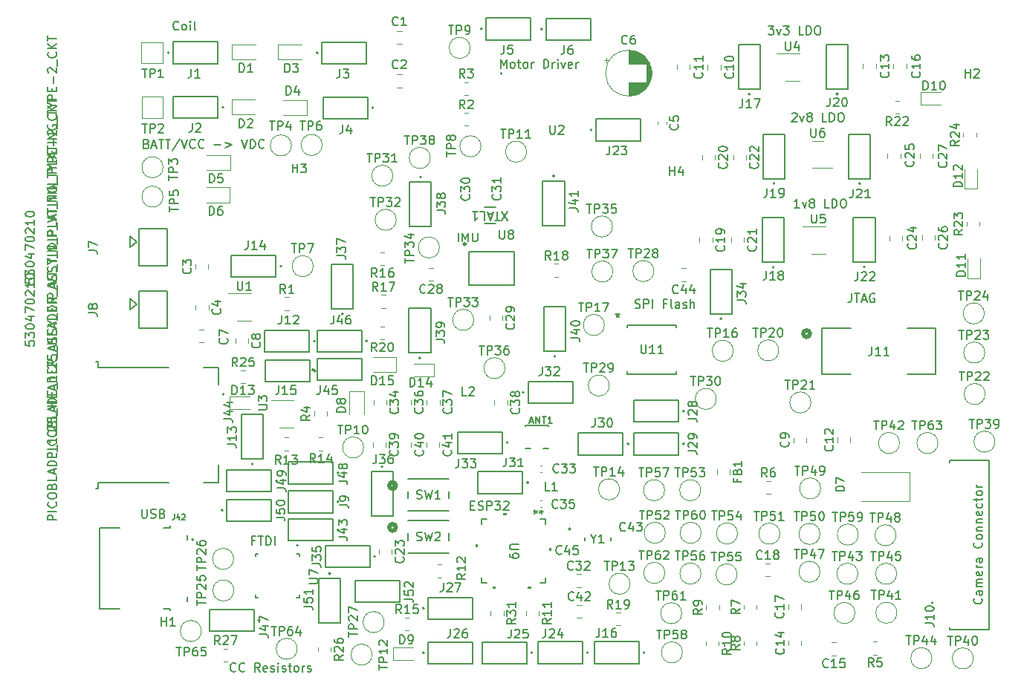
<source format=gbr>
%TF.GenerationSoftware,KiCad,Pcbnew,7.0.6-0*%
%TF.CreationDate,2024-11-22T11:46:18-08:00*%
%TF.ProjectId,OuterBoard_rev2.1,4f757465-7242-46f6-9172-645f72657632,rev?*%
%TF.SameCoordinates,Original*%
%TF.FileFunction,Legend,Top*%
%TF.FilePolarity,Positive*%
%FSLAX46Y46*%
G04 Gerber Fmt 4.6, Leading zero omitted, Abs format (unit mm)*
G04 Created by KiCad (PCBNEW 7.0.6-0) date 2024-11-22 11:46:18*
%MOMM*%
%LPD*%
G01*
G04 APERTURE LIST*
%ADD10C,0.200000*%
%ADD11C,0.150000*%
%ADD12C,0.120000*%
%ADD13C,0.152400*%
%ADD14C,0.127000*%
%ADD15C,0.304800*%
%ADD16C,0.508000*%
G04 APERTURE END LIST*
D10*
X158906882Y-82897919D02*
X158335454Y-82897919D01*
X158621168Y-82897919D02*
X158621168Y-81897919D01*
X158621168Y-81897919D02*
X158525930Y-82040776D01*
X158525930Y-82040776D02*
X158430692Y-82136014D01*
X158430692Y-82136014D02*
X158335454Y-82183633D01*
X159240216Y-82231252D02*
X159478311Y-82897919D01*
X159478311Y-82897919D02*
X159716406Y-82231252D01*
X160240216Y-82326490D02*
X160144978Y-82278871D01*
X160144978Y-82278871D02*
X160097359Y-82231252D01*
X160097359Y-82231252D02*
X160049740Y-82136014D01*
X160049740Y-82136014D02*
X160049740Y-82088395D01*
X160049740Y-82088395D02*
X160097359Y-81993157D01*
X160097359Y-81993157D02*
X160144978Y-81945538D01*
X160144978Y-81945538D02*
X160240216Y-81897919D01*
X160240216Y-81897919D02*
X160430692Y-81897919D01*
X160430692Y-81897919D02*
X160525930Y-81945538D01*
X160525930Y-81945538D02*
X160573549Y-81993157D01*
X160573549Y-81993157D02*
X160621168Y-82088395D01*
X160621168Y-82088395D02*
X160621168Y-82136014D01*
X160621168Y-82136014D02*
X160573549Y-82231252D01*
X160573549Y-82231252D02*
X160525930Y-82278871D01*
X160525930Y-82278871D02*
X160430692Y-82326490D01*
X160430692Y-82326490D02*
X160240216Y-82326490D01*
X160240216Y-82326490D02*
X160144978Y-82374109D01*
X160144978Y-82374109D02*
X160097359Y-82421728D01*
X160097359Y-82421728D02*
X160049740Y-82516966D01*
X160049740Y-82516966D02*
X160049740Y-82707442D01*
X160049740Y-82707442D02*
X160097359Y-82802680D01*
X160097359Y-82802680D02*
X160144978Y-82850300D01*
X160144978Y-82850300D02*
X160240216Y-82897919D01*
X160240216Y-82897919D02*
X160430692Y-82897919D01*
X160430692Y-82897919D02*
X160525930Y-82850300D01*
X160525930Y-82850300D02*
X160573549Y-82802680D01*
X160573549Y-82802680D02*
X160621168Y-82707442D01*
X160621168Y-82707442D02*
X160621168Y-82516966D01*
X160621168Y-82516966D02*
X160573549Y-82421728D01*
X160573549Y-82421728D02*
X160525930Y-82374109D01*
X160525930Y-82374109D02*
X160430692Y-82326490D01*
X162287835Y-82897919D02*
X161811645Y-82897919D01*
X161811645Y-82897919D02*
X161811645Y-81897919D01*
X162621169Y-82897919D02*
X162621169Y-81897919D01*
X162621169Y-81897919D02*
X162859264Y-81897919D01*
X162859264Y-81897919D02*
X163002121Y-81945538D01*
X163002121Y-81945538D02*
X163097359Y-82040776D01*
X163097359Y-82040776D02*
X163144978Y-82136014D01*
X163144978Y-82136014D02*
X163192597Y-82326490D01*
X163192597Y-82326490D02*
X163192597Y-82469347D01*
X163192597Y-82469347D02*
X163144978Y-82659823D01*
X163144978Y-82659823D02*
X163097359Y-82755061D01*
X163097359Y-82755061D02*
X163002121Y-82850300D01*
X163002121Y-82850300D02*
X162859264Y-82897919D01*
X162859264Y-82897919D02*
X162621169Y-82897919D01*
X163811645Y-81897919D02*
X164002121Y-81897919D01*
X164002121Y-81897919D02*
X164097359Y-81945538D01*
X164097359Y-81945538D02*
X164192597Y-82040776D01*
X164192597Y-82040776D02*
X164240216Y-82231252D01*
X164240216Y-82231252D02*
X164240216Y-82564585D01*
X164240216Y-82564585D02*
X164192597Y-82755061D01*
X164192597Y-82755061D02*
X164097359Y-82850300D01*
X164097359Y-82850300D02*
X164002121Y-82897919D01*
X164002121Y-82897919D02*
X163811645Y-82897919D01*
X163811645Y-82897919D02*
X163716407Y-82850300D01*
X163716407Y-82850300D02*
X163621169Y-82755061D01*
X163621169Y-82755061D02*
X163573550Y-82564585D01*
X163573550Y-82564585D02*
X163573550Y-82231252D01*
X163573550Y-82231252D02*
X163621169Y-82040776D01*
X163621169Y-82040776D02*
X163716407Y-81945538D01*
X163716407Y-81945538D02*
X163811645Y-81897919D01*
X140174454Y-94307600D02*
X140317311Y-94355219D01*
X140317311Y-94355219D02*
X140555406Y-94355219D01*
X140555406Y-94355219D02*
X140650644Y-94307600D01*
X140650644Y-94307600D02*
X140698263Y-94259980D01*
X140698263Y-94259980D02*
X140745882Y-94164742D01*
X140745882Y-94164742D02*
X140745882Y-94069504D01*
X140745882Y-94069504D02*
X140698263Y-93974266D01*
X140698263Y-93974266D02*
X140650644Y-93926647D01*
X140650644Y-93926647D02*
X140555406Y-93879028D01*
X140555406Y-93879028D02*
X140364930Y-93831409D01*
X140364930Y-93831409D02*
X140269692Y-93783790D01*
X140269692Y-93783790D02*
X140222073Y-93736171D01*
X140222073Y-93736171D02*
X140174454Y-93640933D01*
X140174454Y-93640933D02*
X140174454Y-93545695D01*
X140174454Y-93545695D02*
X140222073Y-93450457D01*
X140222073Y-93450457D02*
X140269692Y-93402838D01*
X140269692Y-93402838D02*
X140364930Y-93355219D01*
X140364930Y-93355219D02*
X140603025Y-93355219D01*
X140603025Y-93355219D02*
X140745882Y-93402838D01*
X141174454Y-94355219D02*
X141174454Y-93355219D01*
X141174454Y-93355219D02*
X141555406Y-93355219D01*
X141555406Y-93355219D02*
X141650644Y-93402838D01*
X141650644Y-93402838D02*
X141698263Y-93450457D01*
X141698263Y-93450457D02*
X141745882Y-93545695D01*
X141745882Y-93545695D02*
X141745882Y-93688552D01*
X141745882Y-93688552D02*
X141698263Y-93783790D01*
X141698263Y-93783790D02*
X141650644Y-93831409D01*
X141650644Y-93831409D02*
X141555406Y-93879028D01*
X141555406Y-93879028D02*
X141174454Y-93879028D01*
X142174454Y-94355219D02*
X142174454Y-93355219D01*
X143745882Y-93831409D02*
X143412549Y-93831409D01*
X143412549Y-94355219D02*
X143412549Y-93355219D01*
X143412549Y-93355219D02*
X143888739Y-93355219D01*
X144412549Y-94355219D02*
X144317311Y-94307600D01*
X144317311Y-94307600D02*
X144269692Y-94212361D01*
X144269692Y-94212361D02*
X144269692Y-93355219D01*
X145222073Y-94355219D02*
X145222073Y-93831409D01*
X145222073Y-93831409D02*
X145174454Y-93736171D01*
X145174454Y-93736171D02*
X145079216Y-93688552D01*
X145079216Y-93688552D02*
X144888740Y-93688552D01*
X144888740Y-93688552D02*
X144793502Y-93736171D01*
X145222073Y-94307600D02*
X145126835Y-94355219D01*
X145126835Y-94355219D02*
X144888740Y-94355219D01*
X144888740Y-94355219D02*
X144793502Y-94307600D01*
X144793502Y-94307600D02*
X144745883Y-94212361D01*
X144745883Y-94212361D02*
X144745883Y-94117123D01*
X144745883Y-94117123D02*
X144793502Y-94021885D01*
X144793502Y-94021885D02*
X144888740Y-93974266D01*
X144888740Y-93974266D02*
X145126835Y-93974266D01*
X145126835Y-93974266D02*
X145222073Y-93926647D01*
X145650645Y-94307600D02*
X145745883Y-94355219D01*
X145745883Y-94355219D02*
X145936359Y-94355219D01*
X145936359Y-94355219D02*
X146031597Y-94307600D01*
X146031597Y-94307600D02*
X146079216Y-94212361D01*
X146079216Y-94212361D02*
X146079216Y-94164742D01*
X146079216Y-94164742D02*
X146031597Y-94069504D01*
X146031597Y-94069504D02*
X145936359Y-94021885D01*
X145936359Y-94021885D02*
X145793502Y-94021885D01*
X145793502Y-94021885D02*
X145698264Y-93974266D01*
X145698264Y-93974266D02*
X145650645Y-93879028D01*
X145650645Y-93879028D02*
X145650645Y-93831409D01*
X145650645Y-93831409D02*
X145698264Y-93736171D01*
X145698264Y-93736171D02*
X145793502Y-93688552D01*
X145793502Y-93688552D02*
X145936359Y-93688552D01*
X145936359Y-93688552D02*
X146031597Y-93736171D01*
X146507788Y-94355219D02*
X146507788Y-93355219D01*
X146936359Y-94355219D02*
X146936359Y-93831409D01*
X146936359Y-93831409D02*
X146888740Y-93736171D01*
X146888740Y-93736171D02*
X146793502Y-93688552D01*
X146793502Y-93688552D02*
X146650645Y-93688552D01*
X146650645Y-93688552D02*
X146555407Y-93736171D01*
X146555407Y-93736171D02*
X146507788Y-93783790D01*
X155366835Y-62164019D02*
X155985882Y-62164019D01*
X155985882Y-62164019D02*
X155652549Y-62544971D01*
X155652549Y-62544971D02*
X155795406Y-62544971D01*
X155795406Y-62544971D02*
X155890644Y-62592590D01*
X155890644Y-62592590D02*
X155938263Y-62640209D01*
X155938263Y-62640209D02*
X155985882Y-62735447D01*
X155985882Y-62735447D02*
X155985882Y-62973542D01*
X155985882Y-62973542D02*
X155938263Y-63068780D01*
X155938263Y-63068780D02*
X155890644Y-63116400D01*
X155890644Y-63116400D02*
X155795406Y-63164019D01*
X155795406Y-63164019D02*
X155509692Y-63164019D01*
X155509692Y-63164019D02*
X155414454Y-63116400D01*
X155414454Y-63116400D02*
X155366835Y-63068780D01*
X156319216Y-62497352D02*
X156557311Y-63164019D01*
X156557311Y-63164019D02*
X156795406Y-62497352D01*
X157081121Y-62164019D02*
X157700168Y-62164019D01*
X157700168Y-62164019D02*
X157366835Y-62544971D01*
X157366835Y-62544971D02*
X157509692Y-62544971D01*
X157509692Y-62544971D02*
X157604930Y-62592590D01*
X157604930Y-62592590D02*
X157652549Y-62640209D01*
X157652549Y-62640209D02*
X157700168Y-62735447D01*
X157700168Y-62735447D02*
X157700168Y-62973542D01*
X157700168Y-62973542D02*
X157652549Y-63068780D01*
X157652549Y-63068780D02*
X157604930Y-63116400D01*
X157604930Y-63116400D02*
X157509692Y-63164019D01*
X157509692Y-63164019D02*
X157223978Y-63164019D01*
X157223978Y-63164019D02*
X157128740Y-63116400D01*
X157128740Y-63116400D02*
X157081121Y-63068780D01*
X159366835Y-63164019D02*
X158890645Y-63164019D01*
X158890645Y-63164019D02*
X158890645Y-62164019D01*
X159700169Y-63164019D02*
X159700169Y-62164019D01*
X159700169Y-62164019D02*
X159938264Y-62164019D01*
X159938264Y-62164019D02*
X160081121Y-62211638D01*
X160081121Y-62211638D02*
X160176359Y-62306876D01*
X160176359Y-62306876D02*
X160223978Y-62402114D01*
X160223978Y-62402114D02*
X160271597Y-62592590D01*
X160271597Y-62592590D02*
X160271597Y-62735447D01*
X160271597Y-62735447D02*
X160223978Y-62925923D01*
X160223978Y-62925923D02*
X160176359Y-63021161D01*
X160176359Y-63021161D02*
X160081121Y-63116400D01*
X160081121Y-63116400D02*
X159938264Y-63164019D01*
X159938264Y-63164019D02*
X159700169Y-63164019D01*
X160890645Y-62164019D02*
X161081121Y-62164019D01*
X161081121Y-62164019D02*
X161176359Y-62211638D01*
X161176359Y-62211638D02*
X161271597Y-62306876D01*
X161271597Y-62306876D02*
X161319216Y-62497352D01*
X161319216Y-62497352D02*
X161319216Y-62830685D01*
X161319216Y-62830685D02*
X161271597Y-63021161D01*
X161271597Y-63021161D02*
X161176359Y-63116400D01*
X161176359Y-63116400D02*
X161081121Y-63164019D01*
X161081121Y-63164019D02*
X160890645Y-63164019D01*
X160890645Y-63164019D02*
X160795407Y-63116400D01*
X160795407Y-63116400D02*
X160700169Y-63021161D01*
X160700169Y-63021161D02*
X160652550Y-62830685D01*
X160652550Y-62830685D02*
X160652550Y-62497352D01*
X160652550Y-62497352D02*
X160700169Y-62306876D01*
X160700169Y-62306876D02*
X160795407Y-62211638D01*
X160795407Y-62211638D02*
X160890645Y-62164019D01*
X94667101Y-135712780D02*
X94619482Y-135760400D01*
X94619482Y-135760400D02*
X94476625Y-135808019D01*
X94476625Y-135808019D02*
X94381387Y-135808019D01*
X94381387Y-135808019D02*
X94238530Y-135760400D01*
X94238530Y-135760400D02*
X94143292Y-135665161D01*
X94143292Y-135665161D02*
X94095673Y-135569923D01*
X94095673Y-135569923D02*
X94048054Y-135379447D01*
X94048054Y-135379447D02*
X94048054Y-135236590D01*
X94048054Y-135236590D02*
X94095673Y-135046114D01*
X94095673Y-135046114D02*
X94143292Y-134950876D01*
X94143292Y-134950876D02*
X94238530Y-134855638D01*
X94238530Y-134855638D02*
X94381387Y-134808019D01*
X94381387Y-134808019D02*
X94476625Y-134808019D01*
X94476625Y-134808019D02*
X94619482Y-134855638D01*
X94619482Y-134855638D02*
X94667101Y-134903257D01*
X95667101Y-135712780D02*
X95619482Y-135760400D01*
X95619482Y-135760400D02*
X95476625Y-135808019D01*
X95476625Y-135808019D02*
X95381387Y-135808019D01*
X95381387Y-135808019D02*
X95238530Y-135760400D01*
X95238530Y-135760400D02*
X95143292Y-135665161D01*
X95143292Y-135665161D02*
X95095673Y-135569923D01*
X95095673Y-135569923D02*
X95048054Y-135379447D01*
X95048054Y-135379447D02*
X95048054Y-135236590D01*
X95048054Y-135236590D02*
X95095673Y-135046114D01*
X95095673Y-135046114D02*
X95143292Y-134950876D01*
X95143292Y-134950876D02*
X95238530Y-134855638D01*
X95238530Y-134855638D02*
X95381387Y-134808019D01*
X95381387Y-134808019D02*
X95476625Y-134808019D01*
X95476625Y-134808019D02*
X95619482Y-134855638D01*
X95619482Y-134855638D02*
X95667101Y-134903257D01*
X97429006Y-135808019D02*
X97095673Y-135331828D01*
X96857578Y-135808019D02*
X96857578Y-134808019D01*
X96857578Y-134808019D02*
X97238530Y-134808019D01*
X97238530Y-134808019D02*
X97333768Y-134855638D01*
X97333768Y-134855638D02*
X97381387Y-134903257D01*
X97381387Y-134903257D02*
X97429006Y-134998495D01*
X97429006Y-134998495D02*
X97429006Y-135141352D01*
X97429006Y-135141352D02*
X97381387Y-135236590D01*
X97381387Y-135236590D02*
X97333768Y-135284209D01*
X97333768Y-135284209D02*
X97238530Y-135331828D01*
X97238530Y-135331828D02*
X96857578Y-135331828D01*
X98238530Y-135760400D02*
X98143292Y-135808019D01*
X98143292Y-135808019D02*
X97952816Y-135808019D01*
X97952816Y-135808019D02*
X97857578Y-135760400D01*
X97857578Y-135760400D02*
X97809959Y-135665161D01*
X97809959Y-135665161D02*
X97809959Y-135284209D01*
X97809959Y-135284209D02*
X97857578Y-135188971D01*
X97857578Y-135188971D02*
X97952816Y-135141352D01*
X97952816Y-135141352D02*
X98143292Y-135141352D01*
X98143292Y-135141352D02*
X98238530Y-135188971D01*
X98238530Y-135188971D02*
X98286149Y-135284209D01*
X98286149Y-135284209D02*
X98286149Y-135379447D01*
X98286149Y-135379447D02*
X97809959Y-135474685D01*
X98667102Y-135760400D02*
X98762340Y-135808019D01*
X98762340Y-135808019D02*
X98952816Y-135808019D01*
X98952816Y-135808019D02*
X99048054Y-135760400D01*
X99048054Y-135760400D02*
X99095673Y-135665161D01*
X99095673Y-135665161D02*
X99095673Y-135617542D01*
X99095673Y-135617542D02*
X99048054Y-135522304D01*
X99048054Y-135522304D02*
X98952816Y-135474685D01*
X98952816Y-135474685D02*
X98809959Y-135474685D01*
X98809959Y-135474685D02*
X98714721Y-135427066D01*
X98714721Y-135427066D02*
X98667102Y-135331828D01*
X98667102Y-135331828D02*
X98667102Y-135284209D01*
X98667102Y-135284209D02*
X98714721Y-135188971D01*
X98714721Y-135188971D02*
X98809959Y-135141352D01*
X98809959Y-135141352D02*
X98952816Y-135141352D01*
X98952816Y-135141352D02*
X99048054Y-135188971D01*
X99524245Y-135808019D02*
X99524245Y-135141352D01*
X99524245Y-134808019D02*
X99476626Y-134855638D01*
X99476626Y-134855638D02*
X99524245Y-134903257D01*
X99524245Y-134903257D02*
X99571864Y-134855638D01*
X99571864Y-134855638D02*
X99524245Y-134808019D01*
X99524245Y-134808019D02*
X99524245Y-134903257D01*
X99952816Y-135760400D02*
X100048054Y-135808019D01*
X100048054Y-135808019D02*
X100238530Y-135808019D01*
X100238530Y-135808019D02*
X100333768Y-135760400D01*
X100333768Y-135760400D02*
X100381387Y-135665161D01*
X100381387Y-135665161D02*
X100381387Y-135617542D01*
X100381387Y-135617542D02*
X100333768Y-135522304D01*
X100333768Y-135522304D02*
X100238530Y-135474685D01*
X100238530Y-135474685D02*
X100095673Y-135474685D01*
X100095673Y-135474685D02*
X100000435Y-135427066D01*
X100000435Y-135427066D02*
X99952816Y-135331828D01*
X99952816Y-135331828D02*
X99952816Y-135284209D01*
X99952816Y-135284209D02*
X100000435Y-135188971D01*
X100000435Y-135188971D02*
X100095673Y-135141352D01*
X100095673Y-135141352D02*
X100238530Y-135141352D01*
X100238530Y-135141352D02*
X100333768Y-135188971D01*
X100667102Y-135141352D02*
X101048054Y-135141352D01*
X100809959Y-134808019D02*
X100809959Y-135665161D01*
X100809959Y-135665161D02*
X100857578Y-135760400D01*
X100857578Y-135760400D02*
X100952816Y-135808019D01*
X100952816Y-135808019D02*
X101048054Y-135808019D01*
X101524245Y-135808019D02*
X101429007Y-135760400D01*
X101429007Y-135760400D02*
X101381388Y-135712780D01*
X101381388Y-135712780D02*
X101333769Y-135617542D01*
X101333769Y-135617542D02*
X101333769Y-135331828D01*
X101333769Y-135331828D02*
X101381388Y-135236590D01*
X101381388Y-135236590D02*
X101429007Y-135188971D01*
X101429007Y-135188971D02*
X101524245Y-135141352D01*
X101524245Y-135141352D02*
X101667102Y-135141352D01*
X101667102Y-135141352D02*
X101762340Y-135188971D01*
X101762340Y-135188971D02*
X101809959Y-135236590D01*
X101809959Y-135236590D02*
X101857578Y-135331828D01*
X101857578Y-135331828D02*
X101857578Y-135617542D01*
X101857578Y-135617542D02*
X101809959Y-135712780D01*
X101809959Y-135712780D02*
X101762340Y-135760400D01*
X101762340Y-135760400D02*
X101667102Y-135808019D01*
X101667102Y-135808019D02*
X101524245Y-135808019D01*
X102286150Y-135808019D02*
X102286150Y-135141352D01*
X102286150Y-135331828D02*
X102333769Y-135236590D01*
X102333769Y-135236590D02*
X102381388Y-135188971D01*
X102381388Y-135188971D02*
X102476626Y-135141352D01*
X102476626Y-135141352D02*
X102571864Y-135141352D01*
X102857579Y-135760400D02*
X102952817Y-135808019D01*
X102952817Y-135808019D02*
X103143293Y-135808019D01*
X103143293Y-135808019D02*
X103238531Y-135760400D01*
X103238531Y-135760400D02*
X103286150Y-135665161D01*
X103286150Y-135665161D02*
X103286150Y-135617542D01*
X103286150Y-135617542D02*
X103238531Y-135522304D01*
X103238531Y-135522304D02*
X103143293Y-135474685D01*
X103143293Y-135474685D02*
X103000436Y-135474685D01*
X103000436Y-135474685D02*
X102905198Y-135427066D01*
X102905198Y-135427066D02*
X102857579Y-135331828D01*
X102857579Y-135331828D02*
X102857579Y-135284209D01*
X102857579Y-135284209D02*
X102905198Y-135188971D01*
X102905198Y-135188971D02*
X103000436Y-135141352D01*
X103000436Y-135141352D02*
X103143293Y-135141352D01*
X103143293Y-135141352D02*
X103238531Y-135188971D01*
X96842006Y-120857009D02*
X96508673Y-120857009D01*
X96508673Y-121380819D02*
X96508673Y-120380819D01*
X96508673Y-120380819D02*
X96984863Y-120380819D01*
X97222959Y-120380819D02*
X97794387Y-120380819D01*
X97508673Y-121380819D02*
X97508673Y-120380819D01*
X98127721Y-121380819D02*
X98127721Y-120380819D01*
X98127721Y-120380819D02*
X98365816Y-120380819D01*
X98365816Y-120380819D02*
X98508673Y-120428438D01*
X98508673Y-120428438D02*
X98603911Y-120523676D01*
X98603911Y-120523676D02*
X98651530Y-120618914D01*
X98651530Y-120618914D02*
X98699149Y-120809390D01*
X98699149Y-120809390D02*
X98699149Y-120952247D01*
X98699149Y-120952247D02*
X98651530Y-121142723D01*
X98651530Y-121142723D02*
X98603911Y-121237961D01*
X98603911Y-121237961D02*
X98508673Y-121333200D01*
X98508673Y-121333200D02*
X98365816Y-121380819D01*
X98365816Y-121380819D02*
X98127721Y-121380819D01*
X99127721Y-121380819D02*
X99127721Y-120380819D01*
X164840987Y-92694819D02*
X164840987Y-93409104D01*
X164840987Y-93409104D02*
X164793368Y-93551961D01*
X164793368Y-93551961D02*
X164698130Y-93647200D01*
X164698130Y-93647200D02*
X164555273Y-93694819D01*
X164555273Y-93694819D02*
X164460035Y-93694819D01*
X165174321Y-92694819D02*
X165745749Y-92694819D01*
X165460035Y-93694819D02*
X165460035Y-92694819D01*
X166031464Y-93409104D02*
X166507654Y-93409104D01*
X165936226Y-93694819D02*
X166269559Y-92694819D01*
X166269559Y-92694819D02*
X166602892Y-93694819D01*
X167460035Y-92742438D02*
X167364797Y-92694819D01*
X167364797Y-92694819D02*
X167221940Y-92694819D01*
X167221940Y-92694819D02*
X167079083Y-92742438D01*
X167079083Y-92742438D02*
X166983845Y-92837676D01*
X166983845Y-92837676D02*
X166936226Y-92932914D01*
X166936226Y-92932914D02*
X166888607Y-93123390D01*
X166888607Y-93123390D02*
X166888607Y-93266247D01*
X166888607Y-93266247D02*
X166936226Y-93456723D01*
X166936226Y-93456723D02*
X166983845Y-93551961D01*
X166983845Y-93551961D02*
X167079083Y-93647200D01*
X167079083Y-93647200D02*
X167221940Y-93694819D01*
X167221940Y-93694819D02*
X167317178Y-93694819D01*
X167317178Y-93694819D02*
X167460035Y-93647200D01*
X167460035Y-93647200D02*
X167507654Y-93599580D01*
X167507654Y-93599580D02*
X167507654Y-93266247D01*
X167507654Y-93266247D02*
X167317178Y-93266247D01*
X84523006Y-75594209D02*
X84665863Y-75641828D01*
X84665863Y-75641828D02*
X84713482Y-75689447D01*
X84713482Y-75689447D02*
X84761101Y-75784685D01*
X84761101Y-75784685D02*
X84761101Y-75927542D01*
X84761101Y-75927542D02*
X84713482Y-76022780D01*
X84713482Y-76022780D02*
X84665863Y-76070400D01*
X84665863Y-76070400D02*
X84570625Y-76118019D01*
X84570625Y-76118019D02*
X84189673Y-76118019D01*
X84189673Y-76118019D02*
X84189673Y-75118019D01*
X84189673Y-75118019D02*
X84523006Y-75118019D01*
X84523006Y-75118019D02*
X84618244Y-75165638D01*
X84618244Y-75165638D02*
X84665863Y-75213257D01*
X84665863Y-75213257D02*
X84713482Y-75308495D01*
X84713482Y-75308495D02*
X84713482Y-75403733D01*
X84713482Y-75403733D02*
X84665863Y-75498971D01*
X84665863Y-75498971D02*
X84618244Y-75546590D01*
X84618244Y-75546590D02*
X84523006Y-75594209D01*
X84523006Y-75594209D02*
X84189673Y-75594209D01*
X85142054Y-75832304D02*
X85618244Y-75832304D01*
X85046816Y-76118019D02*
X85380149Y-75118019D01*
X85380149Y-75118019D02*
X85713482Y-76118019D01*
X85903959Y-75118019D02*
X86475387Y-75118019D01*
X86189673Y-76118019D02*
X86189673Y-75118019D01*
X86665864Y-75118019D02*
X87237292Y-75118019D01*
X86951578Y-76118019D02*
X86951578Y-75118019D01*
X88284911Y-75070400D02*
X87427769Y-76356114D01*
X88475388Y-75118019D02*
X88808721Y-76118019D01*
X88808721Y-76118019D02*
X89142054Y-75118019D01*
X90046816Y-76022780D02*
X89999197Y-76070400D01*
X89999197Y-76070400D02*
X89856340Y-76118019D01*
X89856340Y-76118019D02*
X89761102Y-76118019D01*
X89761102Y-76118019D02*
X89618245Y-76070400D01*
X89618245Y-76070400D02*
X89523007Y-75975161D01*
X89523007Y-75975161D02*
X89475388Y-75879923D01*
X89475388Y-75879923D02*
X89427769Y-75689447D01*
X89427769Y-75689447D02*
X89427769Y-75546590D01*
X89427769Y-75546590D02*
X89475388Y-75356114D01*
X89475388Y-75356114D02*
X89523007Y-75260876D01*
X89523007Y-75260876D02*
X89618245Y-75165638D01*
X89618245Y-75165638D02*
X89761102Y-75118019D01*
X89761102Y-75118019D02*
X89856340Y-75118019D01*
X89856340Y-75118019D02*
X89999197Y-75165638D01*
X89999197Y-75165638D02*
X90046816Y-75213257D01*
X91046816Y-76022780D02*
X90999197Y-76070400D01*
X90999197Y-76070400D02*
X90856340Y-76118019D01*
X90856340Y-76118019D02*
X90761102Y-76118019D01*
X90761102Y-76118019D02*
X90618245Y-76070400D01*
X90618245Y-76070400D02*
X90523007Y-75975161D01*
X90523007Y-75975161D02*
X90475388Y-75879923D01*
X90475388Y-75879923D02*
X90427769Y-75689447D01*
X90427769Y-75689447D02*
X90427769Y-75546590D01*
X90427769Y-75546590D02*
X90475388Y-75356114D01*
X90475388Y-75356114D02*
X90523007Y-75260876D01*
X90523007Y-75260876D02*
X90618245Y-75165638D01*
X90618245Y-75165638D02*
X90761102Y-75118019D01*
X90761102Y-75118019D02*
X90856340Y-75118019D01*
X90856340Y-75118019D02*
X90999197Y-75165638D01*
X90999197Y-75165638D02*
X91046816Y-75213257D01*
X92237293Y-75737066D02*
X92999198Y-75737066D01*
X93475388Y-75451352D02*
X94237293Y-75737066D01*
X94237293Y-75737066D02*
X93475388Y-76022780D01*
X95332531Y-75118019D02*
X95665864Y-76118019D01*
X95665864Y-76118019D02*
X95999197Y-75118019D01*
X96332531Y-76118019D02*
X96332531Y-75118019D01*
X96332531Y-75118019D02*
X96570626Y-75118019D01*
X96570626Y-75118019D02*
X96713483Y-75165638D01*
X96713483Y-75165638D02*
X96808721Y-75260876D01*
X96808721Y-75260876D02*
X96856340Y-75356114D01*
X96856340Y-75356114D02*
X96903959Y-75546590D01*
X96903959Y-75546590D02*
X96903959Y-75689447D01*
X96903959Y-75689447D02*
X96856340Y-75879923D01*
X96856340Y-75879923D02*
X96808721Y-75975161D01*
X96808721Y-75975161D02*
X96713483Y-76070400D01*
X96713483Y-76070400D02*
X96570626Y-76118019D01*
X96570626Y-76118019D02*
X96332531Y-76118019D01*
X97903959Y-76022780D02*
X97856340Y-76070400D01*
X97856340Y-76070400D02*
X97713483Y-76118019D01*
X97713483Y-76118019D02*
X97618245Y-76118019D01*
X97618245Y-76118019D02*
X97475388Y-76070400D01*
X97475388Y-76070400D02*
X97380150Y-75975161D01*
X97380150Y-75975161D02*
X97332531Y-75879923D01*
X97332531Y-75879923D02*
X97284912Y-75689447D01*
X97284912Y-75689447D02*
X97284912Y-75546590D01*
X97284912Y-75546590D02*
X97332531Y-75356114D01*
X97332531Y-75356114D02*
X97380150Y-75260876D01*
X97380150Y-75260876D02*
X97475388Y-75165638D01*
X97475388Y-75165638D02*
X97618245Y-75118019D01*
X97618245Y-75118019D02*
X97713483Y-75118019D01*
X97713483Y-75118019D02*
X97856340Y-75165638D01*
X97856340Y-75165638D02*
X97903959Y-75213257D01*
X179654780Y-127455898D02*
X179702400Y-127503517D01*
X179702400Y-127503517D02*
X179750019Y-127646374D01*
X179750019Y-127646374D02*
X179750019Y-127741612D01*
X179750019Y-127741612D02*
X179702400Y-127884469D01*
X179702400Y-127884469D02*
X179607161Y-127979707D01*
X179607161Y-127979707D02*
X179511923Y-128027326D01*
X179511923Y-128027326D02*
X179321447Y-128074945D01*
X179321447Y-128074945D02*
X179178590Y-128074945D01*
X179178590Y-128074945D02*
X178988114Y-128027326D01*
X178988114Y-128027326D02*
X178892876Y-127979707D01*
X178892876Y-127979707D02*
X178797638Y-127884469D01*
X178797638Y-127884469D02*
X178750019Y-127741612D01*
X178750019Y-127741612D02*
X178750019Y-127646374D01*
X178750019Y-127646374D02*
X178797638Y-127503517D01*
X178797638Y-127503517D02*
X178845257Y-127455898D01*
X179750019Y-126598755D02*
X179226209Y-126598755D01*
X179226209Y-126598755D02*
X179130971Y-126646374D01*
X179130971Y-126646374D02*
X179083352Y-126741612D01*
X179083352Y-126741612D02*
X179083352Y-126932088D01*
X179083352Y-126932088D02*
X179130971Y-127027326D01*
X179702400Y-126598755D02*
X179750019Y-126693993D01*
X179750019Y-126693993D02*
X179750019Y-126932088D01*
X179750019Y-126932088D02*
X179702400Y-127027326D01*
X179702400Y-127027326D02*
X179607161Y-127074945D01*
X179607161Y-127074945D02*
X179511923Y-127074945D01*
X179511923Y-127074945D02*
X179416685Y-127027326D01*
X179416685Y-127027326D02*
X179369066Y-126932088D01*
X179369066Y-126932088D02*
X179369066Y-126693993D01*
X179369066Y-126693993D02*
X179321447Y-126598755D01*
X179750019Y-126122564D02*
X179083352Y-126122564D01*
X179178590Y-126122564D02*
X179130971Y-126074945D01*
X179130971Y-126074945D02*
X179083352Y-125979707D01*
X179083352Y-125979707D02*
X179083352Y-125836850D01*
X179083352Y-125836850D02*
X179130971Y-125741612D01*
X179130971Y-125741612D02*
X179226209Y-125693993D01*
X179226209Y-125693993D02*
X179750019Y-125693993D01*
X179226209Y-125693993D02*
X179130971Y-125646374D01*
X179130971Y-125646374D02*
X179083352Y-125551136D01*
X179083352Y-125551136D02*
X179083352Y-125408279D01*
X179083352Y-125408279D02*
X179130971Y-125313040D01*
X179130971Y-125313040D02*
X179226209Y-125265421D01*
X179226209Y-125265421D02*
X179750019Y-125265421D01*
X179702400Y-124408279D02*
X179750019Y-124503517D01*
X179750019Y-124503517D02*
X179750019Y-124693993D01*
X179750019Y-124693993D02*
X179702400Y-124789231D01*
X179702400Y-124789231D02*
X179607161Y-124836850D01*
X179607161Y-124836850D02*
X179226209Y-124836850D01*
X179226209Y-124836850D02*
X179130971Y-124789231D01*
X179130971Y-124789231D02*
X179083352Y-124693993D01*
X179083352Y-124693993D02*
X179083352Y-124503517D01*
X179083352Y-124503517D02*
X179130971Y-124408279D01*
X179130971Y-124408279D02*
X179226209Y-124360660D01*
X179226209Y-124360660D02*
X179321447Y-124360660D01*
X179321447Y-124360660D02*
X179416685Y-124836850D01*
X179750019Y-123932088D02*
X179083352Y-123932088D01*
X179273828Y-123932088D02*
X179178590Y-123884469D01*
X179178590Y-123884469D02*
X179130971Y-123836850D01*
X179130971Y-123836850D02*
X179083352Y-123741612D01*
X179083352Y-123741612D02*
X179083352Y-123646374D01*
X179750019Y-122884469D02*
X179226209Y-122884469D01*
X179226209Y-122884469D02*
X179130971Y-122932088D01*
X179130971Y-122932088D02*
X179083352Y-123027326D01*
X179083352Y-123027326D02*
X179083352Y-123217802D01*
X179083352Y-123217802D02*
X179130971Y-123313040D01*
X179702400Y-122884469D02*
X179750019Y-122979707D01*
X179750019Y-122979707D02*
X179750019Y-123217802D01*
X179750019Y-123217802D02*
X179702400Y-123313040D01*
X179702400Y-123313040D02*
X179607161Y-123360659D01*
X179607161Y-123360659D02*
X179511923Y-123360659D01*
X179511923Y-123360659D02*
X179416685Y-123313040D01*
X179416685Y-123313040D02*
X179369066Y-123217802D01*
X179369066Y-123217802D02*
X179369066Y-122979707D01*
X179369066Y-122979707D02*
X179321447Y-122884469D01*
X179654780Y-121074945D02*
X179702400Y-121122564D01*
X179702400Y-121122564D02*
X179750019Y-121265421D01*
X179750019Y-121265421D02*
X179750019Y-121360659D01*
X179750019Y-121360659D02*
X179702400Y-121503516D01*
X179702400Y-121503516D02*
X179607161Y-121598754D01*
X179607161Y-121598754D02*
X179511923Y-121646373D01*
X179511923Y-121646373D02*
X179321447Y-121693992D01*
X179321447Y-121693992D02*
X179178590Y-121693992D01*
X179178590Y-121693992D02*
X178988114Y-121646373D01*
X178988114Y-121646373D02*
X178892876Y-121598754D01*
X178892876Y-121598754D02*
X178797638Y-121503516D01*
X178797638Y-121503516D02*
X178750019Y-121360659D01*
X178750019Y-121360659D02*
X178750019Y-121265421D01*
X178750019Y-121265421D02*
X178797638Y-121122564D01*
X178797638Y-121122564D02*
X178845257Y-121074945D01*
X179750019Y-120503516D02*
X179702400Y-120598754D01*
X179702400Y-120598754D02*
X179654780Y-120646373D01*
X179654780Y-120646373D02*
X179559542Y-120693992D01*
X179559542Y-120693992D02*
X179273828Y-120693992D01*
X179273828Y-120693992D02*
X179178590Y-120646373D01*
X179178590Y-120646373D02*
X179130971Y-120598754D01*
X179130971Y-120598754D02*
X179083352Y-120503516D01*
X179083352Y-120503516D02*
X179083352Y-120360659D01*
X179083352Y-120360659D02*
X179130971Y-120265421D01*
X179130971Y-120265421D02*
X179178590Y-120217802D01*
X179178590Y-120217802D02*
X179273828Y-120170183D01*
X179273828Y-120170183D02*
X179559542Y-120170183D01*
X179559542Y-120170183D02*
X179654780Y-120217802D01*
X179654780Y-120217802D02*
X179702400Y-120265421D01*
X179702400Y-120265421D02*
X179750019Y-120360659D01*
X179750019Y-120360659D02*
X179750019Y-120503516D01*
X179083352Y-119741611D02*
X179750019Y-119741611D01*
X179178590Y-119741611D02*
X179130971Y-119693992D01*
X179130971Y-119693992D02*
X179083352Y-119598754D01*
X179083352Y-119598754D02*
X179083352Y-119455897D01*
X179083352Y-119455897D02*
X179130971Y-119360659D01*
X179130971Y-119360659D02*
X179226209Y-119313040D01*
X179226209Y-119313040D02*
X179750019Y-119313040D01*
X179083352Y-118836849D02*
X179750019Y-118836849D01*
X179178590Y-118836849D02*
X179130971Y-118789230D01*
X179130971Y-118789230D02*
X179083352Y-118693992D01*
X179083352Y-118693992D02*
X179083352Y-118551135D01*
X179083352Y-118551135D02*
X179130971Y-118455897D01*
X179130971Y-118455897D02*
X179226209Y-118408278D01*
X179226209Y-118408278D02*
X179750019Y-118408278D01*
X179702400Y-117551135D02*
X179750019Y-117646373D01*
X179750019Y-117646373D02*
X179750019Y-117836849D01*
X179750019Y-117836849D02*
X179702400Y-117932087D01*
X179702400Y-117932087D02*
X179607161Y-117979706D01*
X179607161Y-117979706D02*
X179226209Y-117979706D01*
X179226209Y-117979706D02*
X179130971Y-117932087D01*
X179130971Y-117932087D02*
X179083352Y-117836849D01*
X179083352Y-117836849D02*
X179083352Y-117646373D01*
X179083352Y-117646373D02*
X179130971Y-117551135D01*
X179130971Y-117551135D02*
X179226209Y-117503516D01*
X179226209Y-117503516D02*
X179321447Y-117503516D01*
X179321447Y-117503516D02*
X179416685Y-117979706D01*
X179702400Y-116646373D02*
X179750019Y-116741611D01*
X179750019Y-116741611D02*
X179750019Y-116932087D01*
X179750019Y-116932087D02*
X179702400Y-117027325D01*
X179702400Y-117027325D02*
X179654780Y-117074944D01*
X179654780Y-117074944D02*
X179559542Y-117122563D01*
X179559542Y-117122563D02*
X179273828Y-117122563D01*
X179273828Y-117122563D02*
X179178590Y-117074944D01*
X179178590Y-117074944D02*
X179130971Y-117027325D01*
X179130971Y-117027325D02*
X179083352Y-116932087D01*
X179083352Y-116932087D02*
X179083352Y-116741611D01*
X179083352Y-116741611D02*
X179130971Y-116646373D01*
X179083352Y-116360658D02*
X179083352Y-115979706D01*
X178750019Y-116217801D02*
X179607161Y-116217801D01*
X179607161Y-116217801D02*
X179702400Y-116170182D01*
X179702400Y-116170182D02*
X179750019Y-116074944D01*
X179750019Y-116074944D02*
X179750019Y-115979706D01*
X179750019Y-115503515D02*
X179702400Y-115598753D01*
X179702400Y-115598753D02*
X179654780Y-115646372D01*
X179654780Y-115646372D02*
X179559542Y-115693991D01*
X179559542Y-115693991D02*
X179273828Y-115693991D01*
X179273828Y-115693991D02*
X179178590Y-115646372D01*
X179178590Y-115646372D02*
X179130971Y-115598753D01*
X179130971Y-115598753D02*
X179083352Y-115503515D01*
X179083352Y-115503515D02*
X179083352Y-115360658D01*
X179083352Y-115360658D02*
X179130971Y-115265420D01*
X179130971Y-115265420D02*
X179178590Y-115217801D01*
X179178590Y-115217801D02*
X179273828Y-115170182D01*
X179273828Y-115170182D02*
X179559542Y-115170182D01*
X179559542Y-115170182D02*
X179654780Y-115217801D01*
X179654780Y-115217801D02*
X179702400Y-115265420D01*
X179702400Y-115265420D02*
X179750019Y-115360658D01*
X179750019Y-115360658D02*
X179750019Y-115503515D01*
X179750019Y-114741610D02*
X179083352Y-114741610D01*
X179273828Y-114741610D02*
X179178590Y-114693991D01*
X179178590Y-114693991D02*
X179130971Y-114646372D01*
X179130971Y-114646372D02*
X179083352Y-114551134D01*
X179083352Y-114551134D02*
X179083352Y-114455896D01*
X120029073Y-86760619D02*
X120029073Y-85760619D01*
X120505263Y-86760619D02*
X120505263Y-85760619D01*
X120505263Y-85760619D02*
X120838596Y-86474904D01*
X120838596Y-86474904D02*
X121171929Y-85760619D01*
X121171929Y-85760619D02*
X121171929Y-86760619D01*
X121648120Y-85760619D02*
X121648120Y-86570142D01*
X121648120Y-86570142D02*
X121695739Y-86665380D01*
X121695739Y-86665380D02*
X121743358Y-86713000D01*
X121743358Y-86713000D02*
X121838596Y-86760619D01*
X121838596Y-86760619D02*
X122029072Y-86760619D01*
X122029072Y-86760619D02*
X122124310Y-86713000D01*
X122124310Y-86713000D02*
X122171929Y-86665380D01*
X122171929Y-86665380D02*
X122219548Y-86570142D01*
X122219548Y-86570142D02*
X122219548Y-85760619D01*
X88164701Y-62535380D02*
X88117082Y-62583000D01*
X88117082Y-62583000D02*
X87974225Y-62630619D01*
X87974225Y-62630619D02*
X87878987Y-62630619D01*
X87878987Y-62630619D02*
X87736130Y-62583000D01*
X87736130Y-62583000D02*
X87640892Y-62487761D01*
X87640892Y-62487761D02*
X87593273Y-62392523D01*
X87593273Y-62392523D02*
X87545654Y-62202047D01*
X87545654Y-62202047D02*
X87545654Y-62059190D01*
X87545654Y-62059190D02*
X87593273Y-61868714D01*
X87593273Y-61868714D02*
X87640892Y-61773476D01*
X87640892Y-61773476D02*
X87736130Y-61678238D01*
X87736130Y-61678238D02*
X87878987Y-61630619D01*
X87878987Y-61630619D02*
X87974225Y-61630619D01*
X87974225Y-61630619D02*
X88117082Y-61678238D01*
X88117082Y-61678238D02*
X88164701Y-61725857D01*
X88736130Y-62630619D02*
X88640892Y-62583000D01*
X88640892Y-62583000D02*
X88593273Y-62535380D01*
X88593273Y-62535380D02*
X88545654Y-62440142D01*
X88545654Y-62440142D02*
X88545654Y-62154428D01*
X88545654Y-62154428D02*
X88593273Y-62059190D01*
X88593273Y-62059190D02*
X88640892Y-62011571D01*
X88640892Y-62011571D02*
X88736130Y-61963952D01*
X88736130Y-61963952D02*
X88878987Y-61963952D01*
X88878987Y-61963952D02*
X88974225Y-62011571D01*
X88974225Y-62011571D02*
X89021844Y-62059190D01*
X89021844Y-62059190D02*
X89069463Y-62154428D01*
X89069463Y-62154428D02*
X89069463Y-62440142D01*
X89069463Y-62440142D02*
X89021844Y-62535380D01*
X89021844Y-62535380D02*
X88974225Y-62583000D01*
X88974225Y-62583000D02*
X88878987Y-62630619D01*
X88878987Y-62630619D02*
X88736130Y-62630619D01*
X89498035Y-62630619D02*
X89498035Y-61963952D01*
X89498035Y-61630619D02*
X89450416Y-61678238D01*
X89450416Y-61678238D02*
X89498035Y-61725857D01*
X89498035Y-61725857D02*
X89545654Y-61678238D01*
X89545654Y-61678238D02*
X89498035Y-61630619D01*
X89498035Y-61630619D02*
X89498035Y-61725857D01*
X90117082Y-62630619D02*
X90021844Y-62583000D01*
X90021844Y-62583000D02*
X89974225Y-62487761D01*
X89974225Y-62487761D02*
X89974225Y-61630619D01*
X83986473Y-117282019D02*
X83986473Y-118091542D01*
X83986473Y-118091542D02*
X84034092Y-118186780D01*
X84034092Y-118186780D02*
X84081711Y-118234400D01*
X84081711Y-118234400D02*
X84176949Y-118282019D01*
X84176949Y-118282019D02*
X84367425Y-118282019D01*
X84367425Y-118282019D02*
X84462663Y-118234400D01*
X84462663Y-118234400D02*
X84510282Y-118186780D01*
X84510282Y-118186780D02*
X84557901Y-118091542D01*
X84557901Y-118091542D02*
X84557901Y-117282019D01*
X84986473Y-118234400D02*
X85129330Y-118282019D01*
X85129330Y-118282019D02*
X85367425Y-118282019D01*
X85367425Y-118282019D02*
X85462663Y-118234400D01*
X85462663Y-118234400D02*
X85510282Y-118186780D01*
X85510282Y-118186780D02*
X85557901Y-118091542D01*
X85557901Y-118091542D02*
X85557901Y-117996304D01*
X85557901Y-117996304D02*
X85510282Y-117901066D01*
X85510282Y-117901066D02*
X85462663Y-117853447D01*
X85462663Y-117853447D02*
X85367425Y-117805828D01*
X85367425Y-117805828D02*
X85176949Y-117758209D01*
X85176949Y-117758209D02*
X85081711Y-117710590D01*
X85081711Y-117710590D02*
X85034092Y-117662971D01*
X85034092Y-117662971D02*
X84986473Y-117567733D01*
X84986473Y-117567733D02*
X84986473Y-117472495D01*
X84986473Y-117472495D02*
X85034092Y-117377257D01*
X85034092Y-117377257D02*
X85081711Y-117329638D01*
X85081711Y-117329638D02*
X85176949Y-117282019D01*
X85176949Y-117282019D02*
X85415044Y-117282019D01*
X85415044Y-117282019D02*
X85557901Y-117329638D01*
X86319806Y-117758209D02*
X86462663Y-117805828D01*
X86462663Y-117805828D02*
X86510282Y-117853447D01*
X86510282Y-117853447D02*
X86557901Y-117948685D01*
X86557901Y-117948685D02*
X86557901Y-118091542D01*
X86557901Y-118091542D02*
X86510282Y-118186780D01*
X86510282Y-118186780D02*
X86462663Y-118234400D01*
X86462663Y-118234400D02*
X86367425Y-118282019D01*
X86367425Y-118282019D02*
X85986473Y-118282019D01*
X85986473Y-118282019D02*
X85986473Y-117282019D01*
X85986473Y-117282019D02*
X86319806Y-117282019D01*
X86319806Y-117282019D02*
X86415044Y-117329638D01*
X86415044Y-117329638D02*
X86462663Y-117377257D01*
X86462663Y-117377257D02*
X86510282Y-117472495D01*
X86510282Y-117472495D02*
X86510282Y-117567733D01*
X86510282Y-117567733D02*
X86462663Y-117662971D01*
X86462663Y-117662971D02*
X86415044Y-117710590D01*
X86415044Y-117710590D02*
X86319806Y-117758209D01*
X86319806Y-117758209D02*
X85986473Y-117758209D01*
X124855073Y-66974019D02*
X124855073Y-65974019D01*
X124855073Y-65974019D02*
X125188406Y-66688304D01*
X125188406Y-66688304D02*
X125521739Y-65974019D01*
X125521739Y-65974019D02*
X125521739Y-66974019D01*
X126140787Y-66974019D02*
X126045549Y-66926400D01*
X126045549Y-66926400D02*
X125997930Y-66878780D01*
X125997930Y-66878780D02*
X125950311Y-66783542D01*
X125950311Y-66783542D02*
X125950311Y-66497828D01*
X125950311Y-66497828D02*
X125997930Y-66402590D01*
X125997930Y-66402590D02*
X126045549Y-66354971D01*
X126045549Y-66354971D02*
X126140787Y-66307352D01*
X126140787Y-66307352D02*
X126283644Y-66307352D01*
X126283644Y-66307352D02*
X126378882Y-66354971D01*
X126378882Y-66354971D02*
X126426501Y-66402590D01*
X126426501Y-66402590D02*
X126474120Y-66497828D01*
X126474120Y-66497828D02*
X126474120Y-66783542D01*
X126474120Y-66783542D02*
X126426501Y-66878780D01*
X126426501Y-66878780D02*
X126378882Y-66926400D01*
X126378882Y-66926400D02*
X126283644Y-66974019D01*
X126283644Y-66974019D02*
X126140787Y-66974019D01*
X126759835Y-66307352D02*
X127140787Y-66307352D01*
X126902692Y-65974019D02*
X126902692Y-66831161D01*
X126902692Y-66831161D02*
X126950311Y-66926400D01*
X126950311Y-66926400D02*
X127045549Y-66974019D01*
X127045549Y-66974019D02*
X127140787Y-66974019D01*
X127616978Y-66974019D02*
X127521740Y-66926400D01*
X127521740Y-66926400D02*
X127474121Y-66878780D01*
X127474121Y-66878780D02*
X127426502Y-66783542D01*
X127426502Y-66783542D02*
X127426502Y-66497828D01*
X127426502Y-66497828D02*
X127474121Y-66402590D01*
X127474121Y-66402590D02*
X127521740Y-66354971D01*
X127521740Y-66354971D02*
X127616978Y-66307352D01*
X127616978Y-66307352D02*
X127759835Y-66307352D01*
X127759835Y-66307352D02*
X127855073Y-66354971D01*
X127855073Y-66354971D02*
X127902692Y-66402590D01*
X127902692Y-66402590D02*
X127950311Y-66497828D01*
X127950311Y-66497828D02*
X127950311Y-66783542D01*
X127950311Y-66783542D02*
X127902692Y-66878780D01*
X127902692Y-66878780D02*
X127855073Y-66926400D01*
X127855073Y-66926400D02*
X127759835Y-66974019D01*
X127759835Y-66974019D02*
X127616978Y-66974019D01*
X128378883Y-66974019D02*
X128378883Y-66307352D01*
X128378883Y-66497828D02*
X128426502Y-66402590D01*
X128426502Y-66402590D02*
X128474121Y-66354971D01*
X128474121Y-66354971D02*
X128569359Y-66307352D01*
X128569359Y-66307352D02*
X128664597Y-66307352D01*
X129759836Y-66974019D02*
X129759836Y-65974019D01*
X129759836Y-65974019D02*
X129997931Y-65974019D01*
X129997931Y-65974019D02*
X130140788Y-66021638D01*
X130140788Y-66021638D02*
X130236026Y-66116876D01*
X130236026Y-66116876D02*
X130283645Y-66212114D01*
X130283645Y-66212114D02*
X130331264Y-66402590D01*
X130331264Y-66402590D02*
X130331264Y-66545447D01*
X130331264Y-66545447D02*
X130283645Y-66735923D01*
X130283645Y-66735923D02*
X130236026Y-66831161D01*
X130236026Y-66831161D02*
X130140788Y-66926400D01*
X130140788Y-66926400D02*
X129997931Y-66974019D01*
X129997931Y-66974019D02*
X129759836Y-66974019D01*
X130759836Y-66974019D02*
X130759836Y-66307352D01*
X130759836Y-66497828D02*
X130807455Y-66402590D01*
X130807455Y-66402590D02*
X130855074Y-66354971D01*
X130855074Y-66354971D02*
X130950312Y-66307352D01*
X130950312Y-66307352D02*
X131045550Y-66307352D01*
X131378884Y-66974019D02*
X131378884Y-66307352D01*
X131378884Y-65974019D02*
X131331265Y-66021638D01*
X131331265Y-66021638D02*
X131378884Y-66069257D01*
X131378884Y-66069257D02*
X131426503Y-66021638D01*
X131426503Y-66021638D02*
X131378884Y-65974019D01*
X131378884Y-65974019D02*
X131378884Y-66069257D01*
X131759836Y-66307352D02*
X131997931Y-66974019D01*
X131997931Y-66974019D02*
X132236026Y-66307352D01*
X132997931Y-66926400D02*
X132902693Y-66974019D01*
X132902693Y-66974019D02*
X132712217Y-66974019D01*
X132712217Y-66974019D02*
X132616979Y-66926400D01*
X132616979Y-66926400D02*
X132569360Y-66831161D01*
X132569360Y-66831161D02*
X132569360Y-66450209D01*
X132569360Y-66450209D02*
X132616979Y-66354971D01*
X132616979Y-66354971D02*
X132712217Y-66307352D01*
X132712217Y-66307352D02*
X132902693Y-66307352D01*
X132902693Y-66307352D02*
X132997931Y-66354971D01*
X132997931Y-66354971D02*
X133045550Y-66450209D01*
X133045550Y-66450209D02*
X133045550Y-66545447D01*
X133045550Y-66545447D02*
X132569360Y-66640685D01*
X133474122Y-66974019D02*
X133474122Y-66307352D01*
X133474122Y-66497828D02*
X133521741Y-66402590D01*
X133521741Y-66402590D02*
X133569360Y-66354971D01*
X133569360Y-66354971D02*
X133664598Y-66307352D01*
X133664598Y-66307352D02*
X133759836Y-66307352D01*
X121451473Y-116843809D02*
X121784806Y-116843809D01*
X121927663Y-117367619D02*
X121451473Y-117367619D01*
X121451473Y-117367619D02*
X121451473Y-116367619D01*
X121451473Y-116367619D02*
X121927663Y-116367619D01*
X122308616Y-117320000D02*
X122451473Y-117367619D01*
X122451473Y-117367619D02*
X122689568Y-117367619D01*
X122689568Y-117367619D02*
X122784806Y-117320000D01*
X122784806Y-117320000D02*
X122832425Y-117272380D01*
X122832425Y-117272380D02*
X122880044Y-117177142D01*
X122880044Y-117177142D02*
X122880044Y-117081904D01*
X122880044Y-117081904D02*
X122832425Y-116986666D01*
X122832425Y-116986666D02*
X122784806Y-116939047D01*
X122784806Y-116939047D02*
X122689568Y-116891428D01*
X122689568Y-116891428D02*
X122499092Y-116843809D01*
X122499092Y-116843809D02*
X122403854Y-116796190D01*
X122403854Y-116796190D02*
X122356235Y-116748571D01*
X122356235Y-116748571D02*
X122308616Y-116653333D01*
X122308616Y-116653333D02*
X122308616Y-116558095D01*
X122308616Y-116558095D02*
X122356235Y-116462857D01*
X122356235Y-116462857D02*
X122403854Y-116415238D01*
X122403854Y-116415238D02*
X122499092Y-116367619D01*
X122499092Y-116367619D02*
X122737187Y-116367619D01*
X122737187Y-116367619D02*
X122880044Y-116415238D01*
X123308616Y-117367619D02*
X123308616Y-116367619D01*
X123308616Y-116367619D02*
X123689568Y-116367619D01*
X123689568Y-116367619D02*
X123784806Y-116415238D01*
X123784806Y-116415238D02*
X123832425Y-116462857D01*
X123832425Y-116462857D02*
X123880044Y-116558095D01*
X123880044Y-116558095D02*
X123880044Y-116700952D01*
X123880044Y-116700952D02*
X123832425Y-116796190D01*
X123832425Y-116796190D02*
X123784806Y-116843809D01*
X123784806Y-116843809D02*
X123689568Y-116891428D01*
X123689568Y-116891428D02*
X123308616Y-116891428D01*
X124213378Y-116367619D02*
X124832425Y-116367619D01*
X124832425Y-116367619D02*
X124499092Y-116748571D01*
X124499092Y-116748571D02*
X124641949Y-116748571D01*
X124641949Y-116748571D02*
X124737187Y-116796190D01*
X124737187Y-116796190D02*
X124784806Y-116843809D01*
X124784806Y-116843809D02*
X124832425Y-116939047D01*
X124832425Y-116939047D02*
X124832425Y-117177142D01*
X124832425Y-117177142D02*
X124784806Y-117272380D01*
X124784806Y-117272380D02*
X124737187Y-117320000D01*
X124737187Y-117320000D02*
X124641949Y-117367619D01*
X124641949Y-117367619D02*
X124356235Y-117367619D01*
X124356235Y-117367619D02*
X124260997Y-117320000D01*
X124260997Y-117320000D02*
X124213378Y-117272380D01*
X125213378Y-116462857D02*
X125260997Y-116415238D01*
X125260997Y-116415238D02*
X125356235Y-116367619D01*
X125356235Y-116367619D02*
X125594330Y-116367619D01*
X125594330Y-116367619D02*
X125689568Y-116415238D01*
X125689568Y-116415238D02*
X125737187Y-116462857D01*
X125737187Y-116462857D02*
X125784806Y-116558095D01*
X125784806Y-116558095D02*
X125784806Y-116653333D01*
X125784806Y-116653333D02*
X125737187Y-116796190D01*
X125737187Y-116796190D02*
X125165759Y-117367619D01*
X125165759Y-117367619D02*
X125784806Y-117367619D01*
X158056054Y-72188757D02*
X158103673Y-72141138D01*
X158103673Y-72141138D02*
X158198911Y-72093519D01*
X158198911Y-72093519D02*
X158437006Y-72093519D01*
X158437006Y-72093519D02*
X158532244Y-72141138D01*
X158532244Y-72141138D02*
X158579863Y-72188757D01*
X158579863Y-72188757D02*
X158627482Y-72283995D01*
X158627482Y-72283995D02*
X158627482Y-72379233D01*
X158627482Y-72379233D02*
X158579863Y-72522090D01*
X158579863Y-72522090D02*
X158008435Y-73093519D01*
X158008435Y-73093519D02*
X158627482Y-73093519D01*
X158960816Y-72426852D02*
X159198911Y-73093519D01*
X159198911Y-73093519D02*
X159437006Y-72426852D01*
X159960816Y-72522090D02*
X159865578Y-72474471D01*
X159865578Y-72474471D02*
X159817959Y-72426852D01*
X159817959Y-72426852D02*
X159770340Y-72331614D01*
X159770340Y-72331614D02*
X159770340Y-72283995D01*
X159770340Y-72283995D02*
X159817959Y-72188757D01*
X159817959Y-72188757D02*
X159865578Y-72141138D01*
X159865578Y-72141138D02*
X159960816Y-72093519D01*
X159960816Y-72093519D02*
X160151292Y-72093519D01*
X160151292Y-72093519D02*
X160246530Y-72141138D01*
X160246530Y-72141138D02*
X160294149Y-72188757D01*
X160294149Y-72188757D02*
X160341768Y-72283995D01*
X160341768Y-72283995D02*
X160341768Y-72331614D01*
X160341768Y-72331614D02*
X160294149Y-72426852D01*
X160294149Y-72426852D02*
X160246530Y-72474471D01*
X160246530Y-72474471D02*
X160151292Y-72522090D01*
X160151292Y-72522090D02*
X159960816Y-72522090D01*
X159960816Y-72522090D02*
X159865578Y-72569709D01*
X159865578Y-72569709D02*
X159817959Y-72617328D01*
X159817959Y-72617328D02*
X159770340Y-72712566D01*
X159770340Y-72712566D02*
X159770340Y-72903042D01*
X159770340Y-72903042D02*
X159817959Y-72998280D01*
X159817959Y-72998280D02*
X159865578Y-73045900D01*
X159865578Y-73045900D02*
X159960816Y-73093519D01*
X159960816Y-73093519D02*
X160151292Y-73093519D01*
X160151292Y-73093519D02*
X160246530Y-73045900D01*
X160246530Y-73045900D02*
X160294149Y-72998280D01*
X160294149Y-72998280D02*
X160341768Y-72903042D01*
X160341768Y-72903042D02*
X160341768Y-72712566D01*
X160341768Y-72712566D02*
X160294149Y-72617328D01*
X160294149Y-72617328D02*
X160246530Y-72569709D01*
X160246530Y-72569709D02*
X160151292Y-72522090D01*
X162008435Y-73093519D02*
X161532245Y-73093519D01*
X161532245Y-73093519D02*
X161532245Y-72093519D01*
X162341769Y-73093519D02*
X162341769Y-72093519D01*
X162341769Y-72093519D02*
X162579864Y-72093519D01*
X162579864Y-72093519D02*
X162722721Y-72141138D01*
X162722721Y-72141138D02*
X162817959Y-72236376D01*
X162817959Y-72236376D02*
X162865578Y-72331614D01*
X162865578Y-72331614D02*
X162913197Y-72522090D01*
X162913197Y-72522090D02*
X162913197Y-72664947D01*
X162913197Y-72664947D02*
X162865578Y-72855423D01*
X162865578Y-72855423D02*
X162817959Y-72950661D01*
X162817959Y-72950661D02*
X162722721Y-73045900D01*
X162722721Y-73045900D02*
X162579864Y-73093519D01*
X162579864Y-73093519D02*
X162341769Y-73093519D01*
X163532245Y-72093519D02*
X163722721Y-72093519D01*
X163722721Y-72093519D02*
X163817959Y-72141138D01*
X163817959Y-72141138D02*
X163913197Y-72236376D01*
X163913197Y-72236376D02*
X163960816Y-72426852D01*
X163960816Y-72426852D02*
X163960816Y-72760185D01*
X163960816Y-72760185D02*
X163913197Y-72950661D01*
X163913197Y-72950661D02*
X163817959Y-73045900D01*
X163817959Y-73045900D02*
X163722721Y-73093519D01*
X163722721Y-73093519D02*
X163532245Y-73093519D01*
X163532245Y-73093519D02*
X163437007Y-73045900D01*
X163437007Y-73045900D02*
X163341769Y-72950661D01*
X163341769Y-72950661D02*
X163294150Y-72760185D01*
X163294150Y-72760185D02*
X163294150Y-72426852D01*
X163294150Y-72426852D02*
X163341769Y-72236376D01*
X163341769Y-72236376D02*
X163437007Y-72141138D01*
X163437007Y-72141138D02*
X163532245Y-72093519D01*
D11*
X96088676Y-86630219D02*
X96088676Y-87344504D01*
X96088676Y-87344504D02*
X96041057Y-87487361D01*
X96041057Y-87487361D02*
X95945819Y-87582600D01*
X95945819Y-87582600D02*
X95802962Y-87630219D01*
X95802962Y-87630219D02*
X95707724Y-87630219D01*
X97088676Y-87630219D02*
X96517248Y-87630219D01*
X96802962Y-87630219D02*
X96802962Y-86630219D01*
X96802962Y-86630219D02*
X96707724Y-86773076D01*
X96707724Y-86773076D02*
X96612486Y-86868314D01*
X96612486Y-86868314D02*
X96517248Y-86915933D01*
X97945819Y-86963552D02*
X97945819Y-87630219D01*
X97707724Y-86582600D02*
X97469629Y-87296885D01*
X97469629Y-87296885D02*
X98088676Y-87296885D01*
X171058105Y-131721219D02*
X171629533Y-131721219D01*
X171343819Y-132721219D02*
X171343819Y-131721219D01*
X171962867Y-132721219D02*
X171962867Y-131721219D01*
X171962867Y-131721219D02*
X172343819Y-131721219D01*
X172343819Y-131721219D02*
X172439057Y-131768838D01*
X172439057Y-131768838D02*
X172486676Y-131816457D01*
X172486676Y-131816457D02*
X172534295Y-131911695D01*
X172534295Y-131911695D02*
X172534295Y-132054552D01*
X172534295Y-132054552D02*
X172486676Y-132149790D01*
X172486676Y-132149790D02*
X172439057Y-132197409D01*
X172439057Y-132197409D02*
X172343819Y-132245028D01*
X172343819Y-132245028D02*
X171962867Y-132245028D01*
X173391438Y-132054552D02*
X173391438Y-132721219D01*
X173153343Y-131673600D02*
X172915248Y-132387885D01*
X172915248Y-132387885D02*
X173534295Y-132387885D01*
X174343819Y-132054552D02*
X174343819Y-132721219D01*
X174105724Y-131673600D02*
X173867629Y-132387885D01*
X173867629Y-132387885D02*
X174486676Y-132387885D01*
X118341876Y-125692819D02*
X118341876Y-126407104D01*
X118341876Y-126407104D02*
X118294257Y-126549961D01*
X118294257Y-126549961D02*
X118199019Y-126645200D01*
X118199019Y-126645200D02*
X118056162Y-126692819D01*
X118056162Y-126692819D02*
X117960924Y-126692819D01*
X118770448Y-125788057D02*
X118818067Y-125740438D01*
X118818067Y-125740438D02*
X118913305Y-125692819D01*
X118913305Y-125692819D02*
X119151400Y-125692819D01*
X119151400Y-125692819D02*
X119246638Y-125740438D01*
X119246638Y-125740438D02*
X119294257Y-125788057D01*
X119294257Y-125788057D02*
X119341876Y-125883295D01*
X119341876Y-125883295D02*
X119341876Y-125978533D01*
X119341876Y-125978533D02*
X119294257Y-126121390D01*
X119294257Y-126121390D02*
X118722829Y-126692819D01*
X118722829Y-126692819D02*
X119341876Y-126692819D01*
X119675210Y-125692819D02*
X120341876Y-125692819D01*
X120341876Y-125692819D02*
X119913305Y-126692819D01*
X172571580Y-67402357D02*
X172619200Y-67449976D01*
X172619200Y-67449976D02*
X172666819Y-67592833D01*
X172666819Y-67592833D02*
X172666819Y-67688071D01*
X172666819Y-67688071D02*
X172619200Y-67830928D01*
X172619200Y-67830928D02*
X172523961Y-67926166D01*
X172523961Y-67926166D02*
X172428723Y-67973785D01*
X172428723Y-67973785D02*
X172238247Y-68021404D01*
X172238247Y-68021404D02*
X172095390Y-68021404D01*
X172095390Y-68021404D02*
X171904914Y-67973785D01*
X171904914Y-67973785D02*
X171809676Y-67926166D01*
X171809676Y-67926166D02*
X171714438Y-67830928D01*
X171714438Y-67830928D02*
X171666819Y-67688071D01*
X171666819Y-67688071D02*
X171666819Y-67592833D01*
X171666819Y-67592833D02*
X171714438Y-67449976D01*
X171714438Y-67449976D02*
X171762057Y-67402357D01*
X172666819Y-66449976D02*
X172666819Y-67021404D01*
X172666819Y-66735690D02*
X171666819Y-66735690D01*
X171666819Y-66735690D02*
X171809676Y-66830928D01*
X171809676Y-66830928D02*
X171904914Y-66926166D01*
X171904914Y-66926166D02*
X171952533Y-67021404D01*
X171666819Y-65592833D02*
X171666819Y-65783309D01*
X171666819Y-65783309D02*
X171714438Y-65878547D01*
X171714438Y-65878547D02*
X171762057Y-65926166D01*
X171762057Y-65926166D02*
X171904914Y-66021404D01*
X171904914Y-66021404D02*
X172095390Y-66069023D01*
X172095390Y-66069023D02*
X172476342Y-66069023D01*
X172476342Y-66069023D02*
X172571580Y-66021404D01*
X172571580Y-66021404D02*
X172619200Y-65973785D01*
X172619200Y-65973785D02*
X172666819Y-65878547D01*
X172666819Y-65878547D02*
X172666819Y-65688071D01*
X172666819Y-65688071D02*
X172619200Y-65592833D01*
X172619200Y-65592833D02*
X172571580Y-65545214D01*
X172571580Y-65545214D02*
X172476342Y-65497595D01*
X172476342Y-65497595D02*
X172238247Y-65497595D01*
X172238247Y-65497595D02*
X172143009Y-65545214D01*
X172143009Y-65545214D02*
X172095390Y-65592833D01*
X172095390Y-65592833D02*
X172047771Y-65688071D01*
X172047771Y-65688071D02*
X172047771Y-65878547D01*
X172047771Y-65878547D02*
X172095390Y-65973785D01*
X172095390Y-65973785D02*
X172143009Y-66021404D01*
X172143009Y-66021404D02*
X172238247Y-66069023D01*
X135427809Y-120661028D02*
X135427809Y-121137219D01*
X135094476Y-120137219D02*
X135427809Y-120661028D01*
X135427809Y-120661028D02*
X135761142Y-120137219D01*
X136618285Y-121137219D02*
X136046857Y-121137219D01*
X136332571Y-121137219D02*
X136332571Y-120137219D01*
X136332571Y-120137219D02*
X136237333Y-120280076D01*
X136237333Y-120280076D02*
X136142095Y-120375314D01*
X136142095Y-120375314D02*
X136046857Y-120422933D01*
X133113542Y-124104780D02*
X133065923Y-124152400D01*
X133065923Y-124152400D02*
X132923066Y-124200019D01*
X132923066Y-124200019D02*
X132827828Y-124200019D01*
X132827828Y-124200019D02*
X132684971Y-124152400D01*
X132684971Y-124152400D02*
X132589733Y-124057161D01*
X132589733Y-124057161D02*
X132542114Y-123961923D01*
X132542114Y-123961923D02*
X132494495Y-123771447D01*
X132494495Y-123771447D02*
X132494495Y-123628590D01*
X132494495Y-123628590D02*
X132542114Y-123438114D01*
X132542114Y-123438114D02*
X132589733Y-123342876D01*
X132589733Y-123342876D02*
X132684971Y-123247638D01*
X132684971Y-123247638D02*
X132827828Y-123200019D01*
X132827828Y-123200019D02*
X132923066Y-123200019D01*
X132923066Y-123200019D02*
X133065923Y-123247638D01*
X133065923Y-123247638D02*
X133113542Y-123295257D01*
X133446876Y-123200019D02*
X134065923Y-123200019D01*
X134065923Y-123200019D02*
X133732590Y-123580971D01*
X133732590Y-123580971D02*
X133875447Y-123580971D01*
X133875447Y-123580971D02*
X133970685Y-123628590D01*
X133970685Y-123628590D02*
X134018304Y-123676209D01*
X134018304Y-123676209D02*
X134065923Y-123771447D01*
X134065923Y-123771447D02*
X134065923Y-124009542D01*
X134065923Y-124009542D02*
X134018304Y-124104780D01*
X134018304Y-124104780D02*
X133970685Y-124152400D01*
X133970685Y-124152400D02*
X133875447Y-124200019D01*
X133875447Y-124200019D02*
X133589733Y-124200019D01*
X133589733Y-124200019D02*
X133494495Y-124152400D01*
X133494495Y-124152400D02*
X133446876Y-124104780D01*
X134446876Y-123295257D02*
X134494495Y-123247638D01*
X134494495Y-123247638D02*
X134589733Y-123200019D01*
X134589733Y-123200019D02*
X134827828Y-123200019D01*
X134827828Y-123200019D02*
X134923066Y-123247638D01*
X134923066Y-123247638D02*
X134970685Y-123295257D01*
X134970685Y-123295257D02*
X135018304Y-123390495D01*
X135018304Y-123390495D02*
X135018304Y-123485733D01*
X135018304Y-123485733D02*
X134970685Y-123628590D01*
X134970685Y-123628590D02*
X134399257Y-124200019D01*
X134399257Y-124200019D02*
X135018304Y-124200019D01*
X175619580Y-77663957D02*
X175667200Y-77711576D01*
X175667200Y-77711576D02*
X175714819Y-77854433D01*
X175714819Y-77854433D02*
X175714819Y-77949671D01*
X175714819Y-77949671D02*
X175667200Y-78092528D01*
X175667200Y-78092528D02*
X175571961Y-78187766D01*
X175571961Y-78187766D02*
X175476723Y-78235385D01*
X175476723Y-78235385D02*
X175286247Y-78283004D01*
X175286247Y-78283004D02*
X175143390Y-78283004D01*
X175143390Y-78283004D02*
X174952914Y-78235385D01*
X174952914Y-78235385D02*
X174857676Y-78187766D01*
X174857676Y-78187766D02*
X174762438Y-78092528D01*
X174762438Y-78092528D02*
X174714819Y-77949671D01*
X174714819Y-77949671D02*
X174714819Y-77854433D01*
X174714819Y-77854433D02*
X174762438Y-77711576D01*
X174762438Y-77711576D02*
X174810057Y-77663957D01*
X174810057Y-77283004D02*
X174762438Y-77235385D01*
X174762438Y-77235385D02*
X174714819Y-77140147D01*
X174714819Y-77140147D02*
X174714819Y-76902052D01*
X174714819Y-76902052D02*
X174762438Y-76806814D01*
X174762438Y-76806814D02*
X174810057Y-76759195D01*
X174810057Y-76759195D02*
X174905295Y-76711576D01*
X174905295Y-76711576D02*
X175000533Y-76711576D01*
X175000533Y-76711576D02*
X175143390Y-76759195D01*
X175143390Y-76759195D02*
X175714819Y-77330623D01*
X175714819Y-77330623D02*
X175714819Y-76711576D01*
X174714819Y-76378242D02*
X174714819Y-75711576D01*
X174714819Y-75711576D02*
X175714819Y-76140147D01*
X87034019Y-79747904D02*
X87034019Y-79176476D01*
X88034019Y-79462190D02*
X87034019Y-79462190D01*
X88034019Y-78843142D02*
X87034019Y-78843142D01*
X87034019Y-78843142D02*
X87034019Y-78462190D01*
X87034019Y-78462190D02*
X87081638Y-78366952D01*
X87081638Y-78366952D02*
X87129257Y-78319333D01*
X87129257Y-78319333D02*
X87224495Y-78271714D01*
X87224495Y-78271714D02*
X87367352Y-78271714D01*
X87367352Y-78271714D02*
X87462590Y-78319333D01*
X87462590Y-78319333D02*
X87510209Y-78366952D01*
X87510209Y-78366952D02*
X87557828Y-78462190D01*
X87557828Y-78462190D02*
X87557828Y-78843142D01*
X87034019Y-77938380D02*
X87034019Y-77319333D01*
X87034019Y-77319333D02*
X87414971Y-77652666D01*
X87414971Y-77652666D02*
X87414971Y-77509809D01*
X87414971Y-77509809D02*
X87462590Y-77414571D01*
X87462590Y-77414571D02*
X87510209Y-77366952D01*
X87510209Y-77366952D02*
X87605447Y-77319333D01*
X87605447Y-77319333D02*
X87843542Y-77319333D01*
X87843542Y-77319333D02*
X87938780Y-77366952D01*
X87938780Y-77366952D02*
X87986400Y-77414571D01*
X87986400Y-77414571D02*
X88034019Y-77509809D01*
X88034019Y-77509809D02*
X88034019Y-77795523D01*
X88034019Y-77795523D02*
X87986400Y-77890761D01*
X87986400Y-77890761D02*
X87938780Y-77938380D01*
X139057142Y-119688780D02*
X139009523Y-119736400D01*
X139009523Y-119736400D02*
X138866666Y-119784019D01*
X138866666Y-119784019D02*
X138771428Y-119784019D01*
X138771428Y-119784019D02*
X138628571Y-119736400D01*
X138628571Y-119736400D02*
X138533333Y-119641161D01*
X138533333Y-119641161D02*
X138485714Y-119545923D01*
X138485714Y-119545923D02*
X138438095Y-119355447D01*
X138438095Y-119355447D02*
X138438095Y-119212590D01*
X138438095Y-119212590D02*
X138485714Y-119022114D01*
X138485714Y-119022114D02*
X138533333Y-118926876D01*
X138533333Y-118926876D02*
X138628571Y-118831638D01*
X138628571Y-118831638D02*
X138771428Y-118784019D01*
X138771428Y-118784019D02*
X138866666Y-118784019D01*
X138866666Y-118784019D02*
X139009523Y-118831638D01*
X139009523Y-118831638D02*
X139057142Y-118879257D01*
X139914285Y-119117352D02*
X139914285Y-119784019D01*
X139676190Y-118736400D02*
X139438095Y-119450685D01*
X139438095Y-119450685D02*
X140057142Y-119450685D01*
X140342857Y-118784019D02*
X140961904Y-118784019D01*
X140961904Y-118784019D02*
X140628571Y-119164971D01*
X140628571Y-119164971D02*
X140771428Y-119164971D01*
X140771428Y-119164971D02*
X140866666Y-119212590D01*
X140866666Y-119212590D02*
X140914285Y-119260209D01*
X140914285Y-119260209D02*
X140961904Y-119355447D01*
X140961904Y-119355447D02*
X140961904Y-119593542D01*
X140961904Y-119593542D02*
X140914285Y-119688780D01*
X140914285Y-119688780D02*
X140866666Y-119736400D01*
X140866666Y-119736400D02*
X140771428Y-119784019D01*
X140771428Y-119784019D02*
X140485714Y-119784019D01*
X140485714Y-119784019D02*
X140390476Y-119736400D01*
X140390476Y-119736400D02*
X140342857Y-119688780D01*
X162661980Y-110015257D02*
X162709600Y-110062876D01*
X162709600Y-110062876D02*
X162757219Y-110205733D01*
X162757219Y-110205733D02*
X162757219Y-110300971D01*
X162757219Y-110300971D02*
X162709600Y-110443828D01*
X162709600Y-110443828D02*
X162614361Y-110539066D01*
X162614361Y-110539066D02*
X162519123Y-110586685D01*
X162519123Y-110586685D02*
X162328647Y-110634304D01*
X162328647Y-110634304D02*
X162185790Y-110634304D01*
X162185790Y-110634304D02*
X161995314Y-110586685D01*
X161995314Y-110586685D02*
X161900076Y-110539066D01*
X161900076Y-110539066D02*
X161804838Y-110443828D01*
X161804838Y-110443828D02*
X161757219Y-110300971D01*
X161757219Y-110300971D02*
X161757219Y-110205733D01*
X161757219Y-110205733D02*
X161804838Y-110062876D01*
X161804838Y-110062876D02*
X161852457Y-110015257D01*
X162757219Y-109062876D02*
X162757219Y-109634304D01*
X162757219Y-109348590D02*
X161757219Y-109348590D01*
X161757219Y-109348590D02*
X161900076Y-109443828D01*
X161900076Y-109443828D02*
X161995314Y-109539066D01*
X161995314Y-109539066D02*
X162042933Y-109634304D01*
X161852457Y-108681923D02*
X161804838Y-108634304D01*
X161804838Y-108634304D02*
X161757219Y-108539066D01*
X161757219Y-108539066D02*
X161757219Y-108300971D01*
X161757219Y-108300971D02*
X161804838Y-108205733D01*
X161804838Y-108205733D02*
X161852457Y-108158114D01*
X161852457Y-108158114D02*
X161947695Y-108110495D01*
X161947695Y-108110495D02*
X162042933Y-108110495D01*
X162042933Y-108110495D02*
X162185790Y-108158114D01*
X162185790Y-108158114D02*
X162757219Y-108729542D01*
X162757219Y-108729542D02*
X162757219Y-108110495D01*
X125258566Y-64349219D02*
X125258566Y-65063504D01*
X125258566Y-65063504D02*
X125210947Y-65206361D01*
X125210947Y-65206361D02*
X125115709Y-65301600D01*
X125115709Y-65301600D02*
X124972852Y-65349219D01*
X124972852Y-65349219D02*
X124877614Y-65349219D01*
X126210947Y-64349219D02*
X125734757Y-64349219D01*
X125734757Y-64349219D02*
X125687138Y-64825409D01*
X125687138Y-64825409D02*
X125734757Y-64777790D01*
X125734757Y-64777790D02*
X125829995Y-64730171D01*
X125829995Y-64730171D02*
X126068090Y-64730171D01*
X126068090Y-64730171D02*
X126163328Y-64777790D01*
X126163328Y-64777790D02*
X126210947Y-64825409D01*
X126210947Y-64825409D02*
X126258566Y-64920647D01*
X126258566Y-64920647D02*
X126258566Y-65158742D01*
X126258566Y-65158742D02*
X126210947Y-65253980D01*
X126210947Y-65253980D02*
X126163328Y-65301600D01*
X126163328Y-65301600D02*
X126068090Y-65349219D01*
X126068090Y-65349219D02*
X125829995Y-65349219D01*
X125829995Y-65349219D02*
X125734757Y-65301600D01*
X125734757Y-65301600D02*
X125687138Y-65253980D01*
X99788742Y-112113219D02*
X99455409Y-111637028D01*
X99217314Y-112113219D02*
X99217314Y-111113219D01*
X99217314Y-111113219D02*
X99598266Y-111113219D01*
X99598266Y-111113219D02*
X99693504Y-111160838D01*
X99693504Y-111160838D02*
X99741123Y-111208457D01*
X99741123Y-111208457D02*
X99788742Y-111303695D01*
X99788742Y-111303695D02*
X99788742Y-111446552D01*
X99788742Y-111446552D02*
X99741123Y-111541790D01*
X99741123Y-111541790D02*
X99693504Y-111589409D01*
X99693504Y-111589409D02*
X99598266Y-111637028D01*
X99598266Y-111637028D02*
X99217314Y-111637028D01*
X100741123Y-112113219D02*
X100169695Y-112113219D01*
X100455409Y-112113219D02*
X100455409Y-111113219D01*
X100455409Y-111113219D02*
X100360171Y-111256076D01*
X100360171Y-111256076D02*
X100264933Y-111351314D01*
X100264933Y-111351314D02*
X100169695Y-111398933D01*
X101074457Y-111113219D02*
X101693504Y-111113219D01*
X101693504Y-111113219D02*
X101360171Y-111494171D01*
X101360171Y-111494171D02*
X101503028Y-111494171D01*
X101503028Y-111494171D02*
X101598266Y-111541790D01*
X101598266Y-111541790D02*
X101645885Y-111589409D01*
X101645885Y-111589409D02*
X101693504Y-111684647D01*
X101693504Y-111684647D02*
X101693504Y-111922742D01*
X101693504Y-111922742D02*
X101645885Y-112017980D01*
X101645885Y-112017980D02*
X101598266Y-112065600D01*
X101598266Y-112065600D02*
X101503028Y-112113219D01*
X101503028Y-112113219D02*
X101217314Y-112113219D01*
X101217314Y-112113219D02*
X101122076Y-112065600D01*
X101122076Y-112065600D02*
X101074457Y-112017980D01*
X122417105Y-98650419D02*
X122988533Y-98650419D01*
X122702819Y-99650419D02*
X122702819Y-98650419D01*
X123321867Y-99650419D02*
X123321867Y-98650419D01*
X123321867Y-98650419D02*
X123702819Y-98650419D01*
X123702819Y-98650419D02*
X123798057Y-98698038D01*
X123798057Y-98698038D02*
X123845676Y-98745657D01*
X123845676Y-98745657D02*
X123893295Y-98840895D01*
X123893295Y-98840895D02*
X123893295Y-98983752D01*
X123893295Y-98983752D02*
X123845676Y-99078990D01*
X123845676Y-99078990D02*
X123798057Y-99126609D01*
X123798057Y-99126609D02*
X123702819Y-99174228D01*
X123702819Y-99174228D02*
X123321867Y-99174228D01*
X124226629Y-98650419D02*
X124845676Y-98650419D01*
X124845676Y-98650419D02*
X124512343Y-99031371D01*
X124512343Y-99031371D02*
X124655200Y-99031371D01*
X124655200Y-99031371D02*
X124750438Y-99078990D01*
X124750438Y-99078990D02*
X124798057Y-99126609D01*
X124798057Y-99126609D02*
X124845676Y-99221847D01*
X124845676Y-99221847D02*
X124845676Y-99459942D01*
X124845676Y-99459942D02*
X124798057Y-99555180D01*
X124798057Y-99555180D02*
X124750438Y-99602800D01*
X124750438Y-99602800D02*
X124655200Y-99650419D01*
X124655200Y-99650419D02*
X124369486Y-99650419D01*
X124369486Y-99650419D02*
X124274248Y-99602800D01*
X124274248Y-99602800D02*
X124226629Y-99555180D01*
X125702819Y-98650419D02*
X125512343Y-98650419D01*
X125512343Y-98650419D02*
X125417105Y-98698038D01*
X125417105Y-98698038D02*
X125369486Y-98745657D01*
X125369486Y-98745657D02*
X125274248Y-98888514D01*
X125274248Y-98888514D02*
X125226629Y-99078990D01*
X125226629Y-99078990D02*
X125226629Y-99459942D01*
X125226629Y-99459942D02*
X125274248Y-99555180D01*
X125274248Y-99555180D02*
X125321867Y-99602800D01*
X125321867Y-99602800D02*
X125417105Y-99650419D01*
X125417105Y-99650419D02*
X125607581Y-99650419D01*
X125607581Y-99650419D02*
X125702819Y-99602800D01*
X125702819Y-99602800D02*
X125750438Y-99555180D01*
X125750438Y-99555180D02*
X125798057Y-99459942D01*
X125798057Y-99459942D02*
X125798057Y-99221847D01*
X125798057Y-99221847D02*
X125750438Y-99126609D01*
X125750438Y-99126609D02*
X125702819Y-99078990D01*
X125702819Y-99078990D02*
X125607581Y-99031371D01*
X125607581Y-99031371D02*
X125417105Y-99031371D01*
X125417105Y-99031371D02*
X125321867Y-99078990D01*
X125321867Y-99078990D02*
X125274248Y-99126609D01*
X125274248Y-99126609D02*
X125226629Y-99221847D01*
X110021905Y-81734019D02*
X110593333Y-81734019D01*
X110307619Y-82734019D02*
X110307619Y-81734019D01*
X110926667Y-82734019D02*
X110926667Y-81734019D01*
X110926667Y-81734019D02*
X111307619Y-81734019D01*
X111307619Y-81734019D02*
X111402857Y-81781638D01*
X111402857Y-81781638D02*
X111450476Y-81829257D01*
X111450476Y-81829257D02*
X111498095Y-81924495D01*
X111498095Y-81924495D02*
X111498095Y-82067352D01*
X111498095Y-82067352D02*
X111450476Y-82162590D01*
X111450476Y-82162590D02*
X111402857Y-82210209D01*
X111402857Y-82210209D02*
X111307619Y-82257828D01*
X111307619Y-82257828D02*
X110926667Y-82257828D01*
X111831429Y-81734019D02*
X112450476Y-81734019D01*
X112450476Y-81734019D02*
X112117143Y-82114971D01*
X112117143Y-82114971D02*
X112260000Y-82114971D01*
X112260000Y-82114971D02*
X112355238Y-82162590D01*
X112355238Y-82162590D02*
X112402857Y-82210209D01*
X112402857Y-82210209D02*
X112450476Y-82305447D01*
X112450476Y-82305447D02*
X112450476Y-82543542D01*
X112450476Y-82543542D02*
X112402857Y-82638780D01*
X112402857Y-82638780D02*
X112355238Y-82686400D01*
X112355238Y-82686400D02*
X112260000Y-82734019D01*
X112260000Y-82734019D02*
X111974286Y-82734019D01*
X111974286Y-82734019D02*
X111879048Y-82686400D01*
X111879048Y-82686400D02*
X111831429Y-82638780D01*
X112831429Y-81829257D02*
X112879048Y-81781638D01*
X112879048Y-81781638D02*
X112974286Y-81734019D01*
X112974286Y-81734019D02*
X113212381Y-81734019D01*
X113212381Y-81734019D02*
X113307619Y-81781638D01*
X113307619Y-81781638D02*
X113355238Y-81829257D01*
X113355238Y-81829257D02*
X113402857Y-81924495D01*
X113402857Y-81924495D02*
X113402857Y-82019733D01*
X113402857Y-82019733D02*
X113355238Y-82162590D01*
X113355238Y-82162590D02*
X112783810Y-82734019D01*
X112783810Y-82734019D02*
X113402857Y-82734019D01*
X130479895Y-73495819D02*
X130479895Y-74305342D01*
X130479895Y-74305342D02*
X130527514Y-74400580D01*
X130527514Y-74400580D02*
X130575133Y-74448200D01*
X130575133Y-74448200D02*
X130670371Y-74495819D01*
X130670371Y-74495819D02*
X130860847Y-74495819D01*
X130860847Y-74495819D02*
X130956085Y-74448200D01*
X130956085Y-74448200D02*
X131003704Y-74400580D01*
X131003704Y-74400580D02*
X131051323Y-74305342D01*
X131051323Y-74305342D02*
X131051323Y-73495819D01*
X131479895Y-73591057D02*
X131527514Y-73543438D01*
X131527514Y-73543438D02*
X131622752Y-73495819D01*
X131622752Y-73495819D02*
X131860847Y-73495819D01*
X131860847Y-73495819D02*
X131956085Y-73543438D01*
X131956085Y-73543438D02*
X132003704Y-73591057D01*
X132003704Y-73591057D02*
X132051323Y-73686295D01*
X132051323Y-73686295D02*
X132051323Y-73781533D01*
X132051323Y-73781533D02*
X132003704Y-73924390D01*
X132003704Y-73924390D02*
X131432276Y-74495819D01*
X131432276Y-74495819D02*
X132051323Y-74495819D01*
X93679180Y-97804266D02*
X93726800Y-97851885D01*
X93726800Y-97851885D02*
X93774419Y-97994742D01*
X93774419Y-97994742D02*
X93774419Y-98089980D01*
X93774419Y-98089980D02*
X93726800Y-98232837D01*
X93726800Y-98232837D02*
X93631561Y-98328075D01*
X93631561Y-98328075D02*
X93536323Y-98375694D01*
X93536323Y-98375694D02*
X93345847Y-98423313D01*
X93345847Y-98423313D02*
X93202990Y-98423313D01*
X93202990Y-98423313D02*
X93012514Y-98375694D01*
X93012514Y-98375694D02*
X92917276Y-98328075D01*
X92917276Y-98328075D02*
X92822038Y-98232837D01*
X92822038Y-98232837D02*
X92774419Y-98089980D01*
X92774419Y-98089980D02*
X92774419Y-97994742D01*
X92774419Y-97994742D02*
X92822038Y-97851885D01*
X92822038Y-97851885D02*
X92869657Y-97804266D01*
X92774419Y-97470932D02*
X92774419Y-96804266D01*
X92774419Y-96804266D02*
X93774419Y-97232837D01*
X157265905Y-102562019D02*
X157837333Y-102562019D01*
X157551619Y-103562019D02*
X157551619Y-102562019D01*
X158170667Y-103562019D02*
X158170667Y-102562019D01*
X158170667Y-102562019D02*
X158551619Y-102562019D01*
X158551619Y-102562019D02*
X158646857Y-102609638D01*
X158646857Y-102609638D02*
X158694476Y-102657257D01*
X158694476Y-102657257D02*
X158742095Y-102752495D01*
X158742095Y-102752495D02*
X158742095Y-102895352D01*
X158742095Y-102895352D02*
X158694476Y-102990590D01*
X158694476Y-102990590D02*
X158646857Y-103038209D01*
X158646857Y-103038209D02*
X158551619Y-103085828D01*
X158551619Y-103085828D02*
X158170667Y-103085828D01*
X159123048Y-102657257D02*
X159170667Y-102609638D01*
X159170667Y-102609638D02*
X159265905Y-102562019D01*
X159265905Y-102562019D02*
X159504000Y-102562019D01*
X159504000Y-102562019D02*
X159599238Y-102609638D01*
X159599238Y-102609638D02*
X159646857Y-102657257D01*
X159646857Y-102657257D02*
X159694476Y-102752495D01*
X159694476Y-102752495D02*
X159694476Y-102847733D01*
X159694476Y-102847733D02*
X159646857Y-102990590D01*
X159646857Y-102990590D02*
X159075429Y-103562019D01*
X159075429Y-103562019D02*
X159694476Y-103562019D01*
X160646857Y-103562019D02*
X160075429Y-103562019D01*
X160361143Y-103562019D02*
X160361143Y-102562019D01*
X160361143Y-102562019D02*
X160265905Y-102704876D01*
X160265905Y-102704876D02*
X160170667Y-102800114D01*
X160170667Y-102800114D02*
X160075429Y-102847733D01*
X157632780Y-109564466D02*
X157680400Y-109612085D01*
X157680400Y-109612085D02*
X157728019Y-109754942D01*
X157728019Y-109754942D02*
X157728019Y-109850180D01*
X157728019Y-109850180D02*
X157680400Y-109993037D01*
X157680400Y-109993037D02*
X157585161Y-110088275D01*
X157585161Y-110088275D02*
X157489923Y-110135894D01*
X157489923Y-110135894D02*
X157299447Y-110183513D01*
X157299447Y-110183513D02*
X157156590Y-110183513D01*
X157156590Y-110183513D02*
X156966114Y-110135894D01*
X156966114Y-110135894D02*
X156870876Y-110088275D01*
X156870876Y-110088275D02*
X156775638Y-109993037D01*
X156775638Y-109993037D02*
X156728019Y-109850180D01*
X156728019Y-109850180D02*
X156728019Y-109754942D01*
X156728019Y-109754942D02*
X156775638Y-109612085D01*
X156775638Y-109612085D02*
X156823257Y-109564466D01*
X157728019Y-109088275D02*
X157728019Y-108897799D01*
X157728019Y-108897799D02*
X157680400Y-108802561D01*
X157680400Y-108802561D02*
X157632780Y-108754942D01*
X157632780Y-108754942D02*
X157489923Y-108659704D01*
X157489923Y-108659704D02*
X157299447Y-108612085D01*
X157299447Y-108612085D02*
X156918495Y-108612085D01*
X156918495Y-108612085D02*
X156823257Y-108659704D01*
X156823257Y-108659704D02*
X156775638Y-108707323D01*
X156775638Y-108707323D02*
X156728019Y-108802561D01*
X156728019Y-108802561D02*
X156728019Y-108993037D01*
X156728019Y-108993037D02*
X156775638Y-109088275D01*
X156775638Y-109088275D02*
X156823257Y-109135894D01*
X156823257Y-109135894D02*
X156918495Y-109183513D01*
X156918495Y-109183513D02*
X157156590Y-109183513D01*
X157156590Y-109183513D02*
X157251828Y-109135894D01*
X157251828Y-109135894D02*
X157299447Y-109088275D01*
X157299447Y-109088275D02*
X157347066Y-108993037D01*
X157347066Y-108993037D02*
X157347066Y-108802561D01*
X157347066Y-108802561D02*
X157299447Y-108707323D01*
X157299447Y-108707323D02*
X157251828Y-108659704D01*
X157251828Y-108659704D02*
X157156590Y-108612085D01*
X124810980Y-81378857D02*
X124858600Y-81426476D01*
X124858600Y-81426476D02*
X124906219Y-81569333D01*
X124906219Y-81569333D02*
X124906219Y-81664571D01*
X124906219Y-81664571D02*
X124858600Y-81807428D01*
X124858600Y-81807428D02*
X124763361Y-81902666D01*
X124763361Y-81902666D02*
X124668123Y-81950285D01*
X124668123Y-81950285D02*
X124477647Y-81997904D01*
X124477647Y-81997904D02*
X124334790Y-81997904D01*
X124334790Y-81997904D02*
X124144314Y-81950285D01*
X124144314Y-81950285D02*
X124049076Y-81902666D01*
X124049076Y-81902666D02*
X123953838Y-81807428D01*
X123953838Y-81807428D02*
X123906219Y-81664571D01*
X123906219Y-81664571D02*
X123906219Y-81569333D01*
X123906219Y-81569333D02*
X123953838Y-81426476D01*
X123953838Y-81426476D02*
X124001457Y-81378857D01*
X123906219Y-81045523D02*
X123906219Y-80426476D01*
X123906219Y-80426476D02*
X124287171Y-80759809D01*
X124287171Y-80759809D02*
X124287171Y-80616952D01*
X124287171Y-80616952D02*
X124334790Y-80521714D01*
X124334790Y-80521714D02*
X124382409Y-80474095D01*
X124382409Y-80474095D02*
X124477647Y-80426476D01*
X124477647Y-80426476D02*
X124715742Y-80426476D01*
X124715742Y-80426476D02*
X124810980Y-80474095D01*
X124810980Y-80474095D02*
X124858600Y-80521714D01*
X124858600Y-80521714D02*
X124906219Y-80616952D01*
X124906219Y-80616952D02*
X124906219Y-80902666D01*
X124906219Y-80902666D02*
X124858600Y-80997904D01*
X124858600Y-80997904D02*
X124810980Y-81045523D01*
X124906219Y-79474095D02*
X124906219Y-80045523D01*
X124906219Y-79759809D02*
X123906219Y-79759809D01*
X123906219Y-79759809D02*
X124049076Y-79855047D01*
X124049076Y-79855047D02*
X124144314Y-79950285D01*
X124144314Y-79950285D02*
X124191933Y-80045523D01*
X107557219Y-131836894D02*
X107557219Y-131265466D01*
X108557219Y-131551180D02*
X107557219Y-131551180D01*
X108557219Y-130932132D02*
X107557219Y-130932132D01*
X107557219Y-130932132D02*
X107557219Y-130551180D01*
X107557219Y-130551180D02*
X107604838Y-130455942D01*
X107604838Y-130455942D02*
X107652457Y-130408323D01*
X107652457Y-130408323D02*
X107747695Y-130360704D01*
X107747695Y-130360704D02*
X107890552Y-130360704D01*
X107890552Y-130360704D02*
X107985790Y-130408323D01*
X107985790Y-130408323D02*
X108033409Y-130455942D01*
X108033409Y-130455942D02*
X108081028Y-130551180D01*
X108081028Y-130551180D02*
X108081028Y-130932132D01*
X107652457Y-129979751D02*
X107604838Y-129932132D01*
X107604838Y-129932132D02*
X107557219Y-129836894D01*
X107557219Y-129836894D02*
X107557219Y-129598799D01*
X107557219Y-129598799D02*
X107604838Y-129503561D01*
X107604838Y-129503561D02*
X107652457Y-129455942D01*
X107652457Y-129455942D02*
X107747695Y-129408323D01*
X107747695Y-129408323D02*
X107842933Y-129408323D01*
X107842933Y-129408323D02*
X107985790Y-129455942D01*
X107985790Y-129455942D02*
X108557219Y-130027370D01*
X108557219Y-130027370D02*
X108557219Y-129408323D01*
X107557219Y-129074989D02*
X107557219Y-128408323D01*
X107557219Y-128408323D02*
X108557219Y-128836894D01*
X144743705Y-122069219D02*
X145315133Y-122069219D01*
X145029419Y-123069219D02*
X145029419Y-122069219D01*
X145648467Y-123069219D02*
X145648467Y-122069219D01*
X145648467Y-122069219D02*
X146029419Y-122069219D01*
X146029419Y-122069219D02*
X146124657Y-122116838D01*
X146124657Y-122116838D02*
X146172276Y-122164457D01*
X146172276Y-122164457D02*
X146219895Y-122259695D01*
X146219895Y-122259695D02*
X146219895Y-122402552D01*
X146219895Y-122402552D02*
X146172276Y-122497790D01*
X146172276Y-122497790D02*
X146124657Y-122545409D01*
X146124657Y-122545409D02*
X146029419Y-122593028D01*
X146029419Y-122593028D02*
X145648467Y-122593028D01*
X147124657Y-122069219D02*
X146648467Y-122069219D01*
X146648467Y-122069219D02*
X146600848Y-122545409D01*
X146600848Y-122545409D02*
X146648467Y-122497790D01*
X146648467Y-122497790D02*
X146743705Y-122450171D01*
X146743705Y-122450171D02*
X146981800Y-122450171D01*
X146981800Y-122450171D02*
X147077038Y-122497790D01*
X147077038Y-122497790D02*
X147124657Y-122545409D01*
X147124657Y-122545409D02*
X147172276Y-122640647D01*
X147172276Y-122640647D02*
X147172276Y-122878742D01*
X147172276Y-122878742D02*
X147124657Y-122973980D01*
X147124657Y-122973980D02*
X147077038Y-123021600D01*
X147077038Y-123021600D02*
X146981800Y-123069219D01*
X146981800Y-123069219D02*
X146743705Y-123069219D01*
X146743705Y-123069219D02*
X146648467Y-123021600D01*
X146648467Y-123021600D02*
X146600848Y-122973980D01*
X148029419Y-122069219D02*
X147838943Y-122069219D01*
X147838943Y-122069219D02*
X147743705Y-122116838D01*
X147743705Y-122116838D02*
X147696086Y-122164457D01*
X147696086Y-122164457D02*
X147600848Y-122307314D01*
X147600848Y-122307314D02*
X147553229Y-122497790D01*
X147553229Y-122497790D02*
X147553229Y-122878742D01*
X147553229Y-122878742D02*
X147600848Y-122973980D01*
X147600848Y-122973980D02*
X147648467Y-123021600D01*
X147648467Y-123021600D02*
X147743705Y-123069219D01*
X147743705Y-123069219D02*
X147934181Y-123069219D01*
X147934181Y-123069219D02*
X148029419Y-123021600D01*
X148029419Y-123021600D02*
X148077038Y-122973980D01*
X148077038Y-122973980D02*
X148124657Y-122878742D01*
X148124657Y-122878742D02*
X148124657Y-122640647D01*
X148124657Y-122640647D02*
X148077038Y-122545409D01*
X148077038Y-122545409D02*
X148029419Y-122497790D01*
X148029419Y-122497790D02*
X147934181Y-122450171D01*
X147934181Y-122450171D02*
X147743705Y-122450171D01*
X147743705Y-122450171D02*
X147648467Y-122497790D01*
X147648467Y-122497790D02*
X147600848Y-122545409D01*
X147600848Y-122545409D02*
X147553229Y-122640647D01*
X115983980Y-110558857D02*
X116031600Y-110606476D01*
X116031600Y-110606476D02*
X116079219Y-110749333D01*
X116079219Y-110749333D02*
X116079219Y-110844571D01*
X116079219Y-110844571D02*
X116031600Y-110987428D01*
X116031600Y-110987428D02*
X115936361Y-111082666D01*
X115936361Y-111082666D02*
X115841123Y-111130285D01*
X115841123Y-111130285D02*
X115650647Y-111177904D01*
X115650647Y-111177904D02*
X115507790Y-111177904D01*
X115507790Y-111177904D02*
X115317314Y-111130285D01*
X115317314Y-111130285D02*
X115222076Y-111082666D01*
X115222076Y-111082666D02*
X115126838Y-110987428D01*
X115126838Y-110987428D02*
X115079219Y-110844571D01*
X115079219Y-110844571D02*
X115079219Y-110749333D01*
X115079219Y-110749333D02*
X115126838Y-110606476D01*
X115126838Y-110606476D02*
X115174457Y-110558857D01*
X115412552Y-109701714D02*
X116079219Y-109701714D01*
X115031600Y-109939809D02*
X115745885Y-110177904D01*
X115745885Y-110177904D02*
X115745885Y-109558857D01*
X115079219Y-108987428D02*
X115079219Y-108892190D01*
X115079219Y-108892190D02*
X115126838Y-108796952D01*
X115126838Y-108796952D02*
X115174457Y-108749333D01*
X115174457Y-108749333D02*
X115269695Y-108701714D01*
X115269695Y-108701714D02*
X115460171Y-108654095D01*
X115460171Y-108654095D02*
X115698266Y-108654095D01*
X115698266Y-108654095D02*
X115888742Y-108701714D01*
X115888742Y-108701714D02*
X115983980Y-108749333D01*
X115983980Y-108749333D02*
X116031600Y-108796952D01*
X116031600Y-108796952D02*
X116079219Y-108892190D01*
X116079219Y-108892190D02*
X116079219Y-108987428D01*
X116079219Y-108987428D02*
X116031600Y-109082666D01*
X116031600Y-109082666D02*
X115983980Y-109130285D01*
X115983980Y-109130285D02*
X115888742Y-109177904D01*
X115888742Y-109177904D02*
X115698266Y-109225523D01*
X115698266Y-109225523D02*
X115460171Y-109225523D01*
X115460171Y-109225523D02*
X115269695Y-109177904D01*
X115269695Y-109177904D02*
X115174457Y-109130285D01*
X115174457Y-109130285D02*
X115126838Y-109082666D01*
X115126838Y-109082666D02*
X115079219Y-108987428D01*
X162625305Y-122094619D02*
X163196733Y-122094619D01*
X162911019Y-123094619D02*
X162911019Y-122094619D01*
X163530067Y-123094619D02*
X163530067Y-122094619D01*
X163530067Y-122094619D02*
X163911019Y-122094619D01*
X163911019Y-122094619D02*
X164006257Y-122142238D01*
X164006257Y-122142238D02*
X164053876Y-122189857D01*
X164053876Y-122189857D02*
X164101495Y-122285095D01*
X164101495Y-122285095D02*
X164101495Y-122427952D01*
X164101495Y-122427952D02*
X164053876Y-122523190D01*
X164053876Y-122523190D02*
X164006257Y-122570809D01*
X164006257Y-122570809D02*
X163911019Y-122618428D01*
X163911019Y-122618428D02*
X163530067Y-122618428D01*
X164958638Y-122427952D02*
X164958638Y-123094619D01*
X164720543Y-122047000D02*
X164482448Y-122761285D01*
X164482448Y-122761285D02*
X165101495Y-122761285D01*
X165387210Y-122094619D02*
X166006257Y-122094619D01*
X166006257Y-122094619D02*
X165672924Y-122475571D01*
X165672924Y-122475571D02*
X165815781Y-122475571D01*
X165815781Y-122475571D02*
X165911019Y-122523190D01*
X165911019Y-122523190D02*
X165958638Y-122570809D01*
X165958638Y-122570809D02*
X166006257Y-122666047D01*
X166006257Y-122666047D02*
X166006257Y-122904142D01*
X166006257Y-122904142D02*
X165958638Y-122999380D01*
X165958638Y-122999380D02*
X165911019Y-123047000D01*
X165911019Y-123047000D02*
X165815781Y-123094619D01*
X165815781Y-123094619D02*
X165530067Y-123094619D01*
X165530067Y-123094619D02*
X165434829Y-123047000D01*
X165434829Y-123047000D02*
X165387210Y-122999380D01*
X128135961Y-107266923D02*
X128516914Y-107266923D01*
X128059771Y-107495495D02*
X128326438Y-106695495D01*
X128326438Y-106695495D02*
X128593104Y-107495495D01*
X128859771Y-107495495D02*
X128859771Y-106695495D01*
X128859771Y-106695495D02*
X129316914Y-107495495D01*
X129316914Y-107495495D02*
X129316914Y-106695495D01*
X129583580Y-106695495D02*
X130040723Y-106695495D01*
X129812151Y-107495495D02*
X129812151Y-106695495D01*
X130726437Y-107495495D02*
X130269294Y-107495495D01*
X130497866Y-107495495D02*
X130497866Y-106695495D01*
X130497866Y-106695495D02*
X130421675Y-106809780D01*
X130421675Y-106809780D02*
X130345485Y-106885971D01*
X130345485Y-106885971D02*
X130269294Y-106924066D01*
X113088380Y-110558857D02*
X113136000Y-110606476D01*
X113136000Y-110606476D02*
X113183619Y-110749333D01*
X113183619Y-110749333D02*
X113183619Y-110844571D01*
X113183619Y-110844571D02*
X113136000Y-110987428D01*
X113136000Y-110987428D02*
X113040761Y-111082666D01*
X113040761Y-111082666D02*
X112945523Y-111130285D01*
X112945523Y-111130285D02*
X112755047Y-111177904D01*
X112755047Y-111177904D02*
X112612190Y-111177904D01*
X112612190Y-111177904D02*
X112421714Y-111130285D01*
X112421714Y-111130285D02*
X112326476Y-111082666D01*
X112326476Y-111082666D02*
X112231238Y-110987428D01*
X112231238Y-110987428D02*
X112183619Y-110844571D01*
X112183619Y-110844571D02*
X112183619Y-110749333D01*
X112183619Y-110749333D02*
X112231238Y-110606476D01*
X112231238Y-110606476D02*
X112278857Y-110558857D01*
X112183619Y-110225523D02*
X112183619Y-109606476D01*
X112183619Y-109606476D02*
X112564571Y-109939809D01*
X112564571Y-109939809D02*
X112564571Y-109796952D01*
X112564571Y-109796952D02*
X112612190Y-109701714D01*
X112612190Y-109701714D02*
X112659809Y-109654095D01*
X112659809Y-109654095D02*
X112755047Y-109606476D01*
X112755047Y-109606476D02*
X112993142Y-109606476D01*
X112993142Y-109606476D02*
X113088380Y-109654095D01*
X113088380Y-109654095D02*
X113136000Y-109701714D01*
X113136000Y-109701714D02*
X113183619Y-109796952D01*
X113183619Y-109796952D02*
X113183619Y-110082666D01*
X113183619Y-110082666D02*
X113136000Y-110177904D01*
X113136000Y-110177904D02*
X113088380Y-110225523D01*
X113183619Y-109130285D02*
X113183619Y-108939809D01*
X113183619Y-108939809D02*
X113136000Y-108844571D01*
X113136000Y-108844571D02*
X113088380Y-108796952D01*
X113088380Y-108796952D02*
X112945523Y-108701714D01*
X112945523Y-108701714D02*
X112755047Y-108654095D01*
X112755047Y-108654095D02*
X112374095Y-108654095D01*
X112374095Y-108654095D02*
X112278857Y-108701714D01*
X112278857Y-108701714D02*
X112231238Y-108749333D01*
X112231238Y-108749333D02*
X112183619Y-108844571D01*
X112183619Y-108844571D02*
X112183619Y-109035047D01*
X112183619Y-109035047D02*
X112231238Y-109130285D01*
X112231238Y-109130285D02*
X112278857Y-109177904D01*
X112278857Y-109177904D02*
X112374095Y-109225523D01*
X112374095Y-109225523D02*
X112612190Y-109225523D01*
X112612190Y-109225523D02*
X112707428Y-109177904D01*
X112707428Y-109177904D02*
X112755047Y-109130285D01*
X112755047Y-109130285D02*
X112802666Y-109035047D01*
X112802666Y-109035047D02*
X112802666Y-108844571D01*
X112802666Y-108844571D02*
X112755047Y-108749333D01*
X112755047Y-108749333D02*
X112707428Y-108701714D01*
X112707428Y-108701714D02*
X112612190Y-108654095D01*
X109640905Y-76704819D02*
X110212333Y-76704819D01*
X109926619Y-77704819D02*
X109926619Y-76704819D01*
X110545667Y-77704819D02*
X110545667Y-76704819D01*
X110545667Y-76704819D02*
X110926619Y-76704819D01*
X110926619Y-76704819D02*
X111021857Y-76752438D01*
X111021857Y-76752438D02*
X111069476Y-76800057D01*
X111069476Y-76800057D02*
X111117095Y-76895295D01*
X111117095Y-76895295D02*
X111117095Y-77038152D01*
X111117095Y-77038152D02*
X111069476Y-77133390D01*
X111069476Y-77133390D02*
X111021857Y-77181009D01*
X111021857Y-77181009D02*
X110926619Y-77228628D01*
X110926619Y-77228628D02*
X110545667Y-77228628D01*
X111450429Y-76704819D02*
X112069476Y-76704819D01*
X112069476Y-76704819D02*
X111736143Y-77085771D01*
X111736143Y-77085771D02*
X111879000Y-77085771D01*
X111879000Y-77085771D02*
X111974238Y-77133390D01*
X111974238Y-77133390D02*
X112021857Y-77181009D01*
X112021857Y-77181009D02*
X112069476Y-77276247D01*
X112069476Y-77276247D02*
X112069476Y-77514342D01*
X112069476Y-77514342D02*
X112021857Y-77609580D01*
X112021857Y-77609580D02*
X111974238Y-77657200D01*
X111974238Y-77657200D02*
X111879000Y-77704819D01*
X111879000Y-77704819D02*
X111593286Y-77704819D01*
X111593286Y-77704819D02*
X111498048Y-77657200D01*
X111498048Y-77657200D02*
X111450429Y-77609580D01*
X113021857Y-77704819D02*
X112450429Y-77704819D01*
X112736143Y-77704819D02*
X112736143Y-76704819D01*
X112736143Y-76704819D02*
X112640905Y-76847676D01*
X112640905Y-76847676D02*
X112545667Y-76942914D01*
X112545667Y-76942914D02*
X112450429Y-76990533D01*
X93739619Y-109863223D02*
X94453904Y-109863223D01*
X94453904Y-109863223D02*
X94596761Y-109910842D01*
X94596761Y-109910842D02*
X94692000Y-110006080D01*
X94692000Y-110006080D02*
X94739619Y-110148937D01*
X94739619Y-110148937D02*
X94739619Y-110244175D01*
X94739619Y-108863223D02*
X94739619Y-109434651D01*
X94739619Y-109148937D02*
X93739619Y-109148937D01*
X93739619Y-109148937D02*
X93882476Y-109244175D01*
X93882476Y-109244175D02*
X93977714Y-109339413D01*
X93977714Y-109339413D02*
X94025333Y-109434651D01*
X93739619Y-108529889D02*
X93739619Y-107910842D01*
X93739619Y-107910842D02*
X94120571Y-108244175D01*
X94120571Y-108244175D02*
X94120571Y-108101318D01*
X94120571Y-108101318D02*
X94168190Y-108006080D01*
X94168190Y-108006080D02*
X94215809Y-107958461D01*
X94215809Y-107958461D02*
X94311047Y-107910842D01*
X94311047Y-107910842D02*
X94549142Y-107910842D01*
X94549142Y-107910842D02*
X94644380Y-107958461D01*
X94644380Y-107958461D02*
X94692000Y-108006080D01*
X94692000Y-108006080D02*
X94739619Y-108101318D01*
X94739619Y-108101318D02*
X94739619Y-108387032D01*
X94739619Y-108387032D02*
X94692000Y-108482270D01*
X94692000Y-108482270D02*
X94644380Y-108529889D01*
X87678602Y-117839719D02*
X87678602Y-118289893D01*
X87678602Y-118289893D02*
X87648591Y-118379928D01*
X87648591Y-118379928D02*
X87588567Y-118439952D01*
X87588567Y-118439952D02*
X87498533Y-118469963D01*
X87498533Y-118469963D02*
X87438509Y-118469963D01*
X88248823Y-118049800D02*
X88248823Y-118469963D01*
X88098765Y-117809708D02*
X87948707Y-118259882D01*
X87948707Y-118259882D02*
X88338858Y-118259882D01*
X88548939Y-117899742D02*
X88578951Y-117869731D01*
X88578951Y-117869731D02*
X88638974Y-117839719D01*
X88638974Y-117839719D02*
X88789032Y-117839719D01*
X88789032Y-117839719D02*
X88849055Y-117869731D01*
X88849055Y-117869731D02*
X88879067Y-117899742D01*
X88879067Y-117899742D02*
X88909078Y-117959766D01*
X88909078Y-117959766D02*
X88909078Y-118019789D01*
X88909078Y-118019789D02*
X88879067Y-118109824D01*
X88879067Y-118109824D02*
X88518927Y-118469963D01*
X88518927Y-118469963D02*
X88909078Y-118469963D01*
X135472705Y-112468019D02*
X136044133Y-112468019D01*
X135758419Y-113468019D02*
X135758419Y-112468019D01*
X136377467Y-113468019D02*
X136377467Y-112468019D01*
X136377467Y-112468019D02*
X136758419Y-112468019D01*
X136758419Y-112468019D02*
X136853657Y-112515638D01*
X136853657Y-112515638D02*
X136901276Y-112563257D01*
X136901276Y-112563257D02*
X136948895Y-112658495D01*
X136948895Y-112658495D02*
X136948895Y-112801352D01*
X136948895Y-112801352D02*
X136901276Y-112896590D01*
X136901276Y-112896590D02*
X136853657Y-112944209D01*
X136853657Y-112944209D02*
X136758419Y-112991828D01*
X136758419Y-112991828D02*
X136377467Y-112991828D01*
X137901276Y-113468019D02*
X137329848Y-113468019D01*
X137615562Y-113468019D02*
X137615562Y-112468019D01*
X137615562Y-112468019D02*
X137520324Y-112610876D01*
X137520324Y-112610876D02*
X137425086Y-112706114D01*
X137425086Y-112706114D02*
X137329848Y-112753733D01*
X138758419Y-112801352D02*
X138758419Y-113468019D01*
X138520324Y-112420400D02*
X138282229Y-113134685D01*
X138282229Y-113134685D02*
X138901276Y-113134685D01*
X162295105Y-126565019D02*
X162866533Y-126565019D01*
X162580819Y-127565019D02*
X162580819Y-126565019D01*
X163199867Y-127565019D02*
X163199867Y-126565019D01*
X163199867Y-126565019D02*
X163580819Y-126565019D01*
X163580819Y-126565019D02*
X163676057Y-126612638D01*
X163676057Y-126612638D02*
X163723676Y-126660257D01*
X163723676Y-126660257D02*
X163771295Y-126755495D01*
X163771295Y-126755495D02*
X163771295Y-126898352D01*
X163771295Y-126898352D02*
X163723676Y-126993590D01*
X163723676Y-126993590D02*
X163676057Y-127041209D01*
X163676057Y-127041209D02*
X163580819Y-127088828D01*
X163580819Y-127088828D02*
X163199867Y-127088828D01*
X164628438Y-126898352D02*
X164628438Y-127565019D01*
X164390343Y-126517400D02*
X164152248Y-127231685D01*
X164152248Y-127231685D02*
X164771295Y-127231685D01*
X165580819Y-126565019D02*
X165390343Y-126565019D01*
X165390343Y-126565019D02*
X165295105Y-126612638D01*
X165295105Y-126612638D02*
X165247486Y-126660257D01*
X165247486Y-126660257D02*
X165152248Y-126803114D01*
X165152248Y-126803114D02*
X165104629Y-126993590D01*
X165104629Y-126993590D02*
X165104629Y-127374542D01*
X165104629Y-127374542D02*
X165152248Y-127469780D01*
X165152248Y-127469780D02*
X165199867Y-127517400D01*
X165199867Y-127517400D02*
X165295105Y-127565019D01*
X165295105Y-127565019D02*
X165485581Y-127565019D01*
X165485581Y-127565019D02*
X165580819Y-127517400D01*
X165580819Y-127517400D02*
X165628438Y-127469780D01*
X165628438Y-127469780D02*
X165676057Y-127374542D01*
X165676057Y-127374542D02*
X165676057Y-127136447D01*
X165676057Y-127136447D02*
X165628438Y-127041209D01*
X165628438Y-127041209D02*
X165580819Y-126993590D01*
X165580819Y-126993590D02*
X165485581Y-126945971D01*
X165485581Y-126945971D02*
X165295105Y-126945971D01*
X165295105Y-126945971D02*
X165199867Y-126993590D01*
X165199867Y-126993590D02*
X165152248Y-127041209D01*
X165152248Y-127041209D02*
X165104629Y-127136447D01*
X106313505Y-107692819D02*
X106884933Y-107692819D01*
X106599219Y-108692819D02*
X106599219Y-107692819D01*
X107218267Y-108692819D02*
X107218267Y-107692819D01*
X107218267Y-107692819D02*
X107599219Y-107692819D01*
X107599219Y-107692819D02*
X107694457Y-107740438D01*
X107694457Y-107740438D02*
X107742076Y-107788057D01*
X107742076Y-107788057D02*
X107789695Y-107883295D01*
X107789695Y-107883295D02*
X107789695Y-108026152D01*
X107789695Y-108026152D02*
X107742076Y-108121390D01*
X107742076Y-108121390D02*
X107694457Y-108169009D01*
X107694457Y-108169009D02*
X107599219Y-108216628D01*
X107599219Y-108216628D02*
X107218267Y-108216628D01*
X108742076Y-108692819D02*
X108170648Y-108692819D01*
X108456362Y-108692819D02*
X108456362Y-107692819D01*
X108456362Y-107692819D02*
X108361124Y-107835676D01*
X108361124Y-107835676D02*
X108265886Y-107930914D01*
X108265886Y-107930914D02*
X108170648Y-107978533D01*
X109361124Y-107692819D02*
X109456362Y-107692819D01*
X109456362Y-107692819D02*
X109551600Y-107740438D01*
X109551600Y-107740438D02*
X109599219Y-107788057D01*
X109599219Y-107788057D02*
X109646838Y-107883295D01*
X109646838Y-107883295D02*
X109694457Y-108073771D01*
X109694457Y-108073771D02*
X109694457Y-108311866D01*
X109694457Y-108311866D02*
X109646838Y-108502342D01*
X109646838Y-108502342D02*
X109599219Y-108597580D01*
X109599219Y-108597580D02*
X109551600Y-108645200D01*
X109551600Y-108645200D02*
X109456362Y-108692819D01*
X109456362Y-108692819D02*
X109361124Y-108692819D01*
X109361124Y-108692819D02*
X109265886Y-108645200D01*
X109265886Y-108645200D02*
X109218267Y-108597580D01*
X109218267Y-108597580D02*
X109170648Y-108502342D01*
X109170648Y-108502342D02*
X109123029Y-108311866D01*
X109123029Y-108311866D02*
X109123029Y-108073771D01*
X109123029Y-108073771D02*
X109170648Y-107883295D01*
X109170648Y-107883295D02*
X109218267Y-107788057D01*
X109218267Y-107788057D02*
X109265886Y-107740438D01*
X109265886Y-107740438D02*
X109361124Y-107692819D01*
X172139780Y-86975557D02*
X172187400Y-87023176D01*
X172187400Y-87023176D02*
X172235019Y-87166033D01*
X172235019Y-87166033D02*
X172235019Y-87261271D01*
X172235019Y-87261271D02*
X172187400Y-87404128D01*
X172187400Y-87404128D02*
X172092161Y-87499366D01*
X172092161Y-87499366D02*
X171996923Y-87546985D01*
X171996923Y-87546985D02*
X171806447Y-87594604D01*
X171806447Y-87594604D02*
X171663590Y-87594604D01*
X171663590Y-87594604D02*
X171473114Y-87546985D01*
X171473114Y-87546985D02*
X171377876Y-87499366D01*
X171377876Y-87499366D02*
X171282638Y-87404128D01*
X171282638Y-87404128D02*
X171235019Y-87261271D01*
X171235019Y-87261271D02*
X171235019Y-87166033D01*
X171235019Y-87166033D02*
X171282638Y-87023176D01*
X171282638Y-87023176D02*
X171330257Y-86975557D01*
X171330257Y-86594604D02*
X171282638Y-86546985D01*
X171282638Y-86546985D02*
X171235019Y-86451747D01*
X171235019Y-86451747D02*
X171235019Y-86213652D01*
X171235019Y-86213652D02*
X171282638Y-86118414D01*
X171282638Y-86118414D02*
X171330257Y-86070795D01*
X171330257Y-86070795D02*
X171425495Y-86023176D01*
X171425495Y-86023176D02*
X171520733Y-86023176D01*
X171520733Y-86023176D02*
X171663590Y-86070795D01*
X171663590Y-86070795D02*
X172235019Y-86642223D01*
X172235019Y-86642223D02*
X172235019Y-86023176D01*
X171568352Y-85166033D02*
X172235019Y-85166033D01*
X171187400Y-85404128D02*
X171901685Y-85642223D01*
X171901685Y-85642223D02*
X171901685Y-85023176D01*
X150578780Y-77790957D02*
X150626400Y-77838576D01*
X150626400Y-77838576D02*
X150674019Y-77981433D01*
X150674019Y-77981433D02*
X150674019Y-78076671D01*
X150674019Y-78076671D02*
X150626400Y-78219528D01*
X150626400Y-78219528D02*
X150531161Y-78314766D01*
X150531161Y-78314766D02*
X150435923Y-78362385D01*
X150435923Y-78362385D02*
X150245447Y-78410004D01*
X150245447Y-78410004D02*
X150102590Y-78410004D01*
X150102590Y-78410004D02*
X149912114Y-78362385D01*
X149912114Y-78362385D02*
X149816876Y-78314766D01*
X149816876Y-78314766D02*
X149721638Y-78219528D01*
X149721638Y-78219528D02*
X149674019Y-78076671D01*
X149674019Y-78076671D02*
X149674019Y-77981433D01*
X149674019Y-77981433D02*
X149721638Y-77838576D01*
X149721638Y-77838576D02*
X149769257Y-77790957D01*
X149769257Y-77410004D02*
X149721638Y-77362385D01*
X149721638Y-77362385D02*
X149674019Y-77267147D01*
X149674019Y-77267147D02*
X149674019Y-77029052D01*
X149674019Y-77029052D02*
X149721638Y-76933814D01*
X149721638Y-76933814D02*
X149769257Y-76886195D01*
X149769257Y-76886195D02*
X149864495Y-76838576D01*
X149864495Y-76838576D02*
X149959733Y-76838576D01*
X149959733Y-76838576D02*
X150102590Y-76886195D01*
X150102590Y-76886195D02*
X150674019Y-77457623D01*
X150674019Y-77457623D02*
X150674019Y-76838576D01*
X149674019Y-76219528D02*
X149674019Y-76124290D01*
X149674019Y-76124290D02*
X149721638Y-76029052D01*
X149721638Y-76029052D02*
X149769257Y-75981433D01*
X149769257Y-75981433D02*
X149864495Y-75933814D01*
X149864495Y-75933814D02*
X150054971Y-75886195D01*
X150054971Y-75886195D02*
X150293066Y-75886195D01*
X150293066Y-75886195D02*
X150483542Y-75933814D01*
X150483542Y-75933814D02*
X150578780Y-75981433D01*
X150578780Y-75981433D02*
X150626400Y-76029052D01*
X150626400Y-76029052D02*
X150674019Y-76124290D01*
X150674019Y-76124290D02*
X150674019Y-76219528D01*
X150674019Y-76219528D02*
X150626400Y-76314766D01*
X150626400Y-76314766D02*
X150578780Y-76362385D01*
X150578780Y-76362385D02*
X150483542Y-76410004D01*
X150483542Y-76410004D02*
X150293066Y-76457623D01*
X150293066Y-76457623D02*
X150054971Y-76457623D01*
X150054971Y-76457623D02*
X149864495Y-76410004D01*
X149864495Y-76410004D02*
X149769257Y-76362385D01*
X149769257Y-76362385D02*
X149721638Y-76314766D01*
X149721638Y-76314766D02*
X149674019Y-76219528D01*
X153906180Y-87214357D02*
X153953800Y-87261976D01*
X153953800Y-87261976D02*
X154001419Y-87404833D01*
X154001419Y-87404833D02*
X154001419Y-87500071D01*
X154001419Y-87500071D02*
X153953800Y-87642928D01*
X153953800Y-87642928D02*
X153858561Y-87738166D01*
X153858561Y-87738166D02*
X153763323Y-87785785D01*
X153763323Y-87785785D02*
X153572847Y-87833404D01*
X153572847Y-87833404D02*
X153429990Y-87833404D01*
X153429990Y-87833404D02*
X153239514Y-87785785D01*
X153239514Y-87785785D02*
X153144276Y-87738166D01*
X153144276Y-87738166D02*
X153049038Y-87642928D01*
X153049038Y-87642928D02*
X153001419Y-87500071D01*
X153001419Y-87500071D02*
X153001419Y-87404833D01*
X153001419Y-87404833D02*
X153049038Y-87261976D01*
X153049038Y-87261976D02*
X153096657Y-87214357D01*
X153096657Y-86833404D02*
X153049038Y-86785785D01*
X153049038Y-86785785D02*
X153001419Y-86690547D01*
X153001419Y-86690547D02*
X153001419Y-86452452D01*
X153001419Y-86452452D02*
X153049038Y-86357214D01*
X153049038Y-86357214D02*
X153096657Y-86309595D01*
X153096657Y-86309595D02*
X153191895Y-86261976D01*
X153191895Y-86261976D02*
X153287133Y-86261976D01*
X153287133Y-86261976D02*
X153429990Y-86309595D01*
X153429990Y-86309595D02*
X154001419Y-86881023D01*
X154001419Y-86881023D02*
X154001419Y-86261976D01*
X154001419Y-85309595D02*
X154001419Y-85881023D01*
X154001419Y-85595309D02*
X153001419Y-85595309D01*
X153001419Y-85595309D02*
X153144276Y-85690547D01*
X153144276Y-85690547D02*
X153239514Y-85785785D01*
X153239514Y-85785785D02*
X153287133Y-85881023D01*
X136096476Y-130874419D02*
X136096476Y-131588704D01*
X136096476Y-131588704D02*
X136048857Y-131731561D01*
X136048857Y-131731561D02*
X135953619Y-131826800D01*
X135953619Y-131826800D02*
X135810762Y-131874419D01*
X135810762Y-131874419D02*
X135715524Y-131874419D01*
X137096476Y-131874419D02*
X136525048Y-131874419D01*
X136810762Y-131874419D02*
X136810762Y-130874419D01*
X136810762Y-130874419D02*
X136715524Y-131017276D01*
X136715524Y-131017276D02*
X136620286Y-131112514D01*
X136620286Y-131112514D02*
X136525048Y-131160133D01*
X137953619Y-130874419D02*
X137763143Y-130874419D01*
X137763143Y-130874419D02*
X137667905Y-130922038D01*
X137667905Y-130922038D02*
X137620286Y-130969657D01*
X137620286Y-130969657D02*
X137525048Y-131112514D01*
X137525048Y-131112514D02*
X137477429Y-131302990D01*
X137477429Y-131302990D02*
X137477429Y-131683942D01*
X137477429Y-131683942D02*
X137525048Y-131779180D01*
X137525048Y-131779180D02*
X137572667Y-131826800D01*
X137572667Y-131826800D02*
X137667905Y-131874419D01*
X137667905Y-131874419D02*
X137858381Y-131874419D01*
X137858381Y-131874419D02*
X137953619Y-131826800D01*
X137953619Y-131826800D02*
X138001238Y-131779180D01*
X138001238Y-131779180D02*
X138048857Y-131683942D01*
X138048857Y-131683942D02*
X138048857Y-131445847D01*
X138048857Y-131445847D02*
X138001238Y-131350609D01*
X138001238Y-131350609D02*
X137953619Y-131302990D01*
X137953619Y-131302990D02*
X137858381Y-131255371D01*
X137858381Y-131255371D02*
X137667905Y-131255371D01*
X137667905Y-131255371D02*
X137572667Y-131302990D01*
X137572667Y-131302990D02*
X137525048Y-131350609D01*
X137525048Y-131350609D02*
X137477429Y-131445847D01*
X93333219Y-106981523D02*
X94047504Y-106981523D01*
X94047504Y-106981523D02*
X94190361Y-107029142D01*
X94190361Y-107029142D02*
X94285600Y-107124380D01*
X94285600Y-107124380D02*
X94333219Y-107267237D01*
X94333219Y-107267237D02*
X94333219Y-107362475D01*
X93666552Y-106076761D02*
X94333219Y-106076761D01*
X93285600Y-106314856D02*
X93999885Y-106552951D01*
X93999885Y-106552951D02*
X93999885Y-105933904D01*
X93666552Y-105124380D02*
X94333219Y-105124380D01*
X93285600Y-105362475D02*
X93999885Y-105600570D01*
X93999885Y-105600570D02*
X93999885Y-104981523D01*
X165535076Y-90222319D02*
X165535076Y-90936604D01*
X165535076Y-90936604D02*
X165487457Y-91079461D01*
X165487457Y-91079461D02*
X165392219Y-91174700D01*
X165392219Y-91174700D02*
X165249362Y-91222319D01*
X165249362Y-91222319D02*
X165154124Y-91222319D01*
X165963648Y-90317557D02*
X166011267Y-90269938D01*
X166011267Y-90269938D02*
X166106505Y-90222319D01*
X166106505Y-90222319D02*
X166344600Y-90222319D01*
X166344600Y-90222319D02*
X166439838Y-90269938D01*
X166439838Y-90269938D02*
X166487457Y-90317557D01*
X166487457Y-90317557D02*
X166535076Y-90412795D01*
X166535076Y-90412795D02*
X166535076Y-90508033D01*
X166535076Y-90508033D02*
X166487457Y-90650890D01*
X166487457Y-90650890D02*
X165916029Y-91222319D01*
X165916029Y-91222319D02*
X166535076Y-91222319D01*
X166916029Y-90317557D02*
X166963648Y-90269938D01*
X166963648Y-90269938D02*
X167058886Y-90222319D01*
X167058886Y-90222319D02*
X167296981Y-90222319D01*
X167296981Y-90222319D02*
X167392219Y-90269938D01*
X167392219Y-90269938D02*
X167439838Y-90317557D01*
X167439838Y-90317557D02*
X167487457Y-90412795D01*
X167487457Y-90412795D02*
X167487457Y-90508033D01*
X167487457Y-90508033D02*
X167439838Y-90650890D01*
X167439838Y-90650890D02*
X166868410Y-91222319D01*
X166868410Y-91222319D02*
X167487457Y-91222319D01*
X151826609Y-113848133D02*
X151826609Y-114181466D01*
X152350419Y-114181466D02*
X151350419Y-114181466D01*
X151350419Y-114181466D02*
X151350419Y-113705276D01*
X151826609Y-112990990D02*
X151874228Y-112848133D01*
X151874228Y-112848133D02*
X151921847Y-112800514D01*
X151921847Y-112800514D02*
X152017085Y-112752895D01*
X152017085Y-112752895D02*
X152159942Y-112752895D01*
X152159942Y-112752895D02*
X152255180Y-112800514D01*
X152255180Y-112800514D02*
X152302800Y-112848133D01*
X152302800Y-112848133D02*
X152350419Y-112943371D01*
X152350419Y-112943371D02*
X152350419Y-113324323D01*
X152350419Y-113324323D02*
X151350419Y-113324323D01*
X151350419Y-113324323D02*
X151350419Y-112990990D01*
X151350419Y-112990990D02*
X151398038Y-112895752D01*
X151398038Y-112895752D02*
X151445657Y-112848133D01*
X151445657Y-112848133D02*
X151540895Y-112800514D01*
X151540895Y-112800514D02*
X151636133Y-112800514D01*
X151636133Y-112800514D02*
X151731371Y-112848133D01*
X151731371Y-112848133D02*
X151778990Y-112895752D01*
X151778990Y-112895752D02*
X151826609Y-112990990D01*
X151826609Y-112990990D02*
X151826609Y-113324323D01*
X152350419Y-111800514D02*
X152350419Y-112371942D01*
X152350419Y-112086228D02*
X151350419Y-112086228D01*
X151350419Y-112086228D02*
X151493276Y-112181466D01*
X151493276Y-112181466D02*
X151588514Y-112276704D01*
X151588514Y-112276704D02*
X151636133Y-112371942D01*
X98742405Y-130654419D02*
X99313833Y-130654419D01*
X99028119Y-131654419D02*
X99028119Y-130654419D01*
X99647167Y-131654419D02*
X99647167Y-130654419D01*
X99647167Y-130654419D02*
X100028119Y-130654419D01*
X100028119Y-130654419D02*
X100123357Y-130702038D01*
X100123357Y-130702038D02*
X100170976Y-130749657D01*
X100170976Y-130749657D02*
X100218595Y-130844895D01*
X100218595Y-130844895D02*
X100218595Y-130987752D01*
X100218595Y-130987752D02*
X100170976Y-131082990D01*
X100170976Y-131082990D02*
X100123357Y-131130609D01*
X100123357Y-131130609D02*
X100028119Y-131178228D01*
X100028119Y-131178228D02*
X99647167Y-131178228D01*
X101075738Y-130654419D02*
X100885262Y-130654419D01*
X100885262Y-130654419D02*
X100790024Y-130702038D01*
X100790024Y-130702038D02*
X100742405Y-130749657D01*
X100742405Y-130749657D02*
X100647167Y-130892514D01*
X100647167Y-130892514D02*
X100599548Y-131082990D01*
X100599548Y-131082990D02*
X100599548Y-131463942D01*
X100599548Y-131463942D02*
X100647167Y-131559180D01*
X100647167Y-131559180D02*
X100694786Y-131606800D01*
X100694786Y-131606800D02*
X100790024Y-131654419D01*
X100790024Y-131654419D02*
X100980500Y-131654419D01*
X100980500Y-131654419D02*
X101075738Y-131606800D01*
X101075738Y-131606800D02*
X101123357Y-131559180D01*
X101123357Y-131559180D02*
X101170976Y-131463942D01*
X101170976Y-131463942D02*
X101170976Y-131225847D01*
X101170976Y-131225847D02*
X101123357Y-131130609D01*
X101123357Y-131130609D02*
X101075738Y-131082990D01*
X101075738Y-131082990D02*
X100980500Y-131035371D01*
X100980500Y-131035371D02*
X100790024Y-131035371D01*
X100790024Y-131035371D02*
X100694786Y-131082990D01*
X100694786Y-131082990D02*
X100647167Y-131130609D01*
X100647167Y-131130609D02*
X100599548Y-131225847D01*
X102028119Y-130987752D02*
X102028119Y-131654419D01*
X101790024Y-130606800D02*
X101551929Y-131321085D01*
X101551929Y-131321085D02*
X102170976Y-131321085D01*
X110156914Y-103092019D02*
X110156914Y-102092019D01*
X110156914Y-102092019D02*
X110395009Y-102092019D01*
X110395009Y-102092019D02*
X110537866Y-102139638D01*
X110537866Y-102139638D02*
X110633104Y-102234876D01*
X110633104Y-102234876D02*
X110680723Y-102330114D01*
X110680723Y-102330114D02*
X110728342Y-102520590D01*
X110728342Y-102520590D02*
X110728342Y-102663447D01*
X110728342Y-102663447D02*
X110680723Y-102853923D01*
X110680723Y-102853923D02*
X110633104Y-102949161D01*
X110633104Y-102949161D02*
X110537866Y-103044400D01*
X110537866Y-103044400D02*
X110395009Y-103092019D01*
X110395009Y-103092019D02*
X110156914Y-103092019D01*
X111680723Y-103092019D02*
X111109295Y-103092019D01*
X111395009Y-103092019D02*
X111395009Y-102092019D01*
X111395009Y-102092019D02*
X111299771Y-102234876D01*
X111299771Y-102234876D02*
X111204533Y-102330114D01*
X111204533Y-102330114D02*
X111109295Y-102377733D01*
X112585485Y-102092019D02*
X112109295Y-102092019D01*
X112109295Y-102092019D02*
X112061676Y-102568209D01*
X112061676Y-102568209D02*
X112109295Y-102520590D01*
X112109295Y-102520590D02*
X112204533Y-102472971D01*
X112204533Y-102472971D02*
X112442628Y-102472971D01*
X112442628Y-102472971D02*
X112537866Y-102520590D01*
X112537866Y-102520590D02*
X112585485Y-102568209D01*
X112585485Y-102568209D02*
X112633104Y-102663447D01*
X112633104Y-102663447D02*
X112633104Y-102901542D01*
X112633104Y-102901542D02*
X112585485Y-102996780D01*
X112585485Y-102996780D02*
X112537866Y-103044400D01*
X112537866Y-103044400D02*
X112442628Y-103092019D01*
X112442628Y-103092019D02*
X112204533Y-103092019D01*
X112204533Y-103092019D02*
X112109295Y-103044400D01*
X112109295Y-103044400D02*
X112061676Y-102996780D01*
X119221280Y-105732857D02*
X119268900Y-105780476D01*
X119268900Y-105780476D02*
X119316519Y-105923333D01*
X119316519Y-105923333D02*
X119316519Y-106018571D01*
X119316519Y-106018571D02*
X119268900Y-106161428D01*
X119268900Y-106161428D02*
X119173661Y-106256666D01*
X119173661Y-106256666D02*
X119078423Y-106304285D01*
X119078423Y-106304285D02*
X118887947Y-106351904D01*
X118887947Y-106351904D02*
X118745090Y-106351904D01*
X118745090Y-106351904D02*
X118554614Y-106304285D01*
X118554614Y-106304285D02*
X118459376Y-106256666D01*
X118459376Y-106256666D02*
X118364138Y-106161428D01*
X118364138Y-106161428D02*
X118316519Y-106018571D01*
X118316519Y-106018571D02*
X118316519Y-105923333D01*
X118316519Y-105923333D02*
X118364138Y-105780476D01*
X118364138Y-105780476D02*
X118411757Y-105732857D01*
X118316519Y-105399523D02*
X118316519Y-104780476D01*
X118316519Y-104780476D02*
X118697471Y-105113809D01*
X118697471Y-105113809D02*
X118697471Y-104970952D01*
X118697471Y-104970952D02*
X118745090Y-104875714D01*
X118745090Y-104875714D02*
X118792709Y-104828095D01*
X118792709Y-104828095D02*
X118887947Y-104780476D01*
X118887947Y-104780476D02*
X119126042Y-104780476D01*
X119126042Y-104780476D02*
X119221280Y-104828095D01*
X119221280Y-104828095D02*
X119268900Y-104875714D01*
X119268900Y-104875714D02*
X119316519Y-104970952D01*
X119316519Y-104970952D02*
X119316519Y-105256666D01*
X119316519Y-105256666D02*
X119268900Y-105351904D01*
X119268900Y-105351904D02*
X119221280Y-105399523D01*
X118316519Y-104447142D02*
X118316519Y-103780476D01*
X118316519Y-103780476D02*
X119316519Y-104209047D01*
X113748780Y-122750857D02*
X113796400Y-122798476D01*
X113796400Y-122798476D02*
X113844019Y-122941333D01*
X113844019Y-122941333D02*
X113844019Y-123036571D01*
X113844019Y-123036571D02*
X113796400Y-123179428D01*
X113796400Y-123179428D02*
X113701161Y-123274666D01*
X113701161Y-123274666D02*
X113605923Y-123322285D01*
X113605923Y-123322285D02*
X113415447Y-123369904D01*
X113415447Y-123369904D02*
X113272590Y-123369904D01*
X113272590Y-123369904D02*
X113082114Y-123322285D01*
X113082114Y-123322285D02*
X112986876Y-123274666D01*
X112986876Y-123274666D02*
X112891638Y-123179428D01*
X112891638Y-123179428D02*
X112844019Y-123036571D01*
X112844019Y-123036571D02*
X112844019Y-122941333D01*
X112844019Y-122941333D02*
X112891638Y-122798476D01*
X112891638Y-122798476D02*
X112939257Y-122750857D01*
X112939257Y-122369904D02*
X112891638Y-122322285D01*
X112891638Y-122322285D02*
X112844019Y-122227047D01*
X112844019Y-122227047D02*
X112844019Y-121988952D01*
X112844019Y-121988952D02*
X112891638Y-121893714D01*
X112891638Y-121893714D02*
X112939257Y-121846095D01*
X112939257Y-121846095D02*
X113034495Y-121798476D01*
X113034495Y-121798476D02*
X113129733Y-121798476D01*
X113129733Y-121798476D02*
X113272590Y-121846095D01*
X113272590Y-121846095D02*
X113844019Y-122417523D01*
X113844019Y-122417523D02*
X113844019Y-121798476D01*
X112844019Y-121465142D02*
X112844019Y-120846095D01*
X112844019Y-120846095D02*
X113224971Y-121179428D01*
X113224971Y-121179428D02*
X113224971Y-121036571D01*
X113224971Y-121036571D02*
X113272590Y-120941333D01*
X113272590Y-120941333D02*
X113320209Y-120893714D01*
X113320209Y-120893714D02*
X113415447Y-120846095D01*
X113415447Y-120846095D02*
X113653542Y-120846095D01*
X113653542Y-120846095D02*
X113748780Y-120893714D01*
X113748780Y-120893714D02*
X113796400Y-120941333D01*
X113796400Y-120941333D02*
X113844019Y-121036571D01*
X113844019Y-121036571D02*
X113844019Y-121322285D01*
X113844019Y-121322285D02*
X113796400Y-121417523D01*
X113796400Y-121417523D02*
X113748780Y-121465142D01*
X103391619Y-123491523D02*
X104105904Y-123491523D01*
X104105904Y-123491523D02*
X104248761Y-123539142D01*
X104248761Y-123539142D02*
X104344000Y-123634380D01*
X104344000Y-123634380D02*
X104391619Y-123777237D01*
X104391619Y-123777237D02*
X104391619Y-123872475D01*
X103391619Y-123110570D02*
X103391619Y-122491523D01*
X103391619Y-122491523D02*
X103772571Y-122824856D01*
X103772571Y-122824856D02*
X103772571Y-122681999D01*
X103772571Y-122681999D02*
X103820190Y-122586761D01*
X103820190Y-122586761D02*
X103867809Y-122539142D01*
X103867809Y-122539142D02*
X103963047Y-122491523D01*
X103963047Y-122491523D02*
X104201142Y-122491523D01*
X104201142Y-122491523D02*
X104296380Y-122539142D01*
X104296380Y-122539142D02*
X104344000Y-122586761D01*
X104344000Y-122586761D02*
X104391619Y-122681999D01*
X104391619Y-122681999D02*
X104391619Y-122967713D01*
X104391619Y-122967713D02*
X104344000Y-123062951D01*
X104344000Y-123062951D02*
X104296380Y-123110570D01*
X103391619Y-121586761D02*
X103391619Y-122062951D01*
X103391619Y-122062951D02*
X103867809Y-122110570D01*
X103867809Y-122110570D02*
X103820190Y-122062951D01*
X103820190Y-122062951D02*
X103772571Y-121967713D01*
X103772571Y-121967713D02*
X103772571Y-121729618D01*
X103772571Y-121729618D02*
X103820190Y-121634380D01*
X103820190Y-121634380D02*
X103867809Y-121586761D01*
X103867809Y-121586761D02*
X103963047Y-121539142D01*
X103963047Y-121539142D02*
X104201142Y-121539142D01*
X104201142Y-121539142D02*
X104296380Y-121586761D01*
X104296380Y-121586761D02*
X104344000Y-121634380D01*
X104344000Y-121634380D02*
X104391619Y-121729618D01*
X104391619Y-121729618D02*
X104391619Y-121967713D01*
X104391619Y-121967713D02*
X104344000Y-122062951D01*
X104344000Y-122062951D02*
X104296380Y-122110570D01*
X125479276Y-111418019D02*
X125479276Y-112132304D01*
X125479276Y-112132304D02*
X125431657Y-112275161D01*
X125431657Y-112275161D02*
X125336419Y-112370400D01*
X125336419Y-112370400D02*
X125193562Y-112418019D01*
X125193562Y-112418019D02*
X125098324Y-112418019D01*
X125860229Y-111418019D02*
X126479276Y-111418019D01*
X126479276Y-111418019D02*
X126145943Y-111798971D01*
X126145943Y-111798971D02*
X126288800Y-111798971D01*
X126288800Y-111798971D02*
X126384038Y-111846590D01*
X126384038Y-111846590D02*
X126431657Y-111894209D01*
X126431657Y-111894209D02*
X126479276Y-111989447D01*
X126479276Y-111989447D02*
X126479276Y-112227542D01*
X126479276Y-112227542D02*
X126431657Y-112322780D01*
X126431657Y-112322780D02*
X126384038Y-112370400D01*
X126384038Y-112370400D02*
X126288800Y-112418019D01*
X126288800Y-112418019D02*
X126003086Y-112418019D01*
X126003086Y-112418019D02*
X125907848Y-112370400D01*
X125907848Y-112370400D02*
X125860229Y-112322780D01*
X127431657Y-112418019D02*
X126860229Y-112418019D01*
X127145943Y-112418019D02*
X127145943Y-111418019D01*
X127145943Y-111418019D02*
X127050705Y-111560876D01*
X127050705Y-111560876D02*
X126955467Y-111656114D01*
X126955467Y-111656114D02*
X126860229Y-111703733D01*
X110712642Y-99285219D02*
X110379309Y-98809028D01*
X110141214Y-99285219D02*
X110141214Y-98285219D01*
X110141214Y-98285219D02*
X110522166Y-98285219D01*
X110522166Y-98285219D02*
X110617404Y-98332838D01*
X110617404Y-98332838D02*
X110665023Y-98380457D01*
X110665023Y-98380457D02*
X110712642Y-98475695D01*
X110712642Y-98475695D02*
X110712642Y-98618552D01*
X110712642Y-98618552D02*
X110665023Y-98713790D01*
X110665023Y-98713790D02*
X110617404Y-98761409D01*
X110617404Y-98761409D02*
X110522166Y-98809028D01*
X110522166Y-98809028D02*
X110141214Y-98809028D01*
X111093595Y-98380457D02*
X111141214Y-98332838D01*
X111141214Y-98332838D02*
X111236452Y-98285219D01*
X111236452Y-98285219D02*
X111474547Y-98285219D01*
X111474547Y-98285219D02*
X111569785Y-98332838D01*
X111569785Y-98332838D02*
X111617404Y-98380457D01*
X111617404Y-98380457D02*
X111665023Y-98475695D01*
X111665023Y-98475695D02*
X111665023Y-98570933D01*
X111665023Y-98570933D02*
X111617404Y-98713790D01*
X111617404Y-98713790D02*
X111045976Y-99285219D01*
X111045976Y-99285219D02*
X111665023Y-99285219D01*
X112284071Y-98285219D02*
X112379309Y-98285219D01*
X112379309Y-98285219D02*
X112474547Y-98332838D01*
X112474547Y-98332838D02*
X112522166Y-98380457D01*
X112522166Y-98380457D02*
X112569785Y-98475695D01*
X112569785Y-98475695D02*
X112617404Y-98666171D01*
X112617404Y-98666171D02*
X112617404Y-98904266D01*
X112617404Y-98904266D02*
X112569785Y-99094742D01*
X112569785Y-99094742D02*
X112522166Y-99189980D01*
X112522166Y-99189980D02*
X112474547Y-99237600D01*
X112474547Y-99237600D02*
X112379309Y-99285219D01*
X112379309Y-99285219D02*
X112284071Y-99285219D01*
X112284071Y-99285219D02*
X112188833Y-99237600D01*
X112188833Y-99237600D02*
X112141214Y-99189980D01*
X112141214Y-99189980D02*
X112093595Y-99094742D01*
X112093595Y-99094742D02*
X112045976Y-98904266D01*
X112045976Y-98904266D02*
X112045976Y-98666171D01*
X112045976Y-98666171D02*
X112093595Y-98475695D01*
X112093595Y-98475695D02*
X112141214Y-98380457D01*
X112141214Y-98380457D02*
X112188833Y-98332838D01*
X112188833Y-98332838D02*
X112284071Y-98285219D01*
X142559305Y-126590419D02*
X143130733Y-126590419D01*
X142845019Y-127590419D02*
X142845019Y-126590419D01*
X143464067Y-127590419D02*
X143464067Y-126590419D01*
X143464067Y-126590419D02*
X143845019Y-126590419D01*
X143845019Y-126590419D02*
X143940257Y-126638038D01*
X143940257Y-126638038D02*
X143987876Y-126685657D01*
X143987876Y-126685657D02*
X144035495Y-126780895D01*
X144035495Y-126780895D02*
X144035495Y-126923752D01*
X144035495Y-126923752D02*
X143987876Y-127018990D01*
X143987876Y-127018990D02*
X143940257Y-127066609D01*
X143940257Y-127066609D02*
X143845019Y-127114228D01*
X143845019Y-127114228D02*
X143464067Y-127114228D01*
X144892638Y-126590419D02*
X144702162Y-126590419D01*
X144702162Y-126590419D02*
X144606924Y-126638038D01*
X144606924Y-126638038D02*
X144559305Y-126685657D01*
X144559305Y-126685657D02*
X144464067Y-126828514D01*
X144464067Y-126828514D02*
X144416448Y-127018990D01*
X144416448Y-127018990D02*
X144416448Y-127399942D01*
X144416448Y-127399942D02*
X144464067Y-127495180D01*
X144464067Y-127495180D02*
X144511686Y-127542800D01*
X144511686Y-127542800D02*
X144606924Y-127590419D01*
X144606924Y-127590419D02*
X144797400Y-127590419D01*
X144797400Y-127590419D02*
X144892638Y-127542800D01*
X144892638Y-127542800D02*
X144940257Y-127495180D01*
X144940257Y-127495180D02*
X144987876Y-127399942D01*
X144987876Y-127399942D02*
X144987876Y-127161847D01*
X144987876Y-127161847D02*
X144940257Y-127066609D01*
X144940257Y-127066609D02*
X144892638Y-127018990D01*
X144892638Y-127018990D02*
X144797400Y-126971371D01*
X144797400Y-126971371D02*
X144606924Y-126971371D01*
X144606924Y-126971371D02*
X144511686Y-127018990D01*
X144511686Y-127018990D02*
X144464067Y-127066609D01*
X144464067Y-127066609D02*
X144416448Y-127161847D01*
X145940257Y-127590419D02*
X145368829Y-127590419D01*
X145654543Y-127590419D02*
X145654543Y-126590419D01*
X145654543Y-126590419D02*
X145559305Y-126733276D01*
X145559305Y-126733276D02*
X145464067Y-126828514D01*
X145464067Y-126828514D02*
X145368829Y-126876133D01*
X97244819Y-105917904D02*
X98054342Y-105917904D01*
X98054342Y-105917904D02*
X98149580Y-105870285D01*
X98149580Y-105870285D02*
X98197200Y-105822666D01*
X98197200Y-105822666D02*
X98244819Y-105727428D01*
X98244819Y-105727428D02*
X98244819Y-105536952D01*
X98244819Y-105536952D02*
X98197200Y-105441714D01*
X98197200Y-105441714D02*
X98149580Y-105394095D01*
X98149580Y-105394095D02*
X98054342Y-105346476D01*
X98054342Y-105346476D02*
X97244819Y-105346476D01*
X97244819Y-104965523D02*
X97244819Y-104346476D01*
X97244819Y-104346476D02*
X97625771Y-104679809D01*
X97625771Y-104679809D02*
X97625771Y-104536952D01*
X97625771Y-104536952D02*
X97673390Y-104441714D01*
X97673390Y-104441714D02*
X97721009Y-104394095D01*
X97721009Y-104394095D02*
X97816247Y-104346476D01*
X97816247Y-104346476D02*
X98054342Y-104346476D01*
X98054342Y-104346476D02*
X98149580Y-104394095D01*
X98149580Y-104394095D02*
X98197200Y-104441714D01*
X98197200Y-104441714D02*
X98244819Y-104536952D01*
X98244819Y-104536952D02*
X98244819Y-104822666D01*
X98244819Y-104822666D02*
X98197200Y-104917904D01*
X98197200Y-104917904D02*
X98149580Y-104965523D01*
X106529719Y-116766933D02*
X107244004Y-116766933D01*
X107244004Y-116766933D02*
X107386861Y-116814552D01*
X107386861Y-116814552D02*
X107482100Y-116909790D01*
X107482100Y-116909790D02*
X107529719Y-117052647D01*
X107529719Y-117052647D02*
X107529719Y-117147885D01*
X107529719Y-116243123D02*
X107529719Y-116052647D01*
X107529719Y-116052647D02*
X107482100Y-115957409D01*
X107482100Y-115957409D02*
X107434480Y-115909790D01*
X107434480Y-115909790D02*
X107291623Y-115814552D01*
X107291623Y-115814552D02*
X107101147Y-115766933D01*
X107101147Y-115766933D02*
X106720195Y-115766933D01*
X106720195Y-115766933D02*
X106624957Y-115814552D01*
X106624957Y-115814552D02*
X106577338Y-115862171D01*
X106577338Y-115862171D02*
X106529719Y-115957409D01*
X106529719Y-115957409D02*
X106529719Y-116147885D01*
X106529719Y-116147885D02*
X106577338Y-116243123D01*
X106577338Y-116243123D02*
X106624957Y-116290742D01*
X106624957Y-116290742D02*
X106720195Y-116338361D01*
X106720195Y-116338361D02*
X106958290Y-116338361D01*
X106958290Y-116338361D02*
X107053528Y-116290742D01*
X107053528Y-116290742D02*
X107101147Y-116243123D01*
X107101147Y-116243123D02*
X107148766Y-116147885D01*
X107148766Y-116147885D02*
X107148766Y-115957409D01*
X107148766Y-115957409D02*
X107101147Y-115862171D01*
X107101147Y-115862171D02*
X107053528Y-115814552D01*
X107053528Y-115814552D02*
X106958290Y-115766933D01*
X86207695Y-130604419D02*
X86207695Y-129604419D01*
X86207695Y-130080609D02*
X86779123Y-130080609D01*
X86779123Y-130604419D02*
X86779123Y-129604419D01*
X87779123Y-130604419D02*
X87207695Y-130604419D01*
X87493409Y-130604419D02*
X87493409Y-129604419D01*
X87493409Y-129604419D02*
X87398171Y-129747276D01*
X87398171Y-129747276D02*
X87302933Y-129842514D01*
X87302933Y-129842514D02*
X87207695Y-129890133D01*
X110671076Y-111062419D02*
X110671076Y-111776704D01*
X110671076Y-111776704D02*
X110623457Y-111919561D01*
X110623457Y-111919561D02*
X110528219Y-112014800D01*
X110528219Y-112014800D02*
X110385362Y-112062419D01*
X110385362Y-112062419D02*
X110290124Y-112062419D01*
X111052029Y-111062419D02*
X111671076Y-111062419D01*
X111671076Y-111062419D02*
X111337743Y-111443371D01*
X111337743Y-111443371D02*
X111480600Y-111443371D01*
X111480600Y-111443371D02*
X111575838Y-111490990D01*
X111575838Y-111490990D02*
X111623457Y-111538609D01*
X111623457Y-111538609D02*
X111671076Y-111633847D01*
X111671076Y-111633847D02*
X111671076Y-111871942D01*
X111671076Y-111871942D02*
X111623457Y-111967180D01*
X111623457Y-111967180D02*
X111575838Y-112014800D01*
X111575838Y-112014800D02*
X111480600Y-112062419D01*
X111480600Y-112062419D02*
X111194886Y-112062419D01*
X111194886Y-112062419D02*
X111099648Y-112014800D01*
X111099648Y-112014800D02*
X111052029Y-111967180D01*
X112528219Y-111062419D02*
X112337743Y-111062419D01*
X112337743Y-111062419D02*
X112242505Y-111110038D01*
X112242505Y-111110038D02*
X112194886Y-111157657D01*
X112194886Y-111157657D02*
X112099648Y-111300514D01*
X112099648Y-111300514D02*
X112052029Y-111490990D01*
X112052029Y-111490990D02*
X112052029Y-111871942D01*
X112052029Y-111871942D02*
X112099648Y-111967180D01*
X112099648Y-111967180D02*
X112147267Y-112014800D01*
X112147267Y-112014800D02*
X112242505Y-112062419D01*
X112242505Y-112062419D02*
X112432981Y-112062419D01*
X112432981Y-112062419D02*
X112528219Y-112014800D01*
X112528219Y-112014800D02*
X112575838Y-111967180D01*
X112575838Y-111967180D02*
X112623457Y-111871942D01*
X112623457Y-111871942D02*
X112623457Y-111633847D01*
X112623457Y-111633847D02*
X112575838Y-111538609D01*
X112575838Y-111538609D02*
X112528219Y-111490990D01*
X112528219Y-111490990D02*
X112432981Y-111443371D01*
X112432981Y-111443371D02*
X112242505Y-111443371D01*
X112242505Y-111443371D02*
X112147267Y-111490990D01*
X112147267Y-111490990D02*
X112099648Y-111538609D01*
X112099648Y-111538609D02*
X112052029Y-111633847D01*
X99571276Y-103188419D02*
X99571276Y-103902704D01*
X99571276Y-103902704D02*
X99523657Y-104045561D01*
X99523657Y-104045561D02*
X99428419Y-104140800D01*
X99428419Y-104140800D02*
X99285562Y-104188419D01*
X99285562Y-104188419D02*
X99190324Y-104188419D01*
X100571276Y-104188419D02*
X99999848Y-104188419D01*
X100285562Y-104188419D02*
X100285562Y-103188419D01*
X100285562Y-103188419D02*
X100190324Y-103331276D01*
X100190324Y-103331276D02*
X100095086Y-103426514D01*
X100095086Y-103426514D02*
X99999848Y-103474133D01*
X101476038Y-103188419D02*
X100999848Y-103188419D01*
X100999848Y-103188419D02*
X100952229Y-103664609D01*
X100952229Y-103664609D02*
X100999848Y-103616990D01*
X100999848Y-103616990D02*
X101095086Y-103569371D01*
X101095086Y-103569371D02*
X101333181Y-103569371D01*
X101333181Y-103569371D02*
X101428419Y-103616990D01*
X101428419Y-103616990D02*
X101476038Y-103664609D01*
X101476038Y-103664609D02*
X101523657Y-103759847D01*
X101523657Y-103759847D02*
X101523657Y-103997942D01*
X101523657Y-103997942D02*
X101476038Y-104093180D01*
X101476038Y-104093180D02*
X101428419Y-104140800D01*
X101428419Y-104140800D02*
X101333181Y-104188419D01*
X101333181Y-104188419D02*
X101095086Y-104188419D01*
X101095086Y-104188419D02*
X100999848Y-104140800D01*
X100999848Y-104140800D02*
X100952229Y-104093180D01*
X147781180Y-67503957D02*
X147828800Y-67551576D01*
X147828800Y-67551576D02*
X147876419Y-67694433D01*
X147876419Y-67694433D02*
X147876419Y-67789671D01*
X147876419Y-67789671D02*
X147828800Y-67932528D01*
X147828800Y-67932528D02*
X147733561Y-68027766D01*
X147733561Y-68027766D02*
X147638323Y-68075385D01*
X147638323Y-68075385D02*
X147447847Y-68123004D01*
X147447847Y-68123004D02*
X147304990Y-68123004D01*
X147304990Y-68123004D02*
X147114514Y-68075385D01*
X147114514Y-68075385D02*
X147019276Y-68027766D01*
X147019276Y-68027766D02*
X146924038Y-67932528D01*
X146924038Y-67932528D02*
X146876419Y-67789671D01*
X146876419Y-67789671D02*
X146876419Y-67694433D01*
X146876419Y-67694433D02*
X146924038Y-67551576D01*
X146924038Y-67551576D02*
X146971657Y-67503957D01*
X147876419Y-66551576D02*
X147876419Y-67123004D01*
X147876419Y-66837290D02*
X146876419Y-66837290D01*
X146876419Y-66837290D02*
X147019276Y-66932528D01*
X147019276Y-66932528D02*
X147114514Y-67027766D01*
X147114514Y-67027766D02*
X147162133Y-67123004D01*
X147876419Y-65599195D02*
X147876419Y-66170623D01*
X147876419Y-65884909D02*
X146876419Y-65884909D01*
X146876419Y-65884909D02*
X147019276Y-65980147D01*
X147019276Y-65980147D02*
X147114514Y-66075385D01*
X147114514Y-66075385D02*
X147162133Y-66170623D01*
X97391180Y-98246266D02*
X97438800Y-98293885D01*
X97438800Y-98293885D02*
X97486419Y-98436742D01*
X97486419Y-98436742D02*
X97486419Y-98531980D01*
X97486419Y-98531980D02*
X97438800Y-98674837D01*
X97438800Y-98674837D02*
X97343561Y-98770075D01*
X97343561Y-98770075D02*
X97248323Y-98817694D01*
X97248323Y-98817694D02*
X97057847Y-98865313D01*
X97057847Y-98865313D02*
X96914990Y-98865313D01*
X96914990Y-98865313D02*
X96724514Y-98817694D01*
X96724514Y-98817694D02*
X96629276Y-98770075D01*
X96629276Y-98770075D02*
X96534038Y-98674837D01*
X96534038Y-98674837D02*
X96486419Y-98531980D01*
X96486419Y-98531980D02*
X96486419Y-98436742D01*
X96486419Y-98436742D02*
X96534038Y-98293885D01*
X96534038Y-98293885D02*
X96581657Y-98246266D01*
X96914990Y-97674837D02*
X96867371Y-97770075D01*
X96867371Y-97770075D02*
X96819752Y-97817694D01*
X96819752Y-97817694D02*
X96724514Y-97865313D01*
X96724514Y-97865313D02*
X96676895Y-97865313D01*
X96676895Y-97865313D02*
X96581657Y-97817694D01*
X96581657Y-97817694D02*
X96534038Y-97770075D01*
X96534038Y-97770075D02*
X96486419Y-97674837D01*
X96486419Y-97674837D02*
X96486419Y-97484361D01*
X96486419Y-97484361D02*
X96534038Y-97389123D01*
X96534038Y-97389123D02*
X96581657Y-97341504D01*
X96581657Y-97341504D02*
X96676895Y-97293885D01*
X96676895Y-97293885D02*
X96724514Y-97293885D01*
X96724514Y-97293885D02*
X96819752Y-97341504D01*
X96819752Y-97341504D02*
X96867371Y-97389123D01*
X96867371Y-97389123D02*
X96914990Y-97484361D01*
X96914990Y-97484361D02*
X96914990Y-97674837D01*
X96914990Y-97674837D02*
X96962609Y-97770075D01*
X96962609Y-97770075D02*
X97010228Y-97817694D01*
X97010228Y-97817694D02*
X97105466Y-97865313D01*
X97105466Y-97865313D02*
X97295942Y-97865313D01*
X97295942Y-97865313D02*
X97391180Y-97817694D01*
X97391180Y-97817694D02*
X97438800Y-97770075D01*
X97438800Y-97770075D02*
X97486419Y-97674837D01*
X97486419Y-97674837D02*
X97486419Y-97484361D01*
X97486419Y-97484361D02*
X97438800Y-97389123D01*
X97438800Y-97389123D02*
X97391180Y-97341504D01*
X97391180Y-97341504D02*
X97295942Y-97293885D01*
X97295942Y-97293885D02*
X97105466Y-97293885D01*
X97105466Y-97293885D02*
X97010228Y-97341504D01*
X97010228Y-97341504D02*
X96962609Y-97389123D01*
X96962609Y-97389123D02*
X96914990Y-97484361D01*
X155207033Y-113587419D02*
X154873700Y-113111228D01*
X154635605Y-113587419D02*
X154635605Y-112587419D01*
X154635605Y-112587419D02*
X155016557Y-112587419D01*
X155016557Y-112587419D02*
X155111795Y-112635038D01*
X155111795Y-112635038D02*
X155159414Y-112682657D01*
X155159414Y-112682657D02*
X155207033Y-112777895D01*
X155207033Y-112777895D02*
X155207033Y-112920752D01*
X155207033Y-112920752D02*
X155159414Y-113015990D01*
X155159414Y-113015990D02*
X155111795Y-113063609D01*
X155111795Y-113063609D02*
X155016557Y-113111228D01*
X155016557Y-113111228D02*
X154635605Y-113111228D01*
X156064176Y-112587419D02*
X155873700Y-112587419D01*
X155873700Y-112587419D02*
X155778462Y-112635038D01*
X155778462Y-112635038D02*
X155730843Y-112682657D01*
X155730843Y-112682657D02*
X155635605Y-112825514D01*
X155635605Y-112825514D02*
X155587986Y-113015990D01*
X155587986Y-113015990D02*
X155587986Y-113396942D01*
X155587986Y-113396942D02*
X155635605Y-113492180D01*
X155635605Y-113492180D02*
X155683224Y-113539800D01*
X155683224Y-113539800D02*
X155778462Y-113587419D01*
X155778462Y-113587419D02*
X155968938Y-113587419D01*
X155968938Y-113587419D02*
X156064176Y-113539800D01*
X156064176Y-113539800D02*
X156111795Y-113492180D01*
X156111795Y-113492180D02*
X156159414Y-113396942D01*
X156159414Y-113396942D02*
X156159414Y-113158847D01*
X156159414Y-113158847D02*
X156111795Y-113063609D01*
X156111795Y-113063609D02*
X156064176Y-113015990D01*
X156064176Y-113015990D02*
X155968938Y-112968371D01*
X155968938Y-112968371D02*
X155778462Y-112968371D01*
X155778462Y-112968371D02*
X155683224Y-113015990D01*
X155683224Y-113015990D02*
X155635605Y-113063609D01*
X155635605Y-113063609D02*
X155587986Y-113158847D01*
X173211819Y-130283923D02*
X173926104Y-130283923D01*
X173926104Y-130283923D02*
X174068961Y-130331542D01*
X174068961Y-130331542D02*
X174164200Y-130426780D01*
X174164200Y-130426780D02*
X174211819Y-130569637D01*
X174211819Y-130569637D02*
X174211819Y-130664875D01*
X174211819Y-129283923D02*
X174211819Y-129855351D01*
X174211819Y-129569637D02*
X173211819Y-129569637D01*
X173211819Y-129569637D02*
X173354676Y-129664875D01*
X173354676Y-129664875D02*
X173449914Y-129760113D01*
X173449914Y-129760113D02*
X173497533Y-129855351D01*
X173211819Y-128664875D02*
X173211819Y-128569637D01*
X173211819Y-128569637D02*
X173259438Y-128474399D01*
X173259438Y-128474399D02*
X173307057Y-128426780D01*
X173307057Y-128426780D02*
X173402295Y-128379161D01*
X173402295Y-128379161D02*
X173592771Y-128331542D01*
X173592771Y-128331542D02*
X173830866Y-128331542D01*
X173830866Y-128331542D02*
X174021342Y-128379161D01*
X174021342Y-128379161D02*
X174116580Y-128426780D01*
X174116580Y-128426780D02*
X174164200Y-128474399D01*
X174164200Y-128474399D02*
X174211819Y-128569637D01*
X174211819Y-128569637D02*
X174211819Y-128664875D01*
X174211819Y-128664875D02*
X174164200Y-128760113D01*
X174164200Y-128760113D02*
X174116580Y-128807732D01*
X174116580Y-128807732D02*
X174021342Y-128855351D01*
X174021342Y-128855351D02*
X173830866Y-128902970D01*
X173830866Y-128902970D02*
X173592771Y-128902970D01*
X173592771Y-128902970D02*
X173402295Y-128855351D01*
X173402295Y-128855351D02*
X173307057Y-128807732D01*
X173307057Y-128807732D02*
X173259438Y-128760113D01*
X173259438Y-128760113D02*
X173211819Y-128664875D01*
X89585466Y-67067019D02*
X89585466Y-67781304D01*
X89585466Y-67781304D02*
X89537847Y-67924161D01*
X89537847Y-67924161D02*
X89442609Y-68019400D01*
X89442609Y-68019400D02*
X89299752Y-68067019D01*
X89299752Y-68067019D02*
X89204514Y-68067019D01*
X90585466Y-68067019D02*
X90014038Y-68067019D01*
X90299752Y-68067019D02*
X90299752Y-67067019D01*
X90299752Y-67067019D02*
X90204514Y-67209876D01*
X90204514Y-67209876D02*
X90109276Y-67305114D01*
X90109276Y-67305114D02*
X90014038Y-67352733D01*
X131792742Y-122330380D02*
X131745123Y-122378000D01*
X131745123Y-122378000D02*
X131602266Y-122425619D01*
X131602266Y-122425619D02*
X131507028Y-122425619D01*
X131507028Y-122425619D02*
X131364171Y-122378000D01*
X131364171Y-122378000D02*
X131268933Y-122282761D01*
X131268933Y-122282761D02*
X131221314Y-122187523D01*
X131221314Y-122187523D02*
X131173695Y-121997047D01*
X131173695Y-121997047D02*
X131173695Y-121854190D01*
X131173695Y-121854190D02*
X131221314Y-121663714D01*
X131221314Y-121663714D02*
X131268933Y-121568476D01*
X131268933Y-121568476D02*
X131364171Y-121473238D01*
X131364171Y-121473238D02*
X131507028Y-121425619D01*
X131507028Y-121425619D02*
X131602266Y-121425619D01*
X131602266Y-121425619D02*
X131745123Y-121473238D01*
X131745123Y-121473238D02*
X131792742Y-121520857D01*
X132649885Y-121758952D02*
X132649885Y-122425619D01*
X132411790Y-121378000D02*
X132173695Y-122092285D01*
X132173695Y-122092285D02*
X132792742Y-122092285D01*
X133649885Y-121425619D02*
X133173695Y-121425619D01*
X133173695Y-121425619D02*
X133126076Y-121901809D01*
X133126076Y-121901809D02*
X133173695Y-121854190D01*
X133173695Y-121854190D02*
X133268933Y-121806571D01*
X133268933Y-121806571D02*
X133507028Y-121806571D01*
X133507028Y-121806571D02*
X133602266Y-121854190D01*
X133602266Y-121854190D02*
X133649885Y-121901809D01*
X133649885Y-121901809D02*
X133697504Y-121997047D01*
X133697504Y-121997047D02*
X133697504Y-122235142D01*
X133697504Y-122235142D02*
X133649885Y-122330380D01*
X133649885Y-122330380D02*
X133602266Y-122378000D01*
X133602266Y-122378000D02*
X133507028Y-122425619D01*
X133507028Y-122425619D02*
X133268933Y-122425619D01*
X133268933Y-122425619D02*
X133173695Y-122378000D01*
X133173695Y-122378000D02*
X133126076Y-122330380D01*
X95070705Y-73759219D02*
X95070705Y-72759219D01*
X95070705Y-72759219D02*
X95308800Y-72759219D01*
X95308800Y-72759219D02*
X95451657Y-72806838D01*
X95451657Y-72806838D02*
X95546895Y-72902076D01*
X95546895Y-72902076D02*
X95594514Y-72997314D01*
X95594514Y-72997314D02*
X95642133Y-73187790D01*
X95642133Y-73187790D02*
X95642133Y-73330647D01*
X95642133Y-73330647D02*
X95594514Y-73521123D01*
X95594514Y-73521123D02*
X95546895Y-73616361D01*
X95546895Y-73616361D02*
X95451657Y-73711600D01*
X95451657Y-73711600D02*
X95308800Y-73759219D01*
X95308800Y-73759219D02*
X95070705Y-73759219D01*
X96023086Y-72854457D02*
X96070705Y-72806838D01*
X96070705Y-72806838D02*
X96165943Y-72759219D01*
X96165943Y-72759219D02*
X96404038Y-72759219D01*
X96404038Y-72759219D02*
X96499276Y-72806838D01*
X96499276Y-72806838D02*
X96546895Y-72854457D01*
X96546895Y-72854457D02*
X96594514Y-72949695D01*
X96594514Y-72949695D02*
X96594514Y-73044933D01*
X96594514Y-73044933D02*
X96546895Y-73187790D01*
X96546895Y-73187790D02*
X95975467Y-73759219D01*
X95975467Y-73759219D02*
X96594514Y-73759219D01*
X132105066Y-64374619D02*
X132105066Y-65088904D01*
X132105066Y-65088904D02*
X132057447Y-65231761D01*
X132057447Y-65231761D02*
X131962209Y-65327000D01*
X131962209Y-65327000D02*
X131819352Y-65374619D01*
X131819352Y-65374619D02*
X131724114Y-65374619D01*
X133009828Y-64374619D02*
X132819352Y-64374619D01*
X132819352Y-64374619D02*
X132724114Y-64422238D01*
X132724114Y-64422238D02*
X132676495Y-64469857D01*
X132676495Y-64469857D02*
X132581257Y-64612714D01*
X132581257Y-64612714D02*
X132533638Y-64803190D01*
X132533638Y-64803190D02*
X132533638Y-65184142D01*
X132533638Y-65184142D02*
X132581257Y-65279380D01*
X132581257Y-65279380D02*
X132628876Y-65327000D01*
X132628876Y-65327000D02*
X132724114Y-65374619D01*
X132724114Y-65374619D02*
X132914590Y-65374619D01*
X132914590Y-65374619D02*
X133009828Y-65327000D01*
X133009828Y-65327000D02*
X133057447Y-65279380D01*
X133057447Y-65279380D02*
X133105066Y-65184142D01*
X133105066Y-65184142D02*
X133105066Y-64946047D01*
X133105066Y-64946047D02*
X133057447Y-64850809D01*
X133057447Y-64850809D02*
X133009828Y-64803190D01*
X133009828Y-64803190D02*
X132914590Y-64755571D01*
X132914590Y-64755571D02*
X132724114Y-64755571D01*
X132724114Y-64755571D02*
X132628876Y-64803190D01*
X132628876Y-64803190D02*
X132581257Y-64850809D01*
X132581257Y-64850809D02*
X132533638Y-64946047D01*
X177815419Y-90669385D02*
X176815419Y-90669385D01*
X176815419Y-90669385D02*
X176815419Y-90431290D01*
X176815419Y-90431290D02*
X176863038Y-90288433D01*
X176863038Y-90288433D02*
X176958276Y-90193195D01*
X176958276Y-90193195D02*
X177053514Y-90145576D01*
X177053514Y-90145576D02*
X177243990Y-90097957D01*
X177243990Y-90097957D02*
X177386847Y-90097957D01*
X177386847Y-90097957D02*
X177577323Y-90145576D01*
X177577323Y-90145576D02*
X177672561Y-90193195D01*
X177672561Y-90193195D02*
X177767800Y-90288433D01*
X177767800Y-90288433D02*
X177815419Y-90431290D01*
X177815419Y-90431290D02*
X177815419Y-90669385D01*
X177815419Y-89145576D02*
X177815419Y-89717004D01*
X177815419Y-89431290D02*
X176815419Y-89431290D01*
X176815419Y-89431290D02*
X176958276Y-89526528D01*
X176958276Y-89526528D02*
X177053514Y-89621766D01*
X177053514Y-89621766D02*
X177101133Y-89717004D01*
X177815419Y-88193195D02*
X177815419Y-88764623D01*
X177815419Y-88478909D02*
X176815419Y-88478909D01*
X176815419Y-88478909D02*
X176958276Y-88574147D01*
X176958276Y-88574147D02*
X177053514Y-88669385D01*
X177053514Y-88669385D02*
X177101133Y-88764623D01*
X118682419Y-77055504D02*
X118682419Y-76484076D01*
X119682419Y-76769790D02*
X118682419Y-76769790D01*
X119682419Y-76150742D02*
X118682419Y-76150742D01*
X118682419Y-76150742D02*
X118682419Y-75769790D01*
X118682419Y-75769790D02*
X118730038Y-75674552D01*
X118730038Y-75674552D02*
X118777657Y-75626933D01*
X118777657Y-75626933D02*
X118872895Y-75579314D01*
X118872895Y-75579314D02*
X119015752Y-75579314D01*
X119015752Y-75579314D02*
X119110990Y-75626933D01*
X119110990Y-75626933D02*
X119158609Y-75674552D01*
X119158609Y-75674552D02*
X119206228Y-75769790D01*
X119206228Y-75769790D02*
X119206228Y-76150742D01*
X119110990Y-75007885D02*
X119063371Y-75103123D01*
X119063371Y-75103123D02*
X119015752Y-75150742D01*
X119015752Y-75150742D02*
X118920514Y-75198361D01*
X118920514Y-75198361D02*
X118872895Y-75198361D01*
X118872895Y-75198361D02*
X118777657Y-75150742D01*
X118777657Y-75150742D02*
X118730038Y-75103123D01*
X118730038Y-75103123D02*
X118682419Y-75007885D01*
X118682419Y-75007885D02*
X118682419Y-74817409D01*
X118682419Y-74817409D02*
X118730038Y-74722171D01*
X118730038Y-74722171D02*
X118777657Y-74674552D01*
X118777657Y-74674552D02*
X118872895Y-74626933D01*
X118872895Y-74626933D02*
X118920514Y-74626933D01*
X118920514Y-74626933D02*
X119015752Y-74674552D01*
X119015752Y-74674552D02*
X119063371Y-74722171D01*
X119063371Y-74722171D02*
X119110990Y-74817409D01*
X119110990Y-74817409D02*
X119110990Y-75007885D01*
X119110990Y-75007885D02*
X119158609Y-75103123D01*
X119158609Y-75103123D02*
X119206228Y-75150742D01*
X119206228Y-75150742D02*
X119301466Y-75198361D01*
X119301466Y-75198361D02*
X119491942Y-75198361D01*
X119491942Y-75198361D02*
X119587180Y-75150742D01*
X119587180Y-75150742D02*
X119634800Y-75103123D01*
X119634800Y-75103123D02*
X119682419Y-75007885D01*
X119682419Y-75007885D02*
X119682419Y-74817409D01*
X119682419Y-74817409D02*
X119634800Y-74722171D01*
X119634800Y-74722171D02*
X119587180Y-74674552D01*
X119587180Y-74674552D02*
X119491942Y-74626933D01*
X119491942Y-74626933D02*
X119301466Y-74626933D01*
X119301466Y-74626933D02*
X119206228Y-74674552D01*
X119206228Y-74674552D02*
X119158609Y-74722171D01*
X119158609Y-74722171D02*
X119110990Y-74817409D01*
X120762733Y-68069619D02*
X120429400Y-67593428D01*
X120191305Y-68069619D02*
X120191305Y-67069619D01*
X120191305Y-67069619D02*
X120572257Y-67069619D01*
X120572257Y-67069619D02*
X120667495Y-67117238D01*
X120667495Y-67117238D02*
X120715114Y-67164857D01*
X120715114Y-67164857D02*
X120762733Y-67260095D01*
X120762733Y-67260095D02*
X120762733Y-67402952D01*
X120762733Y-67402952D02*
X120715114Y-67498190D01*
X120715114Y-67498190D02*
X120667495Y-67545809D01*
X120667495Y-67545809D02*
X120572257Y-67593428D01*
X120572257Y-67593428D02*
X120191305Y-67593428D01*
X121096067Y-67069619D02*
X121715114Y-67069619D01*
X121715114Y-67069619D02*
X121381781Y-67450571D01*
X121381781Y-67450571D02*
X121524638Y-67450571D01*
X121524638Y-67450571D02*
X121619876Y-67498190D01*
X121619876Y-67498190D02*
X121667495Y-67545809D01*
X121667495Y-67545809D02*
X121715114Y-67641047D01*
X121715114Y-67641047D02*
X121715114Y-67879142D01*
X121715114Y-67879142D02*
X121667495Y-67974380D01*
X121667495Y-67974380D02*
X121619876Y-68022000D01*
X121619876Y-68022000D02*
X121524638Y-68069619D01*
X121524638Y-68069619D02*
X121238924Y-68069619D01*
X121238924Y-68069619D02*
X121143686Y-68022000D01*
X121143686Y-68022000D02*
X121096067Y-67974380D01*
X124880905Y-73961619D02*
X125452333Y-73961619D01*
X125166619Y-74961619D02*
X125166619Y-73961619D01*
X125785667Y-74961619D02*
X125785667Y-73961619D01*
X125785667Y-73961619D02*
X126166619Y-73961619D01*
X126166619Y-73961619D02*
X126261857Y-74009238D01*
X126261857Y-74009238D02*
X126309476Y-74056857D01*
X126309476Y-74056857D02*
X126357095Y-74152095D01*
X126357095Y-74152095D02*
X126357095Y-74294952D01*
X126357095Y-74294952D02*
X126309476Y-74390190D01*
X126309476Y-74390190D02*
X126261857Y-74437809D01*
X126261857Y-74437809D02*
X126166619Y-74485428D01*
X126166619Y-74485428D02*
X125785667Y-74485428D01*
X127309476Y-74961619D02*
X126738048Y-74961619D01*
X127023762Y-74961619D02*
X127023762Y-73961619D01*
X127023762Y-73961619D02*
X126928524Y-74104476D01*
X126928524Y-74104476D02*
X126833286Y-74199714D01*
X126833286Y-74199714D02*
X126738048Y-74247333D01*
X128261857Y-74961619D02*
X127690429Y-74961619D01*
X127976143Y-74961619D02*
X127976143Y-73961619D01*
X127976143Y-73961619D02*
X127880905Y-74104476D01*
X127880905Y-74104476D02*
X127785667Y-74199714D01*
X127785667Y-74199714D02*
X127690429Y-74247333D01*
X133179542Y-127609980D02*
X133131923Y-127657600D01*
X133131923Y-127657600D02*
X132989066Y-127705219D01*
X132989066Y-127705219D02*
X132893828Y-127705219D01*
X132893828Y-127705219D02*
X132750971Y-127657600D01*
X132750971Y-127657600D02*
X132655733Y-127562361D01*
X132655733Y-127562361D02*
X132608114Y-127467123D01*
X132608114Y-127467123D02*
X132560495Y-127276647D01*
X132560495Y-127276647D02*
X132560495Y-127133790D01*
X132560495Y-127133790D02*
X132608114Y-126943314D01*
X132608114Y-126943314D02*
X132655733Y-126848076D01*
X132655733Y-126848076D02*
X132750971Y-126752838D01*
X132750971Y-126752838D02*
X132893828Y-126705219D01*
X132893828Y-126705219D02*
X132989066Y-126705219D01*
X132989066Y-126705219D02*
X133131923Y-126752838D01*
X133131923Y-126752838D02*
X133179542Y-126800457D01*
X134036685Y-127038552D02*
X134036685Y-127705219D01*
X133798590Y-126657600D02*
X133560495Y-127371885D01*
X133560495Y-127371885D02*
X134179542Y-127371885D01*
X134512876Y-126800457D02*
X134560495Y-126752838D01*
X134560495Y-126752838D02*
X134655733Y-126705219D01*
X134655733Y-126705219D02*
X134893828Y-126705219D01*
X134893828Y-126705219D02*
X134989066Y-126752838D01*
X134989066Y-126752838D02*
X135036685Y-126800457D01*
X135036685Y-126800457D02*
X135084304Y-126895695D01*
X135084304Y-126895695D02*
X135084304Y-126990933D01*
X135084304Y-126990933D02*
X135036685Y-127133790D01*
X135036685Y-127133790D02*
X134465257Y-127705219D01*
X134465257Y-127705219D02*
X135084304Y-127705219D01*
X117564819Y-83207123D02*
X118279104Y-83207123D01*
X118279104Y-83207123D02*
X118421961Y-83254742D01*
X118421961Y-83254742D02*
X118517200Y-83349980D01*
X118517200Y-83349980D02*
X118564819Y-83492837D01*
X118564819Y-83492837D02*
X118564819Y-83588075D01*
X117564819Y-82826170D02*
X117564819Y-82207123D01*
X117564819Y-82207123D02*
X117945771Y-82540456D01*
X117945771Y-82540456D02*
X117945771Y-82397599D01*
X117945771Y-82397599D02*
X117993390Y-82302361D01*
X117993390Y-82302361D02*
X118041009Y-82254742D01*
X118041009Y-82254742D02*
X118136247Y-82207123D01*
X118136247Y-82207123D02*
X118374342Y-82207123D01*
X118374342Y-82207123D02*
X118469580Y-82254742D01*
X118469580Y-82254742D02*
X118517200Y-82302361D01*
X118517200Y-82302361D02*
X118564819Y-82397599D01*
X118564819Y-82397599D02*
X118564819Y-82683313D01*
X118564819Y-82683313D02*
X118517200Y-82778551D01*
X118517200Y-82778551D02*
X118469580Y-82826170D01*
X117993390Y-81635694D02*
X117945771Y-81730932D01*
X117945771Y-81730932D02*
X117898152Y-81778551D01*
X117898152Y-81778551D02*
X117802914Y-81826170D01*
X117802914Y-81826170D02*
X117755295Y-81826170D01*
X117755295Y-81826170D02*
X117660057Y-81778551D01*
X117660057Y-81778551D02*
X117612438Y-81730932D01*
X117612438Y-81730932D02*
X117564819Y-81635694D01*
X117564819Y-81635694D02*
X117564819Y-81445218D01*
X117564819Y-81445218D02*
X117612438Y-81349980D01*
X117612438Y-81349980D02*
X117660057Y-81302361D01*
X117660057Y-81302361D02*
X117755295Y-81254742D01*
X117755295Y-81254742D02*
X117802914Y-81254742D01*
X117802914Y-81254742D02*
X117898152Y-81302361D01*
X117898152Y-81302361D02*
X117945771Y-81349980D01*
X117945771Y-81349980D02*
X117993390Y-81445218D01*
X117993390Y-81445218D02*
X117993390Y-81635694D01*
X117993390Y-81635694D02*
X118041009Y-81730932D01*
X118041009Y-81730932D02*
X118088628Y-81778551D01*
X118088628Y-81778551D02*
X118183866Y-81826170D01*
X118183866Y-81826170D02*
X118374342Y-81826170D01*
X118374342Y-81826170D02*
X118469580Y-81778551D01*
X118469580Y-81778551D02*
X118517200Y-81730932D01*
X118517200Y-81730932D02*
X118564819Y-81635694D01*
X118564819Y-81635694D02*
X118564819Y-81445218D01*
X118564819Y-81445218D02*
X118517200Y-81349980D01*
X118517200Y-81349980D02*
X118469580Y-81302361D01*
X118469580Y-81302361D02*
X118374342Y-81254742D01*
X118374342Y-81254742D02*
X118183866Y-81254742D01*
X118183866Y-81254742D02*
X118088628Y-81302361D01*
X118088628Y-81302361D02*
X118041009Y-81349980D01*
X118041009Y-81349980D02*
X117993390Y-81445218D01*
X105842276Y-95164619D02*
X105842276Y-95878904D01*
X105842276Y-95878904D02*
X105794657Y-96021761D01*
X105794657Y-96021761D02*
X105699419Y-96117000D01*
X105699419Y-96117000D02*
X105556562Y-96164619D01*
X105556562Y-96164619D02*
X105461324Y-96164619D01*
X106747038Y-95497952D02*
X106747038Y-96164619D01*
X106508943Y-95117000D02*
X106270848Y-95831285D01*
X106270848Y-95831285D02*
X106889895Y-95831285D01*
X107699419Y-95164619D02*
X107508943Y-95164619D01*
X107508943Y-95164619D02*
X107413705Y-95212238D01*
X107413705Y-95212238D02*
X107366086Y-95259857D01*
X107366086Y-95259857D02*
X107270848Y-95402714D01*
X107270848Y-95402714D02*
X107223229Y-95593190D01*
X107223229Y-95593190D02*
X107223229Y-95974142D01*
X107223229Y-95974142D02*
X107270848Y-96069380D01*
X107270848Y-96069380D02*
X107318467Y-96117000D01*
X107318467Y-96117000D02*
X107413705Y-96164619D01*
X107413705Y-96164619D02*
X107604181Y-96164619D01*
X107604181Y-96164619D02*
X107699419Y-96117000D01*
X107699419Y-96117000D02*
X107747038Y-96069380D01*
X107747038Y-96069380D02*
X107794657Y-95974142D01*
X107794657Y-95974142D02*
X107794657Y-95736047D01*
X107794657Y-95736047D02*
X107747038Y-95640809D01*
X107747038Y-95640809D02*
X107699419Y-95593190D01*
X107699419Y-95593190D02*
X107604181Y-95545571D01*
X107604181Y-95545571D02*
X107413705Y-95545571D01*
X107413705Y-95545571D02*
X107318467Y-95593190D01*
X107318467Y-95593190D02*
X107270848Y-95640809D01*
X107270848Y-95640809D02*
X107223229Y-95736047D01*
X118861105Y-93138619D02*
X119432533Y-93138619D01*
X119146819Y-94138619D02*
X119146819Y-93138619D01*
X119765867Y-94138619D02*
X119765867Y-93138619D01*
X119765867Y-93138619D02*
X120146819Y-93138619D01*
X120146819Y-93138619D02*
X120242057Y-93186238D01*
X120242057Y-93186238D02*
X120289676Y-93233857D01*
X120289676Y-93233857D02*
X120337295Y-93329095D01*
X120337295Y-93329095D02*
X120337295Y-93471952D01*
X120337295Y-93471952D02*
X120289676Y-93567190D01*
X120289676Y-93567190D02*
X120242057Y-93614809D01*
X120242057Y-93614809D02*
X120146819Y-93662428D01*
X120146819Y-93662428D02*
X119765867Y-93662428D01*
X120670629Y-93138619D02*
X121289676Y-93138619D01*
X121289676Y-93138619D02*
X120956343Y-93519571D01*
X120956343Y-93519571D02*
X121099200Y-93519571D01*
X121099200Y-93519571D02*
X121194438Y-93567190D01*
X121194438Y-93567190D02*
X121242057Y-93614809D01*
X121242057Y-93614809D02*
X121289676Y-93710047D01*
X121289676Y-93710047D02*
X121289676Y-93948142D01*
X121289676Y-93948142D02*
X121242057Y-94043380D01*
X121242057Y-94043380D02*
X121194438Y-94091000D01*
X121194438Y-94091000D02*
X121099200Y-94138619D01*
X121099200Y-94138619D02*
X120813486Y-94138619D01*
X120813486Y-94138619D02*
X120718248Y-94091000D01*
X120718248Y-94091000D02*
X120670629Y-94043380D01*
X121623010Y-93138619D02*
X122242057Y-93138619D01*
X122242057Y-93138619D02*
X121908724Y-93519571D01*
X121908724Y-93519571D02*
X122051581Y-93519571D01*
X122051581Y-93519571D02*
X122146819Y-93567190D01*
X122146819Y-93567190D02*
X122194438Y-93614809D01*
X122194438Y-93614809D02*
X122242057Y-93710047D01*
X122242057Y-93710047D02*
X122242057Y-93948142D01*
X122242057Y-93948142D02*
X122194438Y-94043380D01*
X122194438Y-94043380D02*
X122146819Y-94091000D01*
X122146819Y-94091000D02*
X122051581Y-94138619D01*
X122051581Y-94138619D02*
X121765867Y-94138619D01*
X121765867Y-94138619D02*
X121670629Y-94091000D01*
X121670629Y-94091000D02*
X121623010Y-94043380D01*
X100285505Y-67460019D02*
X100285505Y-66460019D01*
X100285505Y-66460019D02*
X100523600Y-66460019D01*
X100523600Y-66460019D02*
X100666457Y-66507638D01*
X100666457Y-66507638D02*
X100761695Y-66602876D01*
X100761695Y-66602876D02*
X100809314Y-66698114D01*
X100809314Y-66698114D02*
X100856933Y-66888590D01*
X100856933Y-66888590D02*
X100856933Y-67031447D01*
X100856933Y-67031447D02*
X100809314Y-67221923D01*
X100809314Y-67221923D02*
X100761695Y-67317161D01*
X100761695Y-67317161D02*
X100666457Y-67412400D01*
X100666457Y-67412400D02*
X100523600Y-67460019D01*
X100523600Y-67460019D02*
X100285505Y-67460019D01*
X101190267Y-66460019D02*
X101809314Y-66460019D01*
X101809314Y-66460019D02*
X101475981Y-66840971D01*
X101475981Y-66840971D02*
X101618838Y-66840971D01*
X101618838Y-66840971D02*
X101714076Y-66888590D01*
X101714076Y-66888590D02*
X101761695Y-66936209D01*
X101761695Y-66936209D02*
X101809314Y-67031447D01*
X101809314Y-67031447D02*
X101809314Y-67269542D01*
X101809314Y-67269542D02*
X101761695Y-67364780D01*
X101761695Y-67364780D02*
X101714076Y-67412400D01*
X101714076Y-67412400D02*
X101618838Y-67460019D01*
X101618838Y-67460019D02*
X101333124Y-67460019D01*
X101333124Y-67460019D02*
X101237886Y-67412400D01*
X101237886Y-67412400D02*
X101190267Y-67364780D01*
X151801419Y-93440523D02*
X152515704Y-93440523D01*
X152515704Y-93440523D02*
X152658561Y-93488142D01*
X152658561Y-93488142D02*
X152753800Y-93583380D01*
X152753800Y-93583380D02*
X152801419Y-93726237D01*
X152801419Y-93726237D02*
X152801419Y-93821475D01*
X151801419Y-93059570D02*
X151801419Y-92440523D01*
X151801419Y-92440523D02*
X152182371Y-92773856D01*
X152182371Y-92773856D02*
X152182371Y-92630999D01*
X152182371Y-92630999D02*
X152229990Y-92535761D01*
X152229990Y-92535761D02*
X152277609Y-92488142D01*
X152277609Y-92488142D02*
X152372847Y-92440523D01*
X152372847Y-92440523D02*
X152610942Y-92440523D01*
X152610942Y-92440523D02*
X152706180Y-92488142D01*
X152706180Y-92488142D02*
X152753800Y-92535761D01*
X152753800Y-92535761D02*
X152801419Y-92630999D01*
X152801419Y-92630999D02*
X152801419Y-92916713D01*
X152801419Y-92916713D02*
X152753800Y-93011951D01*
X152753800Y-93011951D02*
X152706180Y-93059570D01*
X152134752Y-91583380D02*
X152801419Y-91583380D01*
X151753800Y-91821475D02*
X152468085Y-92059570D01*
X152468085Y-92059570D02*
X152468085Y-91440523D01*
X177800095Y-68069619D02*
X177800095Y-67069619D01*
X177800095Y-67545809D02*
X178371523Y-67545809D01*
X178371523Y-68069619D02*
X178371523Y-67069619D01*
X178800095Y-67164857D02*
X178847714Y-67117238D01*
X178847714Y-67117238D02*
X178942952Y-67069619D01*
X178942952Y-67069619D02*
X179181047Y-67069619D01*
X179181047Y-67069619D02*
X179276285Y-67117238D01*
X179276285Y-67117238D02*
X179323904Y-67164857D01*
X179323904Y-67164857D02*
X179371523Y-67260095D01*
X179371523Y-67260095D02*
X179371523Y-67355333D01*
X179371523Y-67355333D02*
X179323904Y-67498190D01*
X179323904Y-67498190D02*
X178752476Y-68069619D01*
X178752476Y-68069619D02*
X179371523Y-68069619D01*
X113908105Y-74672819D02*
X114479533Y-74672819D01*
X114193819Y-75672819D02*
X114193819Y-74672819D01*
X114812867Y-75672819D02*
X114812867Y-74672819D01*
X114812867Y-74672819D02*
X115193819Y-74672819D01*
X115193819Y-74672819D02*
X115289057Y-74720438D01*
X115289057Y-74720438D02*
X115336676Y-74768057D01*
X115336676Y-74768057D02*
X115384295Y-74863295D01*
X115384295Y-74863295D02*
X115384295Y-75006152D01*
X115384295Y-75006152D02*
X115336676Y-75101390D01*
X115336676Y-75101390D02*
X115289057Y-75149009D01*
X115289057Y-75149009D02*
X115193819Y-75196628D01*
X115193819Y-75196628D02*
X114812867Y-75196628D01*
X115717629Y-74672819D02*
X116336676Y-74672819D01*
X116336676Y-74672819D02*
X116003343Y-75053771D01*
X116003343Y-75053771D02*
X116146200Y-75053771D01*
X116146200Y-75053771D02*
X116241438Y-75101390D01*
X116241438Y-75101390D02*
X116289057Y-75149009D01*
X116289057Y-75149009D02*
X116336676Y-75244247D01*
X116336676Y-75244247D02*
X116336676Y-75482342D01*
X116336676Y-75482342D02*
X116289057Y-75577580D01*
X116289057Y-75577580D02*
X116241438Y-75625200D01*
X116241438Y-75625200D02*
X116146200Y-75672819D01*
X116146200Y-75672819D02*
X115860486Y-75672819D01*
X115860486Y-75672819D02*
X115765248Y-75625200D01*
X115765248Y-75625200D02*
X115717629Y-75577580D01*
X116908105Y-75101390D02*
X116812867Y-75053771D01*
X116812867Y-75053771D02*
X116765248Y-75006152D01*
X116765248Y-75006152D02*
X116717629Y-74910914D01*
X116717629Y-74910914D02*
X116717629Y-74863295D01*
X116717629Y-74863295D02*
X116765248Y-74768057D01*
X116765248Y-74768057D02*
X116812867Y-74720438D01*
X116812867Y-74720438D02*
X116908105Y-74672819D01*
X116908105Y-74672819D02*
X117098581Y-74672819D01*
X117098581Y-74672819D02*
X117193819Y-74720438D01*
X117193819Y-74720438D02*
X117241438Y-74768057D01*
X117241438Y-74768057D02*
X117289057Y-74863295D01*
X117289057Y-74863295D02*
X117289057Y-74910914D01*
X117289057Y-74910914D02*
X117241438Y-75006152D01*
X117241438Y-75006152D02*
X117193819Y-75053771D01*
X117193819Y-75053771D02*
X117098581Y-75101390D01*
X117098581Y-75101390D02*
X116908105Y-75101390D01*
X116908105Y-75101390D02*
X116812867Y-75149009D01*
X116812867Y-75149009D02*
X116765248Y-75196628D01*
X116765248Y-75196628D02*
X116717629Y-75291866D01*
X116717629Y-75291866D02*
X116717629Y-75482342D01*
X116717629Y-75482342D02*
X116765248Y-75577580D01*
X116765248Y-75577580D02*
X116812867Y-75625200D01*
X116812867Y-75625200D02*
X116908105Y-75672819D01*
X116908105Y-75672819D02*
X117098581Y-75672819D01*
X117098581Y-75672819D02*
X117193819Y-75625200D01*
X117193819Y-75625200D02*
X117241438Y-75577580D01*
X117241438Y-75577580D02*
X117289057Y-75482342D01*
X117289057Y-75482342D02*
X117289057Y-75291866D01*
X117289057Y-75291866D02*
X117241438Y-75196628D01*
X117241438Y-75196628D02*
X117193819Y-75149009D01*
X117193819Y-75149009D02*
X117098581Y-75101390D01*
X126038076Y-130976019D02*
X126038076Y-131690304D01*
X126038076Y-131690304D02*
X125990457Y-131833161D01*
X125990457Y-131833161D02*
X125895219Y-131928400D01*
X125895219Y-131928400D02*
X125752362Y-131976019D01*
X125752362Y-131976019D02*
X125657124Y-131976019D01*
X126466648Y-131071257D02*
X126514267Y-131023638D01*
X126514267Y-131023638D02*
X126609505Y-130976019D01*
X126609505Y-130976019D02*
X126847600Y-130976019D01*
X126847600Y-130976019D02*
X126942838Y-131023638D01*
X126942838Y-131023638D02*
X126990457Y-131071257D01*
X126990457Y-131071257D02*
X127038076Y-131166495D01*
X127038076Y-131166495D02*
X127038076Y-131261733D01*
X127038076Y-131261733D02*
X126990457Y-131404590D01*
X126990457Y-131404590D02*
X126419029Y-131976019D01*
X126419029Y-131976019D02*
X127038076Y-131976019D01*
X127942838Y-130976019D02*
X127466648Y-130976019D01*
X127466648Y-130976019D02*
X127419029Y-131452209D01*
X127419029Y-131452209D02*
X127466648Y-131404590D01*
X127466648Y-131404590D02*
X127561886Y-131356971D01*
X127561886Y-131356971D02*
X127799981Y-131356971D01*
X127799981Y-131356971D02*
X127895219Y-131404590D01*
X127895219Y-131404590D02*
X127942838Y-131452209D01*
X127942838Y-131452209D02*
X127990457Y-131547447D01*
X127990457Y-131547447D02*
X127990457Y-131785542D01*
X127990457Y-131785542D02*
X127942838Y-131880780D01*
X127942838Y-131880780D02*
X127895219Y-131928400D01*
X127895219Y-131928400D02*
X127799981Y-131976019D01*
X127799981Y-131976019D02*
X127561886Y-131976019D01*
X127561886Y-131976019D02*
X127466648Y-131928400D01*
X127466648Y-131928400D02*
X127419029Y-131880780D01*
X134304305Y-100631619D02*
X134875733Y-100631619D01*
X134590019Y-101631619D02*
X134590019Y-100631619D01*
X135209067Y-101631619D02*
X135209067Y-100631619D01*
X135209067Y-100631619D02*
X135590019Y-100631619D01*
X135590019Y-100631619D02*
X135685257Y-100679238D01*
X135685257Y-100679238D02*
X135732876Y-100726857D01*
X135732876Y-100726857D02*
X135780495Y-100822095D01*
X135780495Y-100822095D02*
X135780495Y-100964952D01*
X135780495Y-100964952D02*
X135732876Y-101060190D01*
X135732876Y-101060190D02*
X135685257Y-101107809D01*
X135685257Y-101107809D02*
X135590019Y-101155428D01*
X135590019Y-101155428D02*
X135209067Y-101155428D01*
X136161448Y-100726857D02*
X136209067Y-100679238D01*
X136209067Y-100679238D02*
X136304305Y-100631619D01*
X136304305Y-100631619D02*
X136542400Y-100631619D01*
X136542400Y-100631619D02*
X136637638Y-100679238D01*
X136637638Y-100679238D02*
X136685257Y-100726857D01*
X136685257Y-100726857D02*
X136732876Y-100822095D01*
X136732876Y-100822095D02*
X136732876Y-100917333D01*
X136732876Y-100917333D02*
X136685257Y-101060190D01*
X136685257Y-101060190D02*
X136113829Y-101631619D01*
X136113829Y-101631619D02*
X136732876Y-101631619D01*
X137209067Y-101631619D02*
X137399543Y-101631619D01*
X137399543Y-101631619D02*
X137494781Y-101584000D01*
X137494781Y-101584000D02*
X137542400Y-101536380D01*
X137542400Y-101536380D02*
X137637638Y-101393523D01*
X137637638Y-101393523D02*
X137685257Y-101203047D01*
X137685257Y-101203047D02*
X137685257Y-100822095D01*
X137685257Y-100822095D02*
X137637638Y-100726857D01*
X137637638Y-100726857D02*
X137590019Y-100679238D01*
X137590019Y-100679238D02*
X137494781Y-100631619D01*
X137494781Y-100631619D02*
X137304305Y-100631619D01*
X137304305Y-100631619D02*
X137209067Y-100679238D01*
X137209067Y-100679238D02*
X137161448Y-100726857D01*
X137161448Y-100726857D02*
X137113829Y-100822095D01*
X137113829Y-100822095D02*
X137113829Y-101060190D01*
X137113829Y-101060190D02*
X137161448Y-101155428D01*
X137161448Y-101155428D02*
X137209067Y-101203047D01*
X137209067Y-101203047D02*
X137304305Y-101250666D01*
X137304305Y-101250666D02*
X137494781Y-101250666D01*
X137494781Y-101250666D02*
X137590019Y-101203047D01*
X137590019Y-101203047D02*
X137637638Y-101155428D01*
X137637638Y-101155428D02*
X137685257Y-101060190D01*
X145020180Y-73382466D02*
X145067800Y-73430085D01*
X145067800Y-73430085D02*
X145115419Y-73572942D01*
X145115419Y-73572942D02*
X145115419Y-73668180D01*
X145115419Y-73668180D02*
X145067800Y-73811037D01*
X145067800Y-73811037D02*
X144972561Y-73906275D01*
X144972561Y-73906275D02*
X144877323Y-73953894D01*
X144877323Y-73953894D02*
X144686847Y-74001513D01*
X144686847Y-74001513D02*
X144543990Y-74001513D01*
X144543990Y-74001513D02*
X144353514Y-73953894D01*
X144353514Y-73953894D02*
X144258276Y-73906275D01*
X144258276Y-73906275D02*
X144163038Y-73811037D01*
X144163038Y-73811037D02*
X144115419Y-73668180D01*
X144115419Y-73668180D02*
X144115419Y-73572942D01*
X144115419Y-73572942D02*
X144163038Y-73430085D01*
X144163038Y-73430085D02*
X144210657Y-73382466D01*
X144115419Y-72477704D02*
X144115419Y-72953894D01*
X144115419Y-72953894D02*
X144591609Y-73001513D01*
X144591609Y-73001513D02*
X144543990Y-72953894D01*
X144543990Y-72953894D02*
X144496371Y-72858656D01*
X144496371Y-72858656D02*
X144496371Y-72620561D01*
X144496371Y-72620561D02*
X144543990Y-72525323D01*
X144543990Y-72525323D02*
X144591609Y-72477704D01*
X144591609Y-72477704D02*
X144686847Y-72430085D01*
X144686847Y-72430085D02*
X144924942Y-72430085D01*
X144924942Y-72430085D02*
X145020180Y-72477704D01*
X145020180Y-72477704D02*
X145067800Y-72525323D01*
X145067800Y-72525323D02*
X145115419Y-72620561D01*
X145115419Y-72620561D02*
X145115419Y-72858656D01*
X145115419Y-72858656D02*
X145067800Y-72953894D01*
X145067800Y-72953894D02*
X145020180Y-73001513D01*
X164030819Y-115215894D02*
X163030819Y-115215894D01*
X163030819Y-115215894D02*
X163030819Y-114977799D01*
X163030819Y-114977799D02*
X163078438Y-114834942D01*
X163078438Y-114834942D02*
X163173676Y-114739704D01*
X163173676Y-114739704D02*
X163268914Y-114692085D01*
X163268914Y-114692085D02*
X163459390Y-114644466D01*
X163459390Y-114644466D02*
X163602247Y-114644466D01*
X163602247Y-114644466D02*
X163792723Y-114692085D01*
X163792723Y-114692085D02*
X163887961Y-114739704D01*
X163887961Y-114739704D02*
X163983200Y-114834942D01*
X163983200Y-114834942D02*
X164030819Y-114977799D01*
X164030819Y-114977799D02*
X164030819Y-115215894D01*
X163030819Y-114311132D02*
X163030819Y-113644466D01*
X163030819Y-113644466D02*
X164030819Y-114073037D01*
X175782505Y-131746619D02*
X176353933Y-131746619D01*
X176068219Y-132746619D02*
X176068219Y-131746619D01*
X176687267Y-132746619D02*
X176687267Y-131746619D01*
X176687267Y-131746619D02*
X177068219Y-131746619D01*
X177068219Y-131746619D02*
X177163457Y-131794238D01*
X177163457Y-131794238D02*
X177211076Y-131841857D01*
X177211076Y-131841857D02*
X177258695Y-131937095D01*
X177258695Y-131937095D02*
X177258695Y-132079952D01*
X177258695Y-132079952D02*
X177211076Y-132175190D01*
X177211076Y-132175190D02*
X177163457Y-132222809D01*
X177163457Y-132222809D02*
X177068219Y-132270428D01*
X177068219Y-132270428D02*
X176687267Y-132270428D01*
X178115838Y-132079952D02*
X178115838Y-132746619D01*
X177877743Y-131699000D02*
X177639648Y-132413285D01*
X177639648Y-132413285D02*
X178258695Y-132413285D01*
X178830124Y-131746619D02*
X178925362Y-131746619D01*
X178925362Y-131746619D02*
X179020600Y-131794238D01*
X179020600Y-131794238D02*
X179068219Y-131841857D01*
X179068219Y-131841857D02*
X179115838Y-131937095D01*
X179115838Y-131937095D02*
X179163457Y-132127571D01*
X179163457Y-132127571D02*
X179163457Y-132365666D01*
X179163457Y-132365666D02*
X179115838Y-132556142D01*
X179115838Y-132556142D02*
X179068219Y-132651380D01*
X179068219Y-132651380D02*
X179020600Y-132699000D01*
X179020600Y-132699000D02*
X178925362Y-132746619D01*
X178925362Y-132746619D02*
X178830124Y-132746619D01*
X178830124Y-132746619D02*
X178734886Y-132699000D01*
X178734886Y-132699000D02*
X178687267Y-132651380D01*
X178687267Y-132651380D02*
X178639648Y-132556142D01*
X178639648Y-132556142D02*
X178592029Y-132365666D01*
X178592029Y-132365666D02*
X178592029Y-132127571D01*
X178592029Y-132127571D02*
X178639648Y-131937095D01*
X178639648Y-131937095D02*
X178687267Y-131841857D01*
X178687267Y-131841857D02*
X178734886Y-131794238D01*
X178734886Y-131794238D02*
X178830124Y-131746619D01*
X177493819Y-85398857D02*
X177017628Y-85732190D01*
X177493819Y-85970285D02*
X176493819Y-85970285D01*
X176493819Y-85970285D02*
X176493819Y-85589333D01*
X176493819Y-85589333D02*
X176541438Y-85494095D01*
X176541438Y-85494095D02*
X176589057Y-85446476D01*
X176589057Y-85446476D02*
X176684295Y-85398857D01*
X176684295Y-85398857D02*
X176827152Y-85398857D01*
X176827152Y-85398857D02*
X176922390Y-85446476D01*
X176922390Y-85446476D02*
X176970009Y-85494095D01*
X176970009Y-85494095D02*
X177017628Y-85589333D01*
X177017628Y-85589333D02*
X177017628Y-85970285D01*
X176589057Y-85017904D02*
X176541438Y-84970285D01*
X176541438Y-84970285D02*
X176493819Y-84875047D01*
X176493819Y-84875047D02*
X176493819Y-84636952D01*
X176493819Y-84636952D02*
X176541438Y-84541714D01*
X176541438Y-84541714D02*
X176589057Y-84494095D01*
X176589057Y-84494095D02*
X176684295Y-84446476D01*
X176684295Y-84446476D02*
X176779533Y-84446476D01*
X176779533Y-84446476D02*
X176922390Y-84494095D01*
X176922390Y-84494095D02*
X177493819Y-85065523D01*
X177493819Y-85065523D02*
X177493819Y-84446476D01*
X176493819Y-84113142D02*
X176493819Y-83494095D01*
X176493819Y-83494095D02*
X176874771Y-83827428D01*
X176874771Y-83827428D02*
X176874771Y-83684571D01*
X176874771Y-83684571D02*
X176922390Y-83589333D01*
X176922390Y-83589333D02*
X176970009Y-83541714D01*
X176970009Y-83541714D02*
X177065247Y-83494095D01*
X177065247Y-83494095D02*
X177303342Y-83494095D01*
X177303342Y-83494095D02*
X177398580Y-83541714D01*
X177398580Y-83541714D02*
X177446200Y-83589333D01*
X177446200Y-83589333D02*
X177493819Y-83684571D01*
X177493819Y-83684571D02*
X177493819Y-83970285D01*
X177493819Y-83970285D02*
X177446200Y-84065523D01*
X177446200Y-84065523D02*
X177398580Y-84113142D01*
X152119219Y-128614466D02*
X151643028Y-128947799D01*
X152119219Y-129185894D02*
X151119219Y-129185894D01*
X151119219Y-129185894D02*
X151119219Y-128804942D01*
X151119219Y-128804942D02*
X151166838Y-128709704D01*
X151166838Y-128709704D02*
X151214457Y-128662085D01*
X151214457Y-128662085D02*
X151309695Y-128614466D01*
X151309695Y-128614466D02*
X151452552Y-128614466D01*
X151452552Y-128614466D02*
X151547790Y-128662085D01*
X151547790Y-128662085D02*
X151595409Y-128709704D01*
X151595409Y-128709704D02*
X151643028Y-128804942D01*
X151643028Y-128804942D02*
X151643028Y-129185894D01*
X151119219Y-128281132D02*
X151119219Y-127614466D01*
X151119219Y-127614466D02*
X152119219Y-128043037D01*
X137281576Y-75855419D02*
X137281576Y-76569704D01*
X137281576Y-76569704D02*
X137233957Y-76712561D01*
X137233957Y-76712561D02*
X137138719Y-76807800D01*
X137138719Y-76807800D02*
X136995862Y-76855419D01*
X136995862Y-76855419D02*
X136900624Y-76855419D01*
X137710148Y-75950657D02*
X137757767Y-75903038D01*
X137757767Y-75903038D02*
X137853005Y-75855419D01*
X137853005Y-75855419D02*
X138091100Y-75855419D01*
X138091100Y-75855419D02*
X138186338Y-75903038D01*
X138186338Y-75903038D02*
X138233957Y-75950657D01*
X138233957Y-75950657D02*
X138281576Y-76045895D01*
X138281576Y-76045895D02*
X138281576Y-76141133D01*
X138281576Y-76141133D02*
X138233957Y-76283990D01*
X138233957Y-76283990D02*
X137662529Y-76855419D01*
X137662529Y-76855419D02*
X138281576Y-76855419D01*
X138614910Y-75855419D02*
X139233957Y-75855419D01*
X139233957Y-75855419D02*
X138900624Y-76236371D01*
X138900624Y-76236371D02*
X139043481Y-76236371D01*
X139043481Y-76236371D02*
X139138719Y-76283990D01*
X139138719Y-76283990D02*
X139186338Y-76331609D01*
X139186338Y-76331609D02*
X139233957Y-76426847D01*
X139233957Y-76426847D02*
X139233957Y-76664942D01*
X139233957Y-76664942D02*
X139186338Y-76760180D01*
X139186338Y-76760180D02*
X139138719Y-76807800D01*
X139138719Y-76807800D02*
X139043481Y-76855419D01*
X139043481Y-76855419D02*
X138757767Y-76855419D01*
X138757767Y-76855419D02*
X138662529Y-76807800D01*
X138662529Y-76807800D02*
X138614910Y-76760180D01*
X101142895Y-78890419D02*
X101142895Y-77890419D01*
X101142895Y-78366609D02*
X101714323Y-78366609D01*
X101714323Y-78890419D02*
X101714323Y-77890419D01*
X102095276Y-77890419D02*
X102714323Y-77890419D01*
X102714323Y-77890419D02*
X102380990Y-78271371D01*
X102380990Y-78271371D02*
X102523847Y-78271371D01*
X102523847Y-78271371D02*
X102619085Y-78318990D01*
X102619085Y-78318990D02*
X102666704Y-78366609D01*
X102666704Y-78366609D02*
X102714323Y-78461847D01*
X102714323Y-78461847D02*
X102714323Y-78699942D01*
X102714323Y-78699942D02*
X102666704Y-78795180D01*
X102666704Y-78795180D02*
X102619085Y-78842800D01*
X102619085Y-78842800D02*
X102523847Y-78890419D01*
X102523847Y-78890419D02*
X102238133Y-78890419D01*
X102238133Y-78890419D02*
X102142895Y-78842800D01*
X102142895Y-78842800D02*
X102095276Y-78795180D01*
X106905219Y-133889357D02*
X106429028Y-134222690D01*
X106905219Y-134460785D02*
X105905219Y-134460785D01*
X105905219Y-134460785D02*
X105905219Y-134079833D01*
X105905219Y-134079833D02*
X105952838Y-133984595D01*
X105952838Y-133984595D02*
X106000457Y-133936976D01*
X106000457Y-133936976D02*
X106095695Y-133889357D01*
X106095695Y-133889357D02*
X106238552Y-133889357D01*
X106238552Y-133889357D02*
X106333790Y-133936976D01*
X106333790Y-133936976D02*
X106381409Y-133984595D01*
X106381409Y-133984595D02*
X106429028Y-134079833D01*
X106429028Y-134079833D02*
X106429028Y-134460785D01*
X106000457Y-133508404D02*
X105952838Y-133460785D01*
X105952838Y-133460785D02*
X105905219Y-133365547D01*
X105905219Y-133365547D02*
X105905219Y-133127452D01*
X105905219Y-133127452D02*
X105952838Y-133032214D01*
X105952838Y-133032214D02*
X106000457Y-132984595D01*
X106000457Y-132984595D02*
X106095695Y-132936976D01*
X106095695Y-132936976D02*
X106190933Y-132936976D01*
X106190933Y-132936976D02*
X106333790Y-132984595D01*
X106333790Y-132984595D02*
X106905219Y-133556023D01*
X106905219Y-133556023D02*
X106905219Y-132936976D01*
X105905219Y-132079833D02*
X105905219Y-132270309D01*
X105905219Y-132270309D02*
X105952838Y-132365547D01*
X105952838Y-132365547D02*
X106000457Y-132413166D01*
X106000457Y-132413166D02*
X106143314Y-132508404D01*
X106143314Y-132508404D02*
X106333790Y-132556023D01*
X106333790Y-132556023D02*
X106714742Y-132556023D01*
X106714742Y-132556023D02*
X106809980Y-132508404D01*
X106809980Y-132508404D02*
X106857600Y-132460785D01*
X106857600Y-132460785D02*
X106905219Y-132365547D01*
X106905219Y-132365547D02*
X106905219Y-132175071D01*
X106905219Y-132175071D02*
X106857600Y-132079833D01*
X106857600Y-132079833D02*
X106809980Y-132032214D01*
X106809980Y-132032214D02*
X106714742Y-131984595D01*
X106714742Y-131984595D02*
X106476647Y-131984595D01*
X106476647Y-131984595D02*
X106381409Y-132032214D01*
X106381409Y-132032214D02*
X106333790Y-132079833D01*
X106333790Y-132079833D02*
X106286171Y-132175071D01*
X106286171Y-132175071D02*
X106286171Y-132365547D01*
X106286171Y-132365547D02*
X106333790Y-132460785D01*
X106333790Y-132460785D02*
X106381409Y-132508404D01*
X106381409Y-132508404D02*
X106476647Y-132556023D01*
X94264214Y-104180819D02*
X94264214Y-103180819D01*
X94264214Y-103180819D02*
X94502309Y-103180819D01*
X94502309Y-103180819D02*
X94645166Y-103228438D01*
X94645166Y-103228438D02*
X94740404Y-103323676D01*
X94740404Y-103323676D02*
X94788023Y-103418914D01*
X94788023Y-103418914D02*
X94835642Y-103609390D01*
X94835642Y-103609390D02*
X94835642Y-103752247D01*
X94835642Y-103752247D02*
X94788023Y-103942723D01*
X94788023Y-103942723D02*
X94740404Y-104037961D01*
X94740404Y-104037961D02*
X94645166Y-104133200D01*
X94645166Y-104133200D02*
X94502309Y-104180819D01*
X94502309Y-104180819D02*
X94264214Y-104180819D01*
X95788023Y-104180819D02*
X95216595Y-104180819D01*
X95502309Y-104180819D02*
X95502309Y-103180819D01*
X95502309Y-103180819D02*
X95407071Y-103323676D01*
X95407071Y-103323676D02*
X95311833Y-103418914D01*
X95311833Y-103418914D02*
X95216595Y-103466533D01*
X96121357Y-103180819D02*
X96740404Y-103180819D01*
X96740404Y-103180819D02*
X96407071Y-103561771D01*
X96407071Y-103561771D02*
X96549928Y-103561771D01*
X96549928Y-103561771D02*
X96645166Y-103609390D01*
X96645166Y-103609390D02*
X96692785Y-103657009D01*
X96692785Y-103657009D02*
X96740404Y-103752247D01*
X96740404Y-103752247D02*
X96740404Y-103990342D01*
X96740404Y-103990342D02*
X96692785Y-104085580D01*
X96692785Y-104085580D02*
X96645166Y-104133200D01*
X96645166Y-104133200D02*
X96549928Y-104180819D01*
X96549928Y-104180819D02*
X96264214Y-104180819D01*
X96264214Y-104180819D02*
X96168976Y-104133200D01*
X96168976Y-104133200D02*
X96121357Y-104085580D01*
X120094476Y-111519619D02*
X120094476Y-112233904D01*
X120094476Y-112233904D02*
X120046857Y-112376761D01*
X120046857Y-112376761D02*
X119951619Y-112472000D01*
X119951619Y-112472000D02*
X119808762Y-112519619D01*
X119808762Y-112519619D02*
X119713524Y-112519619D01*
X120475429Y-111519619D02*
X121094476Y-111519619D01*
X121094476Y-111519619D02*
X120761143Y-111900571D01*
X120761143Y-111900571D02*
X120904000Y-111900571D01*
X120904000Y-111900571D02*
X120999238Y-111948190D01*
X120999238Y-111948190D02*
X121046857Y-111995809D01*
X121046857Y-111995809D02*
X121094476Y-112091047D01*
X121094476Y-112091047D02*
X121094476Y-112329142D01*
X121094476Y-112329142D02*
X121046857Y-112424380D01*
X121046857Y-112424380D02*
X120999238Y-112472000D01*
X120999238Y-112472000D02*
X120904000Y-112519619D01*
X120904000Y-112519619D02*
X120618286Y-112519619D01*
X120618286Y-112519619D02*
X120523048Y-112472000D01*
X120523048Y-112472000D02*
X120475429Y-112424380D01*
X121427810Y-111519619D02*
X122046857Y-111519619D01*
X122046857Y-111519619D02*
X121713524Y-111900571D01*
X121713524Y-111900571D02*
X121856381Y-111900571D01*
X121856381Y-111900571D02*
X121951619Y-111948190D01*
X121951619Y-111948190D02*
X121999238Y-111995809D01*
X121999238Y-111995809D02*
X122046857Y-112091047D01*
X122046857Y-112091047D02*
X122046857Y-112329142D01*
X122046857Y-112329142D02*
X121999238Y-112424380D01*
X121999238Y-112424380D02*
X121951619Y-112472000D01*
X121951619Y-112472000D02*
X121856381Y-112519619D01*
X121856381Y-112519619D02*
X121570667Y-112519619D01*
X121570667Y-112519619D02*
X121475429Y-112472000D01*
X121475429Y-112472000D02*
X121427810Y-112424380D01*
X113358705Y-132636419D02*
X113358705Y-131636419D01*
X113358705Y-131636419D02*
X113596800Y-131636419D01*
X113596800Y-131636419D02*
X113739657Y-131684038D01*
X113739657Y-131684038D02*
X113834895Y-131779276D01*
X113834895Y-131779276D02*
X113882514Y-131874514D01*
X113882514Y-131874514D02*
X113930133Y-132064990D01*
X113930133Y-132064990D02*
X113930133Y-132207847D01*
X113930133Y-132207847D02*
X113882514Y-132398323D01*
X113882514Y-132398323D02*
X113834895Y-132493561D01*
X113834895Y-132493561D02*
X113739657Y-132588800D01*
X113739657Y-132588800D02*
X113596800Y-132636419D01*
X113596800Y-132636419D02*
X113358705Y-132636419D01*
X114406324Y-132636419D02*
X114596800Y-132636419D01*
X114596800Y-132636419D02*
X114692038Y-132588800D01*
X114692038Y-132588800D02*
X114739657Y-132541180D01*
X114739657Y-132541180D02*
X114834895Y-132398323D01*
X114834895Y-132398323D02*
X114882514Y-132207847D01*
X114882514Y-132207847D02*
X114882514Y-131826895D01*
X114882514Y-131826895D02*
X114834895Y-131731657D01*
X114834895Y-131731657D02*
X114787276Y-131684038D01*
X114787276Y-131684038D02*
X114692038Y-131636419D01*
X114692038Y-131636419D02*
X114501562Y-131636419D01*
X114501562Y-131636419D02*
X114406324Y-131684038D01*
X114406324Y-131684038D02*
X114358705Y-131731657D01*
X114358705Y-131731657D02*
X114311086Y-131826895D01*
X114311086Y-131826895D02*
X114311086Y-132064990D01*
X114311086Y-132064990D02*
X114358705Y-132160228D01*
X114358705Y-132160228D02*
X114406324Y-132207847D01*
X114406324Y-132207847D02*
X114501562Y-132255466D01*
X114501562Y-132255466D02*
X114692038Y-132255466D01*
X114692038Y-132255466D02*
X114787276Y-132207847D01*
X114787276Y-132207847D02*
X114834895Y-132160228D01*
X114834895Y-132160228D02*
X114882514Y-132064990D01*
X94863042Y-100988019D02*
X94529709Y-100511828D01*
X94291614Y-100988019D02*
X94291614Y-99988019D01*
X94291614Y-99988019D02*
X94672566Y-99988019D01*
X94672566Y-99988019D02*
X94767804Y-100035638D01*
X94767804Y-100035638D02*
X94815423Y-100083257D01*
X94815423Y-100083257D02*
X94863042Y-100178495D01*
X94863042Y-100178495D02*
X94863042Y-100321352D01*
X94863042Y-100321352D02*
X94815423Y-100416590D01*
X94815423Y-100416590D02*
X94767804Y-100464209D01*
X94767804Y-100464209D02*
X94672566Y-100511828D01*
X94672566Y-100511828D02*
X94291614Y-100511828D01*
X95243995Y-100083257D02*
X95291614Y-100035638D01*
X95291614Y-100035638D02*
X95386852Y-99988019D01*
X95386852Y-99988019D02*
X95624947Y-99988019D01*
X95624947Y-99988019D02*
X95720185Y-100035638D01*
X95720185Y-100035638D02*
X95767804Y-100083257D01*
X95767804Y-100083257D02*
X95815423Y-100178495D01*
X95815423Y-100178495D02*
X95815423Y-100273733D01*
X95815423Y-100273733D02*
X95767804Y-100416590D01*
X95767804Y-100416590D02*
X95196376Y-100988019D01*
X95196376Y-100988019D02*
X95815423Y-100988019D01*
X96720185Y-99988019D02*
X96243995Y-99988019D01*
X96243995Y-99988019D02*
X96196376Y-100464209D01*
X96196376Y-100464209D02*
X96243995Y-100416590D01*
X96243995Y-100416590D02*
X96339233Y-100368971D01*
X96339233Y-100368971D02*
X96577328Y-100368971D01*
X96577328Y-100368971D02*
X96672566Y-100416590D01*
X96672566Y-100416590D02*
X96720185Y-100464209D01*
X96720185Y-100464209D02*
X96767804Y-100559447D01*
X96767804Y-100559447D02*
X96767804Y-100797542D01*
X96767804Y-100797542D02*
X96720185Y-100892780D01*
X96720185Y-100892780D02*
X96672566Y-100940400D01*
X96672566Y-100940400D02*
X96577328Y-100988019D01*
X96577328Y-100988019D02*
X96339233Y-100988019D01*
X96339233Y-100988019D02*
X96243995Y-100940400D01*
X96243995Y-100940400D02*
X96196376Y-100892780D01*
X162676105Y-117624219D02*
X163247533Y-117624219D01*
X162961819Y-118624219D02*
X162961819Y-117624219D01*
X163580867Y-118624219D02*
X163580867Y-117624219D01*
X163580867Y-117624219D02*
X163961819Y-117624219D01*
X163961819Y-117624219D02*
X164057057Y-117671838D01*
X164057057Y-117671838D02*
X164104676Y-117719457D01*
X164104676Y-117719457D02*
X164152295Y-117814695D01*
X164152295Y-117814695D02*
X164152295Y-117957552D01*
X164152295Y-117957552D02*
X164104676Y-118052790D01*
X164104676Y-118052790D02*
X164057057Y-118100409D01*
X164057057Y-118100409D02*
X163961819Y-118148028D01*
X163961819Y-118148028D02*
X163580867Y-118148028D01*
X165057057Y-117624219D02*
X164580867Y-117624219D01*
X164580867Y-117624219D02*
X164533248Y-118100409D01*
X164533248Y-118100409D02*
X164580867Y-118052790D01*
X164580867Y-118052790D02*
X164676105Y-118005171D01*
X164676105Y-118005171D02*
X164914200Y-118005171D01*
X164914200Y-118005171D02*
X165009438Y-118052790D01*
X165009438Y-118052790D02*
X165057057Y-118100409D01*
X165057057Y-118100409D02*
X165104676Y-118195647D01*
X165104676Y-118195647D02*
X165104676Y-118433742D01*
X165104676Y-118433742D02*
X165057057Y-118528980D01*
X165057057Y-118528980D02*
X165009438Y-118576600D01*
X165009438Y-118576600D02*
X164914200Y-118624219D01*
X164914200Y-118624219D02*
X164676105Y-118624219D01*
X164676105Y-118624219D02*
X164580867Y-118576600D01*
X164580867Y-118576600D02*
X164533248Y-118528980D01*
X165580867Y-118624219D02*
X165771343Y-118624219D01*
X165771343Y-118624219D02*
X165866581Y-118576600D01*
X165866581Y-118576600D02*
X165914200Y-118528980D01*
X165914200Y-118528980D02*
X166009438Y-118386123D01*
X166009438Y-118386123D02*
X166057057Y-118195647D01*
X166057057Y-118195647D02*
X166057057Y-117814695D01*
X166057057Y-117814695D02*
X166009438Y-117719457D01*
X166009438Y-117719457D02*
X165961819Y-117671838D01*
X165961819Y-117671838D02*
X165866581Y-117624219D01*
X165866581Y-117624219D02*
X165676105Y-117624219D01*
X165676105Y-117624219D02*
X165580867Y-117671838D01*
X165580867Y-117671838D02*
X165533248Y-117719457D01*
X165533248Y-117719457D02*
X165485629Y-117814695D01*
X165485629Y-117814695D02*
X165485629Y-118052790D01*
X165485629Y-118052790D02*
X165533248Y-118148028D01*
X165533248Y-118148028D02*
X165580867Y-118195647D01*
X165580867Y-118195647D02*
X165676105Y-118243266D01*
X165676105Y-118243266D02*
X165866581Y-118243266D01*
X165866581Y-118243266D02*
X165961819Y-118195647D01*
X165961819Y-118195647D02*
X166009438Y-118148028D01*
X166009438Y-118148028D02*
X166057057Y-118052790D01*
X146241419Y-110639123D02*
X146955704Y-110639123D01*
X146955704Y-110639123D02*
X147098561Y-110686742D01*
X147098561Y-110686742D02*
X147193800Y-110781980D01*
X147193800Y-110781980D02*
X147241419Y-110924837D01*
X147241419Y-110924837D02*
X147241419Y-111020075D01*
X146336657Y-110210551D02*
X146289038Y-110162932D01*
X146289038Y-110162932D02*
X146241419Y-110067694D01*
X146241419Y-110067694D02*
X146241419Y-109829599D01*
X146241419Y-109829599D02*
X146289038Y-109734361D01*
X146289038Y-109734361D02*
X146336657Y-109686742D01*
X146336657Y-109686742D02*
X146431895Y-109639123D01*
X146431895Y-109639123D02*
X146527133Y-109639123D01*
X146527133Y-109639123D02*
X146669990Y-109686742D01*
X146669990Y-109686742D02*
X147241419Y-110258170D01*
X147241419Y-110258170D02*
X147241419Y-109639123D01*
X147241419Y-109162932D02*
X147241419Y-108972456D01*
X147241419Y-108972456D02*
X147193800Y-108877218D01*
X147193800Y-108877218D02*
X147146180Y-108829599D01*
X147146180Y-108829599D02*
X147003323Y-108734361D01*
X147003323Y-108734361D02*
X146812847Y-108686742D01*
X146812847Y-108686742D02*
X146431895Y-108686742D01*
X146431895Y-108686742D02*
X146336657Y-108734361D01*
X146336657Y-108734361D02*
X146289038Y-108781980D01*
X146289038Y-108781980D02*
X146241419Y-108877218D01*
X146241419Y-108877218D02*
X146241419Y-109067694D01*
X146241419Y-109067694D02*
X146289038Y-109162932D01*
X146289038Y-109162932D02*
X146336657Y-109210551D01*
X146336657Y-109210551D02*
X146431895Y-109258170D01*
X146431895Y-109258170D02*
X146669990Y-109258170D01*
X146669990Y-109258170D02*
X146765228Y-109210551D01*
X146765228Y-109210551D02*
X146812847Y-109162932D01*
X146812847Y-109162932D02*
X146860466Y-109067694D01*
X146860466Y-109067694D02*
X146860466Y-108877218D01*
X146860466Y-108877218D02*
X146812847Y-108781980D01*
X146812847Y-108781980D02*
X146765228Y-108734361D01*
X146765228Y-108734361D02*
X146669990Y-108686742D01*
X90234419Y-128230094D02*
X90234419Y-127658666D01*
X91234419Y-127944380D02*
X90234419Y-127944380D01*
X91234419Y-127325332D02*
X90234419Y-127325332D01*
X90234419Y-127325332D02*
X90234419Y-126944380D01*
X90234419Y-126944380D02*
X90282038Y-126849142D01*
X90282038Y-126849142D02*
X90329657Y-126801523D01*
X90329657Y-126801523D02*
X90424895Y-126753904D01*
X90424895Y-126753904D02*
X90567752Y-126753904D01*
X90567752Y-126753904D02*
X90662990Y-126801523D01*
X90662990Y-126801523D02*
X90710609Y-126849142D01*
X90710609Y-126849142D02*
X90758228Y-126944380D01*
X90758228Y-126944380D02*
X90758228Y-127325332D01*
X90329657Y-126372951D02*
X90282038Y-126325332D01*
X90282038Y-126325332D02*
X90234419Y-126230094D01*
X90234419Y-126230094D02*
X90234419Y-125991999D01*
X90234419Y-125991999D02*
X90282038Y-125896761D01*
X90282038Y-125896761D02*
X90329657Y-125849142D01*
X90329657Y-125849142D02*
X90424895Y-125801523D01*
X90424895Y-125801523D02*
X90520133Y-125801523D01*
X90520133Y-125801523D02*
X90662990Y-125849142D01*
X90662990Y-125849142D02*
X91234419Y-126420570D01*
X91234419Y-126420570D02*
X91234419Y-125801523D01*
X90234419Y-124896761D02*
X90234419Y-125372951D01*
X90234419Y-125372951D02*
X90710609Y-125420570D01*
X90710609Y-125420570D02*
X90662990Y-125372951D01*
X90662990Y-125372951D02*
X90615371Y-125277713D01*
X90615371Y-125277713D02*
X90615371Y-125039618D01*
X90615371Y-125039618D02*
X90662990Y-124944380D01*
X90662990Y-124944380D02*
X90710609Y-124896761D01*
X90710609Y-124896761D02*
X90805847Y-124849142D01*
X90805847Y-124849142D02*
X91043942Y-124849142D01*
X91043942Y-124849142D02*
X91139180Y-124896761D01*
X91139180Y-124896761D02*
X91186800Y-124944380D01*
X91186800Y-124944380D02*
X91234419Y-125039618D01*
X91234419Y-125039618D02*
X91234419Y-125277713D01*
X91234419Y-125277713D02*
X91186800Y-125372951D01*
X91186800Y-125372951D02*
X91139180Y-125420570D01*
X120963533Y-104339219D02*
X120487343Y-104339219D01*
X120487343Y-104339219D02*
X120487343Y-103339219D01*
X121249248Y-103434457D02*
X121296867Y-103386838D01*
X121296867Y-103386838D02*
X121392105Y-103339219D01*
X121392105Y-103339219D02*
X121630200Y-103339219D01*
X121630200Y-103339219D02*
X121725438Y-103386838D01*
X121725438Y-103386838D02*
X121773057Y-103434457D01*
X121773057Y-103434457D02*
X121820676Y-103529695D01*
X121820676Y-103529695D02*
X121820676Y-103624933D01*
X121820676Y-103624933D02*
X121773057Y-103767790D01*
X121773057Y-103767790D02*
X121201629Y-104339219D01*
X121201629Y-104339219D02*
X121820676Y-104339219D01*
X121254980Y-81414857D02*
X121302600Y-81462476D01*
X121302600Y-81462476D02*
X121350219Y-81605333D01*
X121350219Y-81605333D02*
X121350219Y-81700571D01*
X121350219Y-81700571D02*
X121302600Y-81843428D01*
X121302600Y-81843428D02*
X121207361Y-81938666D01*
X121207361Y-81938666D02*
X121112123Y-81986285D01*
X121112123Y-81986285D02*
X120921647Y-82033904D01*
X120921647Y-82033904D02*
X120778790Y-82033904D01*
X120778790Y-82033904D02*
X120588314Y-81986285D01*
X120588314Y-81986285D02*
X120493076Y-81938666D01*
X120493076Y-81938666D02*
X120397838Y-81843428D01*
X120397838Y-81843428D02*
X120350219Y-81700571D01*
X120350219Y-81700571D02*
X120350219Y-81605333D01*
X120350219Y-81605333D02*
X120397838Y-81462476D01*
X120397838Y-81462476D02*
X120445457Y-81414857D01*
X120350219Y-81081523D02*
X120350219Y-80462476D01*
X120350219Y-80462476D02*
X120731171Y-80795809D01*
X120731171Y-80795809D02*
X120731171Y-80652952D01*
X120731171Y-80652952D02*
X120778790Y-80557714D01*
X120778790Y-80557714D02*
X120826409Y-80510095D01*
X120826409Y-80510095D02*
X120921647Y-80462476D01*
X120921647Y-80462476D02*
X121159742Y-80462476D01*
X121159742Y-80462476D02*
X121254980Y-80510095D01*
X121254980Y-80510095D02*
X121302600Y-80557714D01*
X121302600Y-80557714D02*
X121350219Y-80652952D01*
X121350219Y-80652952D02*
X121350219Y-80938666D01*
X121350219Y-80938666D02*
X121302600Y-81033904D01*
X121302600Y-81033904D02*
X121254980Y-81081523D01*
X120350219Y-79843428D02*
X120350219Y-79748190D01*
X120350219Y-79748190D02*
X120397838Y-79652952D01*
X120397838Y-79652952D02*
X120445457Y-79605333D01*
X120445457Y-79605333D02*
X120540695Y-79557714D01*
X120540695Y-79557714D02*
X120731171Y-79510095D01*
X120731171Y-79510095D02*
X120969266Y-79510095D01*
X120969266Y-79510095D02*
X121159742Y-79557714D01*
X121159742Y-79557714D02*
X121254980Y-79605333D01*
X121254980Y-79605333D02*
X121302600Y-79652952D01*
X121302600Y-79652952D02*
X121350219Y-79748190D01*
X121350219Y-79748190D02*
X121350219Y-79843428D01*
X121350219Y-79843428D02*
X121302600Y-79938666D01*
X121302600Y-79938666D02*
X121254980Y-79986285D01*
X121254980Y-79986285D02*
X121159742Y-80033904D01*
X121159742Y-80033904D02*
X120969266Y-80081523D01*
X120969266Y-80081523D02*
X120731171Y-80081523D01*
X120731171Y-80081523D02*
X120540695Y-80033904D01*
X120540695Y-80033904D02*
X120445457Y-79986285D01*
X120445457Y-79986285D02*
X120397838Y-79938666D01*
X120397838Y-79938666D02*
X120350219Y-79843428D01*
X87135619Y-83354704D02*
X87135619Y-82783276D01*
X88135619Y-83068990D02*
X87135619Y-83068990D01*
X88135619Y-82449942D02*
X87135619Y-82449942D01*
X87135619Y-82449942D02*
X87135619Y-82068990D01*
X87135619Y-82068990D02*
X87183238Y-81973752D01*
X87183238Y-81973752D02*
X87230857Y-81926133D01*
X87230857Y-81926133D02*
X87326095Y-81878514D01*
X87326095Y-81878514D02*
X87468952Y-81878514D01*
X87468952Y-81878514D02*
X87564190Y-81926133D01*
X87564190Y-81926133D02*
X87611809Y-81973752D01*
X87611809Y-81973752D02*
X87659428Y-82068990D01*
X87659428Y-82068990D02*
X87659428Y-82449942D01*
X87135619Y-80973752D02*
X87135619Y-81449942D01*
X87135619Y-81449942D02*
X87611809Y-81497561D01*
X87611809Y-81497561D02*
X87564190Y-81449942D01*
X87564190Y-81449942D02*
X87516571Y-81354704D01*
X87516571Y-81354704D02*
X87516571Y-81116609D01*
X87516571Y-81116609D02*
X87564190Y-81021371D01*
X87564190Y-81021371D02*
X87611809Y-80973752D01*
X87611809Y-80973752D02*
X87707047Y-80926133D01*
X87707047Y-80926133D02*
X87945142Y-80926133D01*
X87945142Y-80926133D02*
X88040380Y-80973752D01*
X88040380Y-80973752D02*
X88088000Y-81021371D01*
X88088000Y-81021371D02*
X88135619Y-81116609D01*
X88135619Y-81116609D02*
X88135619Y-81354704D01*
X88135619Y-81354704D02*
X88088000Y-81449942D01*
X88088000Y-81449942D02*
X88040380Y-81497561D01*
X166968705Y-117700419D02*
X167540133Y-117700419D01*
X167254419Y-118700419D02*
X167254419Y-117700419D01*
X167873467Y-118700419D02*
X167873467Y-117700419D01*
X167873467Y-117700419D02*
X168254419Y-117700419D01*
X168254419Y-117700419D02*
X168349657Y-117748038D01*
X168349657Y-117748038D02*
X168397276Y-117795657D01*
X168397276Y-117795657D02*
X168444895Y-117890895D01*
X168444895Y-117890895D02*
X168444895Y-118033752D01*
X168444895Y-118033752D02*
X168397276Y-118128990D01*
X168397276Y-118128990D02*
X168349657Y-118176609D01*
X168349657Y-118176609D02*
X168254419Y-118224228D01*
X168254419Y-118224228D02*
X167873467Y-118224228D01*
X169302038Y-118033752D02*
X169302038Y-118700419D01*
X169063943Y-117652800D02*
X168825848Y-118367085D01*
X168825848Y-118367085D02*
X169444895Y-118367085D01*
X169968705Y-118128990D02*
X169873467Y-118081371D01*
X169873467Y-118081371D02*
X169825848Y-118033752D01*
X169825848Y-118033752D02*
X169778229Y-117938514D01*
X169778229Y-117938514D02*
X169778229Y-117890895D01*
X169778229Y-117890895D02*
X169825848Y-117795657D01*
X169825848Y-117795657D02*
X169873467Y-117748038D01*
X169873467Y-117748038D02*
X169968705Y-117700419D01*
X169968705Y-117700419D02*
X170159181Y-117700419D01*
X170159181Y-117700419D02*
X170254419Y-117748038D01*
X170254419Y-117748038D02*
X170302038Y-117795657D01*
X170302038Y-117795657D02*
X170349657Y-117890895D01*
X170349657Y-117890895D02*
X170349657Y-117938514D01*
X170349657Y-117938514D02*
X170302038Y-118033752D01*
X170302038Y-118033752D02*
X170254419Y-118081371D01*
X170254419Y-118081371D02*
X170159181Y-118128990D01*
X170159181Y-118128990D02*
X169968705Y-118128990D01*
X169968705Y-118128990D02*
X169873467Y-118176609D01*
X169873467Y-118176609D02*
X169825848Y-118224228D01*
X169825848Y-118224228D02*
X169778229Y-118319466D01*
X169778229Y-118319466D02*
X169778229Y-118509942D01*
X169778229Y-118509942D02*
X169825848Y-118605180D01*
X169825848Y-118605180D02*
X169873467Y-118652800D01*
X169873467Y-118652800D02*
X169968705Y-118700419D01*
X169968705Y-118700419D02*
X170159181Y-118700419D01*
X170159181Y-118700419D02*
X170254419Y-118652800D01*
X170254419Y-118652800D02*
X170302038Y-118605180D01*
X170302038Y-118605180D02*
X170349657Y-118509942D01*
X170349657Y-118509942D02*
X170349657Y-118319466D01*
X170349657Y-118319466D02*
X170302038Y-118224228D01*
X170302038Y-118224228D02*
X170254419Y-118176609D01*
X170254419Y-118176609D02*
X170159181Y-118128990D01*
X167070305Y-126539619D02*
X167641733Y-126539619D01*
X167356019Y-127539619D02*
X167356019Y-126539619D01*
X167975067Y-127539619D02*
X167975067Y-126539619D01*
X167975067Y-126539619D02*
X168356019Y-126539619D01*
X168356019Y-126539619D02*
X168451257Y-126587238D01*
X168451257Y-126587238D02*
X168498876Y-126634857D01*
X168498876Y-126634857D02*
X168546495Y-126730095D01*
X168546495Y-126730095D02*
X168546495Y-126872952D01*
X168546495Y-126872952D02*
X168498876Y-126968190D01*
X168498876Y-126968190D02*
X168451257Y-127015809D01*
X168451257Y-127015809D02*
X168356019Y-127063428D01*
X168356019Y-127063428D02*
X167975067Y-127063428D01*
X169403638Y-126872952D02*
X169403638Y-127539619D01*
X169165543Y-126492000D02*
X168927448Y-127206285D01*
X168927448Y-127206285D02*
X169546495Y-127206285D01*
X170451257Y-127539619D02*
X169879829Y-127539619D01*
X170165543Y-127539619D02*
X170165543Y-126539619D01*
X170165543Y-126539619D02*
X170070305Y-126682476D01*
X170070305Y-126682476D02*
X169975067Y-126777714D01*
X169975067Y-126777714D02*
X169879829Y-126825333D01*
X152119219Y-132727366D02*
X151643028Y-133060699D01*
X152119219Y-133298794D02*
X151119219Y-133298794D01*
X151119219Y-133298794D02*
X151119219Y-132917842D01*
X151119219Y-132917842D02*
X151166838Y-132822604D01*
X151166838Y-132822604D02*
X151214457Y-132774985D01*
X151214457Y-132774985D02*
X151309695Y-132727366D01*
X151309695Y-132727366D02*
X151452552Y-132727366D01*
X151452552Y-132727366D02*
X151547790Y-132774985D01*
X151547790Y-132774985D02*
X151595409Y-132822604D01*
X151595409Y-132822604D02*
X151643028Y-132917842D01*
X151643028Y-132917842D02*
X151643028Y-133298794D01*
X151547790Y-132155937D02*
X151500171Y-132251175D01*
X151500171Y-132251175D02*
X151452552Y-132298794D01*
X151452552Y-132298794D02*
X151357314Y-132346413D01*
X151357314Y-132346413D02*
X151309695Y-132346413D01*
X151309695Y-132346413D02*
X151214457Y-132298794D01*
X151214457Y-132298794D02*
X151166838Y-132251175D01*
X151166838Y-132251175D02*
X151119219Y-132155937D01*
X151119219Y-132155937D02*
X151119219Y-131965461D01*
X151119219Y-131965461D02*
X151166838Y-131870223D01*
X151166838Y-131870223D02*
X151214457Y-131822604D01*
X151214457Y-131822604D02*
X151309695Y-131774985D01*
X151309695Y-131774985D02*
X151357314Y-131774985D01*
X151357314Y-131774985D02*
X151452552Y-131822604D01*
X151452552Y-131822604D02*
X151500171Y-131870223D01*
X151500171Y-131870223D02*
X151547790Y-131965461D01*
X151547790Y-131965461D02*
X151547790Y-132155937D01*
X151547790Y-132155937D02*
X151595409Y-132251175D01*
X151595409Y-132251175D02*
X151643028Y-132298794D01*
X151643028Y-132298794D02*
X151738266Y-132346413D01*
X151738266Y-132346413D02*
X151928742Y-132346413D01*
X151928742Y-132346413D02*
X152023980Y-132298794D01*
X152023980Y-132298794D02*
X152071600Y-132251175D01*
X152071600Y-132251175D02*
X152119219Y-132155937D01*
X152119219Y-132155937D02*
X152119219Y-131965461D01*
X152119219Y-131965461D02*
X152071600Y-131870223D01*
X152071600Y-131870223D02*
X152023980Y-131822604D01*
X152023980Y-131822604D02*
X151928742Y-131774985D01*
X151928742Y-131774985D02*
X151738266Y-131774985D01*
X151738266Y-131774985D02*
X151643028Y-131822604D01*
X151643028Y-131822604D02*
X151595409Y-131870223D01*
X151595409Y-131870223D02*
X151547790Y-131965461D01*
X126347180Y-96106257D02*
X126394800Y-96153876D01*
X126394800Y-96153876D02*
X126442419Y-96296733D01*
X126442419Y-96296733D02*
X126442419Y-96391971D01*
X126442419Y-96391971D02*
X126394800Y-96534828D01*
X126394800Y-96534828D02*
X126299561Y-96630066D01*
X126299561Y-96630066D02*
X126204323Y-96677685D01*
X126204323Y-96677685D02*
X126013847Y-96725304D01*
X126013847Y-96725304D02*
X125870990Y-96725304D01*
X125870990Y-96725304D02*
X125680514Y-96677685D01*
X125680514Y-96677685D02*
X125585276Y-96630066D01*
X125585276Y-96630066D02*
X125490038Y-96534828D01*
X125490038Y-96534828D02*
X125442419Y-96391971D01*
X125442419Y-96391971D02*
X125442419Y-96296733D01*
X125442419Y-96296733D02*
X125490038Y-96153876D01*
X125490038Y-96153876D02*
X125537657Y-96106257D01*
X125537657Y-95725304D02*
X125490038Y-95677685D01*
X125490038Y-95677685D02*
X125442419Y-95582447D01*
X125442419Y-95582447D02*
X125442419Y-95344352D01*
X125442419Y-95344352D02*
X125490038Y-95249114D01*
X125490038Y-95249114D02*
X125537657Y-95201495D01*
X125537657Y-95201495D02*
X125632895Y-95153876D01*
X125632895Y-95153876D02*
X125728133Y-95153876D01*
X125728133Y-95153876D02*
X125870990Y-95201495D01*
X125870990Y-95201495D02*
X126442419Y-95772923D01*
X126442419Y-95772923D02*
X126442419Y-95153876D01*
X126442419Y-94677685D02*
X126442419Y-94487209D01*
X126442419Y-94487209D02*
X126394800Y-94391971D01*
X126394800Y-94391971D02*
X126347180Y-94344352D01*
X126347180Y-94344352D02*
X126204323Y-94249114D01*
X126204323Y-94249114D02*
X126013847Y-94201495D01*
X126013847Y-94201495D02*
X125632895Y-94201495D01*
X125632895Y-94201495D02*
X125537657Y-94249114D01*
X125537657Y-94249114D02*
X125490038Y-94296733D01*
X125490038Y-94296733D02*
X125442419Y-94391971D01*
X125442419Y-94391971D02*
X125442419Y-94582447D01*
X125442419Y-94582447D02*
X125490038Y-94677685D01*
X125490038Y-94677685D02*
X125537657Y-94725304D01*
X125537657Y-94725304D02*
X125632895Y-94772923D01*
X125632895Y-94772923D02*
X125870990Y-94772923D01*
X125870990Y-94772923D02*
X125966228Y-94725304D01*
X125966228Y-94725304D02*
X126013847Y-94677685D01*
X126013847Y-94677685D02*
X126061466Y-94582447D01*
X126061466Y-94582447D02*
X126061466Y-94391971D01*
X126061466Y-94391971D02*
X126013847Y-94296733D01*
X126013847Y-94296733D02*
X125966228Y-94249114D01*
X125966228Y-94249114D02*
X125870990Y-94201495D01*
X106388819Y-120443523D02*
X107103104Y-120443523D01*
X107103104Y-120443523D02*
X107245961Y-120491142D01*
X107245961Y-120491142D02*
X107341200Y-120586380D01*
X107341200Y-120586380D02*
X107388819Y-120729237D01*
X107388819Y-120729237D02*
X107388819Y-120824475D01*
X106722152Y-119538761D02*
X107388819Y-119538761D01*
X106341200Y-119776856D02*
X107055485Y-120014951D01*
X107055485Y-120014951D02*
X107055485Y-119395904D01*
X106388819Y-119110189D02*
X106388819Y-118491142D01*
X106388819Y-118491142D02*
X106769771Y-118824475D01*
X106769771Y-118824475D02*
X106769771Y-118681618D01*
X106769771Y-118681618D02*
X106817390Y-118586380D01*
X106817390Y-118586380D02*
X106865009Y-118538761D01*
X106865009Y-118538761D02*
X106960247Y-118491142D01*
X106960247Y-118491142D02*
X107198342Y-118491142D01*
X107198342Y-118491142D02*
X107293580Y-118538761D01*
X107293580Y-118538761D02*
X107341200Y-118586380D01*
X107341200Y-118586380D02*
X107388819Y-118681618D01*
X107388819Y-118681618D02*
X107388819Y-118967332D01*
X107388819Y-118967332D02*
X107341200Y-119062570D01*
X107341200Y-119062570D02*
X107293580Y-119110189D01*
X157073980Y-133180057D02*
X157121600Y-133227676D01*
X157121600Y-133227676D02*
X157169219Y-133370533D01*
X157169219Y-133370533D02*
X157169219Y-133465771D01*
X157169219Y-133465771D02*
X157121600Y-133608628D01*
X157121600Y-133608628D02*
X157026361Y-133703866D01*
X157026361Y-133703866D02*
X156931123Y-133751485D01*
X156931123Y-133751485D02*
X156740647Y-133799104D01*
X156740647Y-133799104D02*
X156597790Y-133799104D01*
X156597790Y-133799104D02*
X156407314Y-133751485D01*
X156407314Y-133751485D02*
X156312076Y-133703866D01*
X156312076Y-133703866D02*
X156216838Y-133608628D01*
X156216838Y-133608628D02*
X156169219Y-133465771D01*
X156169219Y-133465771D02*
X156169219Y-133370533D01*
X156169219Y-133370533D02*
X156216838Y-133227676D01*
X156216838Y-133227676D02*
X156264457Y-133180057D01*
X157169219Y-132227676D02*
X157169219Y-132799104D01*
X157169219Y-132513390D02*
X156169219Y-132513390D01*
X156169219Y-132513390D02*
X156312076Y-132608628D01*
X156312076Y-132608628D02*
X156407314Y-132703866D01*
X156407314Y-132703866D02*
X156454933Y-132799104D01*
X156502552Y-131370533D02*
X157169219Y-131370533D01*
X156121600Y-131608628D02*
X156835885Y-131846723D01*
X156835885Y-131846723D02*
X156835885Y-131227676D01*
X106388819Y-114042723D02*
X107103104Y-114042723D01*
X107103104Y-114042723D02*
X107245961Y-114090342D01*
X107245961Y-114090342D02*
X107341200Y-114185580D01*
X107341200Y-114185580D02*
X107388819Y-114328437D01*
X107388819Y-114328437D02*
X107388819Y-114423675D01*
X106722152Y-113137961D02*
X107388819Y-113137961D01*
X106341200Y-113376056D02*
X107055485Y-113614151D01*
X107055485Y-113614151D02*
X107055485Y-112995104D01*
X106817390Y-112471294D02*
X106769771Y-112566532D01*
X106769771Y-112566532D02*
X106722152Y-112614151D01*
X106722152Y-112614151D02*
X106626914Y-112661770D01*
X106626914Y-112661770D02*
X106579295Y-112661770D01*
X106579295Y-112661770D02*
X106484057Y-112614151D01*
X106484057Y-112614151D02*
X106436438Y-112566532D01*
X106436438Y-112566532D02*
X106388819Y-112471294D01*
X106388819Y-112471294D02*
X106388819Y-112280818D01*
X106388819Y-112280818D02*
X106436438Y-112185580D01*
X106436438Y-112185580D02*
X106484057Y-112137961D01*
X106484057Y-112137961D02*
X106579295Y-112090342D01*
X106579295Y-112090342D02*
X106626914Y-112090342D01*
X106626914Y-112090342D02*
X106722152Y-112137961D01*
X106722152Y-112137961D02*
X106769771Y-112185580D01*
X106769771Y-112185580D02*
X106817390Y-112280818D01*
X106817390Y-112280818D02*
X106817390Y-112471294D01*
X106817390Y-112471294D02*
X106865009Y-112566532D01*
X106865009Y-112566532D02*
X106912628Y-112614151D01*
X106912628Y-112614151D02*
X107007866Y-112661770D01*
X107007866Y-112661770D02*
X107198342Y-112661770D01*
X107198342Y-112661770D02*
X107293580Y-112614151D01*
X107293580Y-112614151D02*
X107341200Y-112566532D01*
X107341200Y-112566532D02*
X107388819Y-112471294D01*
X107388819Y-112471294D02*
X107388819Y-112280818D01*
X107388819Y-112280818D02*
X107341200Y-112185580D01*
X107341200Y-112185580D02*
X107293580Y-112137961D01*
X107293580Y-112137961D02*
X107198342Y-112090342D01*
X107198342Y-112090342D02*
X107007866Y-112090342D01*
X107007866Y-112090342D02*
X106912628Y-112137961D01*
X106912628Y-112137961D02*
X106865009Y-112185580D01*
X106865009Y-112185580D02*
X106817390Y-112280818D01*
X106541166Y-67092419D02*
X106541166Y-67806704D01*
X106541166Y-67806704D02*
X106493547Y-67949561D01*
X106493547Y-67949561D02*
X106398309Y-68044800D01*
X106398309Y-68044800D02*
X106255452Y-68092419D01*
X106255452Y-68092419D02*
X106160214Y-68092419D01*
X106922119Y-67092419D02*
X107541166Y-67092419D01*
X107541166Y-67092419D02*
X107207833Y-67473371D01*
X107207833Y-67473371D02*
X107350690Y-67473371D01*
X107350690Y-67473371D02*
X107445928Y-67520990D01*
X107445928Y-67520990D02*
X107493547Y-67568609D01*
X107493547Y-67568609D02*
X107541166Y-67663847D01*
X107541166Y-67663847D02*
X107541166Y-67901942D01*
X107541166Y-67901942D02*
X107493547Y-67997180D01*
X107493547Y-67997180D02*
X107445928Y-68044800D01*
X107445928Y-68044800D02*
X107350690Y-68092419D01*
X107350690Y-68092419D02*
X107064976Y-68092419D01*
X107064976Y-68092419D02*
X106969738Y-68044800D01*
X106969738Y-68044800D02*
X106922119Y-67997180D01*
X84005895Y-67044219D02*
X84577323Y-67044219D01*
X84291609Y-68044219D02*
X84291609Y-67044219D01*
X84910657Y-68044219D02*
X84910657Y-67044219D01*
X84910657Y-67044219D02*
X85291609Y-67044219D01*
X85291609Y-67044219D02*
X85386847Y-67091838D01*
X85386847Y-67091838D02*
X85434466Y-67139457D01*
X85434466Y-67139457D02*
X85482085Y-67234695D01*
X85482085Y-67234695D02*
X85482085Y-67377552D01*
X85482085Y-67377552D02*
X85434466Y-67472790D01*
X85434466Y-67472790D02*
X85386847Y-67520409D01*
X85386847Y-67520409D02*
X85291609Y-67568028D01*
X85291609Y-67568028D02*
X84910657Y-67568028D01*
X86434466Y-68044219D02*
X85863038Y-68044219D01*
X86148752Y-68044219D02*
X86148752Y-67044219D01*
X86148752Y-67044219D02*
X86053514Y-67187076D01*
X86053514Y-67187076D02*
X85958276Y-67282314D01*
X85958276Y-67282314D02*
X85863038Y-67329933D01*
X157333195Y-63951519D02*
X157333195Y-64761042D01*
X157333195Y-64761042D02*
X157380814Y-64856280D01*
X157380814Y-64856280D02*
X157428433Y-64903900D01*
X157428433Y-64903900D02*
X157523671Y-64951519D01*
X157523671Y-64951519D02*
X157714147Y-64951519D01*
X157714147Y-64951519D02*
X157809385Y-64903900D01*
X157809385Y-64903900D02*
X157857004Y-64856280D01*
X157857004Y-64856280D02*
X157904623Y-64761042D01*
X157904623Y-64761042D02*
X157904623Y-63951519D01*
X158809385Y-64284852D02*
X158809385Y-64951519D01*
X158571290Y-63903900D02*
X158333195Y-64618185D01*
X158333195Y-64618185D02*
X158952242Y-64618185D01*
X92895380Y-94436266D02*
X92943000Y-94483885D01*
X92943000Y-94483885D02*
X92990619Y-94626742D01*
X92990619Y-94626742D02*
X92990619Y-94721980D01*
X92990619Y-94721980D02*
X92943000Y-94864837D01*
X92943000Y-94864837D02*
X92847761Y-94960075D01*
X92847761Y-94960075D02*
X92752523Y-95007694D01*
X92752523Y-95007694D02*
X92562047Y-95055313D01*
X92562047Y-95055313D02*
X92419190Y-95055313D01*
X92419190Y-95055313D02*
X92228714Y-95007694D01*
X92228714Y-95007694D02*
X92133476Y-94960075D01*
X92133476Y-94960075D02*
X92038238Y-94864837D01*
X92038238Y-94864837D02*
X91990619Y-94721980D01*
X91990619Y-94721980D02*
X91990619Y-94626742D01*
X91990619Y-94626742D02*
X92038238Y-94483885D01*
X92038238Y-94483885D02*
X92085857Y-94436266D01*
X92323952Y-93579123D02*
X92990619Y-93579123D01*
X91943000Y-93817218D02*
X92657285Y-94055313D01*
X92657285Y-94055313D02*
X92657285Y-93436266D01*
X140628905Y-121993019D02*
X141200333Y-121993019D01*
X140914619Y-122993019D02*
X140914619Y-121993019D01*
X141533667Y-122993019D02*
X141533
... [272411 chars truncated]
</source>
